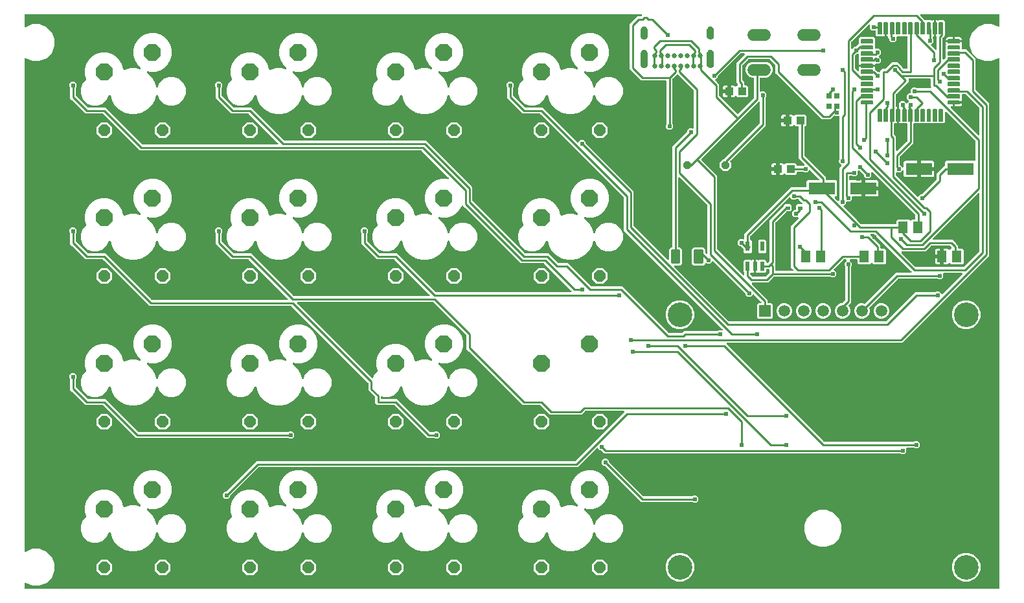
<source format=gbr>
G04 EAGLE Gerber RS-274X export*
G75*
%MOMM*%
%FSLAX34Y34*%
%LPD*%
%INTop Copper*%
%IPPOS*%
%AMOC8*
5,1,8,0,0,1.08239X$1,22.5*%
G01*
%ADD10R,1.100000X1.000000*%
%ADD11R,3.500000X1.600000*%
%ADD12R,1.500000X1.500000*%
%ADD13C,1.500000*%
%ADD14C,3.216000*%
%ADD15R,0.550000X1.200000*%
%ADD16R,1.300000X1.500000*%
%ADD17C,0.300000*%
%ADD18C,1.524000*%
%ADD19C,0.137500*%
%ADD20R,0.700000X0.750000*%
%ADD21P,2.435377X8X22.500000*%
%ADD22P,1.623585X8X22.500000*%
%ADD23C,0.654000*%
%ADD24C,0.900000*%
%ADD25C,0.040000*%
%ADD26P,1.055330X8X22.500000*%
%ADD27C,0.254000*%
%ADD28C,0.604000*%

G36*
X1194988Y-66024D02*
X1194988Y-66024D01*
X1195107Y-66017D01*
X1195145Y-66004D01*
X1195186Y-65999D01*
X1195296Y-65956D01*
X1195409Y-65919D01*
X1195444Y-65897D01*
X1195481Y-65882D01*
X1195577Y-65813D01*
X1195678Y-65749D01*
X1195706Y-65719D01*
X1195739Y-65696D01*
X1195815Y-65604D01*
X1195896Y-65517D01*
X1195916Y-65482D01*
X1195941Y-65451D01*
X1195992Y-65343D01*
X1196050Y-65239D01*
X1196060Y-65199D01*
X1196077Y-65163D01*
X1196099Y-65046D01*
X1196129Y-64931D01*
X1196133Y-64871D01*
X1196137Y-64851D01*
X1196135Y-64830D01*
X1196139Y-64770D01*
X1196139Y625879D01*
X1196133Y625928D01*
X1196135Y625977D01*
X1196113Y626085D01*
X1196099Y626194D01*
X1196081Y626240D01*
X1196071Y626289D01*
X1196023Y626388D01*
X1195982Y626490D01*
X1195953Y626530D01*
X1195931Y626575D01*
X1195860Y626658D01*
X1195796Y626747D01*
X1195757Y626779D01*
X1195725Y626817D01*
X1195635Y626880D01*
X1195551Y626950D01*
X1195506Y626971D01*
X1195465Y627000D01*
X1195362Y627039D01*
X1195263Y627085D01*
X1195214Y627095D01*
X1195168Y627112D01*
X1195058Y627125D01*
X1194951Y627145D01*
X1194901Y627142D01*
X1194852Y627148D01*
X1194743Y627132D01*
X1194633Y627125D01*
X1194586Y627110D01*
X1194537Y627103D01*
X1194384Y627051D01*
X1185906Y623539D01*
X1176294Y623539D01*
X1167414Y627217D01*
X1160617Y634014D01*
X1156939Y642894D01*
X1156939Y652506D01*
X1160617Y661386D01*
X1167414Y668183D01*
X1176294Y671861D01*
X1185906Y671861D01*
X1194384Y668349D01*
X1194432Y668336D01*
X1194477Y668315D01*
X1194585Y668294D01*
X1194691Y668265D01*
X1194741Y668264D01*
X1194790Y668255D01*
X1194899Y668262D01*
X1195009Y668260D01*
X1195057Y668271D01*
X1195107Y668275D01*
X1195211Y668308D01*
X1195318Y668334D01*
X1195362Y668357D01*
X1195409Y668373D01*
X1195502Y668431D01*
X1195599Y668483D01*
X1195636Y668516D01*
X1195678Y668543D01*
X1195753Y668623D01*
X1195835Y668697D01*
X1195862Y668738D01*
X1195896Y668774D01*
X1195949Y668871D01*
X1196009Y668962D01*
X1196026Y669009D01*
X1196050Y669053D01*
X1196077Y669159D01*
X1196113Y669263D01*
X1196117Y669313D01*
X1196129Y669361D01*
X1196139Y669521D01*
X1196139Y683770D01*
X1196124Y683888D01*
X1196117Y684007D01*
X1196104Y684045D01*
X1196099Y684086D01*
X1196056Y684196D01*
X1196019Y684309D01*
X1195997Y684344D01*
X1195982Y684381D01*
X1195913Y684477D01*
X1195849Y684578D01*
X1195819Y684606D01*
X1195796Y684639D01*
X1195704Y684715D01*
X1195617Y684796D01*
X1195582Y684816D01*
X1195551Y684841D01*
X1195443Y684892D01*
X1195339Y684950D01*
X1195299Y684960D01*
X1195263Y684977D01*
X1195146Y684999D01*
X1195031Y685029D01*
X1194971Y685033D01*
X1194951Y685037D01*
X1194930Y685035D01*
X1194870Y685039D01*
X1093794Y685039D01*
X1093657Y685022D01*
X1093518Y685009D01*
X1093499Y685002D01*
X1093479Y684999D01*
X1093350Y684948D01*
X1093219Y684901D01*
X1093202Y684890D01*
X1093183Y684882D01*
X1093071Y684801D01*
X1092955Y684723D01*
X1092942Y684707D01*
X1092926Y684696D01*
X1092837Y684588D01*
X1092745Y684484D01*
X1092736Y684466D01*
X1092723Y684451D01*
X1092664Y684325D01*
X1092600Y684201D01*
X1092596Y684181D01*
X1092587Y684163D01*
X1092561Y684027D01*
X1092531Y683891D01*
X1092531Y683870D01*
X1092527Y683851D01*
X1092536Y683712D01*
X1092540Y683573D01*
X1092546Y683553D01*
X1092547Y683533D01*
X1092590Y683401D01*
X1092629Y683267D01*
X1092639Y683250D01*
X1092645Y683231D01*
X1092720Y683113D01*
X1092790Y682993D01*
X1092809Y682972D01*
X1092815Y682962D01*
X1092830Y682948D01*
X1092897Y682873D01*
X1098457Y677312D01*
X1098535Y677252D01*
X1098607Y677184D01*
X1098660Y677155D01*
X1098708Y677118D01*
X1098799Y677078D01*
X1098832Y677060D01*
X1098854Y677043D01*
X1098963Y676996D01*
X1099069Y676941D01*
X1099109Y676933D01*
X1099146Y676917D01*
X1099263Y676898D01*
X1099380Y676872D01*
X1099420Y676873D01*
X1099460Y676867D01*
X1099579Y676878D01*
X1099698Y676882D01*
X1099736Y676893D01*
X1099776Y676897D01*
X1099889Y676937D01*
X1099902Y676941D01*
X1106919Y676941D01*
X1106989Y676876D01*
X1107037Y676851D01*
X1107079Y676817D01*
X1107176Y676775D01*
X1107269Y676725D01*
X1107322Y676713D01*
X1107371Y676691D01*
X1107475Y676675D01*
X1107578Y676649D01*
X1107632Y676650D01*
X1107685Y676641D01*
X1107790Y676651D01*
X1107896Y676652D01*
X1107980Y676669D01*
X1108002Y676671D01*
X1108016Y676676D01*
X1108054Y676684D01*
X1109013Y676941D01*
X1110126Y676941D01*
X1110126Y666505D01*
X1110135Y666435D01*
X1110132Y666395D01*
X1110128Y666375D01*
X1110130Y666355D01*
X1110126Y666295D01*
X1110126Y655859D01*
X1109980Y655859D01*
X1109862Y655844D01*
X1109743Y655837D01*
X1109705Y655824D01*
X1109664Y655819D01*
X1109554Y655776D01*
X1109441Y655739D01*
X1109406Y655717D01*
X1109369Y655702D01*
X1109273Y655633D01*
X1109172Y655569D01*
X1109144Y655539D01*
X1109111Y655516D01*
X1109035Y655424D01*
X1108954Y655337D01*
X1108934Y655302D01*
X1108909Y655271D01*
X1108858Y655163D01*
X1108800Y655059D01*
X1108790Y655019D01*
X1108773Y654983D01*
X1108751Y654866D01*
X1108721Y654751D01*
X1108717Y654691D01*
X1108713Y654671D01*
X1108715Y654650D01*
X1108711Y654590D01*
X1108711Y653382D01*
X1108723Y653284D01*
X1108726Y653185D01*
X1108743Y653127D01*
X1108751Y653067D01*
X1108787Y652975D01*
X1108815Y652880D01*
X1108845Y652827D01*
X1108868Y652771D01*
X1108926Y652691D01*
X1108976Y652606D01*
X1109042Y652530D01*
X1109054Y652514D01*
X1109064Y652506D01*
X1109082Y652485D01*
X1109445Y652122D01*
X1109445Y648358D01*
X1106626Y645538D01*
X1106553Y645444D01*
X1106474Y645355D01*
X1106456Y645319D01*
X1106431Y645287D01*
X1106383Y645178D01*
X1106329Y645072D01*
X1106320Y645033D01*
X1106304Y644995D01*
X1106286Y644878D01*
X1106260Y644762D01*
X1106261Y644721D01*
X1106255Y644681D01*
X1106266Y644563D01*
X1106269Y644444D01*
X1106281Y644405D01*
X1106284Y644365D01*
X1106325Y644252D01*
X1106358Y644138D01*
X1106378Y644103D01*
X1106392Y644065D01*
X1106459Y643967D01*
X1106519Y643864D01*
X1106559Y643819D01*
X1106571Y643802D01*
X1106586Y643789D01*
X1106626Y643743D01*
X1111187Y639182D01*
X1111622Y638747D01*
X1111708Y638680D01*
X1111753Y638638D01*
X1111776Y638625D01*
X1111839Y638573D01*
X1111858Y638564D01*
X1111874Y638552D01*
X1112001Y638496D01*
X1112127Y638437D01*
X1112147Y638433D01*
X1112166Y638425D01*
X1112303Y638404D01*
X1112440Y638377D01*
X1112460Y638379D01*
X1112480Y638376D01*
X1112619Y638389D01*
X1112757Y638397D01*
X1112776Y638403D01*
X1112796Y638405D01*
X1112928Y638453D01*
X1113059Y638495D01*
X1113076Y638506D01*
X1113096Y638513D01*
X1113211Y638591D01*
X1113328Y638665D01*
X1113342Y638680D01*
X1113359Y638691D01*
X1113451Y638796D01*
X1113546Y638897D01*
X1113556Y638915D01*
X1113569Y638930D01*
X1113633Y639054D01*
X1113700Y639176D01*
X1113705Y639195D01*
X1113714Y639213D01*
X1113727Y639271D01*
X1113727Y639274D01*
X1113744Y639349D01*
X1113779Y639483D01*
X1113781Y639511D01*
X1113784Y639523D01*
X1113783Y639544D01*
X1113785Y639573D01*
X1113787Y639583D01*
X1113786Y639594D01*
X1113789Y639644D01*
X1113789Y654590D01*
X1113774Y654708D01*
X1113767Y654827D01*
X1113754Y654865D01*
X1113749Y654906D01*
X1113706Y655016D01*
X1113669Y655129D01*
X1113647Y655164D01*
X1113632Y655201D01*
X1113563Y655297D01*
X1113499Y655398D01*
X1113469Y655426D01*
X1113446Y655459D01*
X1113354Y655535D01*
X1113267Y655616D01*
X1113232Y655636D01*
X1113201Y655661D01*
X1113093Y655712D01*
X1112989Y655770D01*
X1112949Y655780D01*
X1112913Y655797D01*
X1112874Y655804D01*
X1112874Y666295D01*
X1112865Y666365D01*
X1112868Y666405D01*
X1112872Y666425D01*
X1112870Y666445D01*
X1112874Y666505D01*
X1112874Y676941D01*
X1113987Y676941D01*
X1114946Y676684D01*
X1115051Y676670D01*
X1115154Y676646D01*
X1115208Y676648D01*
X1115261Y676641D01*
X1115366Y676653D01*
X1115472Y676656D01*
X1115523Y676671D01*
X1115577Y676677D01*
X1115676Y676715D01*
X1115777Y676744D01*
X1115824Y676772D01*
X1115874Y676791D01*
X1115960Y676852D01*
X1116051Y676906D01*
X1116091Y676941D01*
X1122900Y676941D01*
X1124791Y675050D01*
X1124791Y657750D01*
X1124322Y657282D01*
X1124262Y657204D01*
X1124194Y657132D01*
X1124165Y657079D01*
X1124128Y657031D01*
X1124088Y656940D01*
X1124040Y656853D01*
X1124025Y656795D01*
X1124001Y656739D01*
X1123986Y656641D01*
X1123961Y656545D01*
X1123955Y656445D01*
X1123951Y656425D01*
X1123953Y656413D01*
X1123951Y656385D01*
X1123951Y656282D01*
X1121782Y654113D01*
X1121722Y654035D01*
X1121654Y653963D01*
X1121625Y653910D01*
X1121588Y653862D01*
X1121548Y653771D01*
X1121500Y653684D01*
X1121485Y653626D01*
X1121461Y653570D01*
X1121446Y653472D01*
X1121421Y653376D01*
X1121415Y653276D01*
X1121411Y653256D01*
X1121413Y653244D01*
X1121411Y653216D01*
X1121411Y626944D01*
X1121428Y626807D01*
X1121429Y626792D01*
X1121433Y626734D01*
X1121436Y626726D01*
X1121441Y626668D01*
X1121448Y626649D01*
X1121451Y626629D01*
X1121502Y626500D01*
X1121549Y626369D01*
X1121560Y626352D01*
X1121568Y626333D01*
X1121649Y626220D01*
X1121727Y626105D01*
X1121743Y626092D01*
X1121754Y626076D01*
X1121862Y625987D01*
X1121966Y625895D01*
X1121984Y625886D01*
X1121999Y625873D01*
X1122125Y625814D01*
X1122249Y625750D01*
X1122269Y625746D01*
X1122287Y625737D01*
X1122424Y625711D01*
X1122559Y625681D01*
X1122580Y625681D01*
X1122599Y625677D01*
X1122738Y625686D01*
X1122877Y625690D01*
X1122897Y625696D01*
X1122917Y625697D01*
X1123049Y625740D01*
X1123183Y625779D01*
X1123200Y625789D01*
X1123219Y625795D01*
X1123337Y625870D01*
X1123457Y625940D01*
X1123478Y625959D01*
X1123488Y625965D01*
X1123502Y625980D01*
X1123577Y626047D01*
X1125388Y627857D01*
X1125448Y627935D01*
X1125516Y628007D01*
X1125545Y628060D01*
X1125582Y628108D01*
X1125622Y628199D01*
X1125670Y628286D01*
X1125685Y628344D01*
X1125709Y628400D01*
X1125724Y628498D01*
X1125749Y628594D01*
X1125755Y628694D01*
X1125759Y628714D01*
X1125757Y628726D01*
X1125759Y628754D01*
X1125759Y629173D01*
X1125767Y629208D01*
X1125783Y629245D01*
X1125802Y629363D01*
X1125828Y629479D01*
X1125827Y629520D01*
X1125833Y629559D01*
X1125822Y629678D01*
X1125818Y629797D01*
X1125807Y629836D01*
X1125803Y629876D01*
X1125763Y629988D01*
X1125759Y630002D01*
X1125759Y637173D01*
X1125767Y637208D01*
X1125783Y637245D01*
X1125802Y637363D01*
X1125828Y637479D01*
X1125827Y637520D01*
X1125833Y637559D01*
X1125822Y637678D01*
X1125818Y637797D01*
X1125807Y637836D01*
X1125803Y637876D01*
X1125763Y637988D01*
X1125759Y638002D01*
X1125759Y645019D01*
X1125824Y645089D01*
X1125849Y645137D01*
X1125883Y645179D01*
X1125925Y645276D01*
X1125975Y645369D01*
X1125987Y645422D01*
X1126009Y645471D01*
X1126025Y645575D01*
X1126051Y645678D01*
X1126050Y645732D01*
X1126059Y645785D01*
X1126049Y645890D01*
X1126048Y645996D01*
X1126031Y646080D01*
X1126029Y646102D01*
X1126024Y646116D01*
X1126016Y646154D01*
X1125759Y647113D01*
X1125759Y648226D01*
X1136195Y648226D01*
X1136265Y648235D01*
X1136305Y648232D01*
X1136325Y648228D01*
X1136345Y648230D01*
X1136405Y648226D01*
X1146841Y648226D01*
X1146841Y647113D01*
X1146584Y646154D01*
X1146570Y646049D01*
X1146546Y645946D01*
X1146548Y645892D01*
X1146541Y645839D01*
X1146553Y645734D01*
X1146556Y645628D01*
X1146571Y645577D01*
X1146577Y645523D01*
X1146615Y645424D01*
X1146644Y645323D01*
X1146672Y645276D01*
X1146691Y645226D01*
X1146752Y645140D01*
X1146806Y645049D01*
X1146841Y645009D01*
X1146841Y640080D01*
X1146856Y639962D01*
X1146863Y639843D01*
X1146876Y639805D01*
X1146881Y639764D01*
X1146924Y639654D01*
X1146961Y639541D01*
X1146983Y639506D01*
X1146998Y639469D01*
X1147067Y639373D01*
X1147131Y639272D01*
X1147161Y639244D01*
X1147184Y639211D01*
X1147276Y639135D01*
X1147363Y639054D01*
X1147398Y639034D01*
X1147429Y639009D01*
X1147537Y638958D01*
X1147641Y638900D01*
X1147681Y638890D01*
X1147717Y638873D01*
X1147834Y638851D01*
X1147949Y638821D01*
X1148009Y638817D01*
X1148029Y638813D01*
X1148050Y638815D01*
X1148110Y638811D01*
X1152198Y638811D01*
X1164591Y626418D01*
X1164591Y586304D01*
X1164603Y586206D01*
X1164606Y586107D01*
X1164623Y586049D01*
X1164631Y585989D01*
X1164667Y585897D01*
X1164695Y585801D01*
X1164725Y585749D01*
X1164748Y585693D01*
X1164806Y585613D01*
X1164856Y585528D01*
X1164922Y585452D01*
X1164934Y585436D01*
X1164944Y585428D01*
X1164962Y585407D01*
X1182371Y567998D01*
X1182371Y369262D01*
X1068378Y255269D01*
X840304Y255269D01*
X840166Y255252D01*
X840028Y255239D01*
X840009Y255232D01*
X839989Y255229D01*
X839859Y255178D01*
X839728Y255131D01*
X839712Y255120D01*
X839693Y255112D01*
X839581Y255031D01*
X839465Y254953D01*
X839452Y254937D01*
X839436Y254926D01*
X839347Y254819D01*
X839255Y254714D01*
X839246Y254696D01*
X839233Y254681D01*
X839174Y254555D01*
X839110Y254431D01*
X839106Y254411D01*
X839097Y254393D01*
X839071Y254257D01*
X839041Y254121D01*
X839041Y254100D01*
X839037Y254081D01*
X839046Y253942D01*
X839050Y253803D01*
X839056Y253783D01*
X839057Y253763D01*
X839100Y253631D01*
X839139Y253497D01*
X839149Y253480D01*
X839155Y253461D01*
X839230Y253343D01*
X839300Y253223D01*
X839319Y253202D01*
X839325Y253192D01*
X839340Y253178D01*
X839407Y253102D01*
X839843Y252667D01*
X966407Y126102D01*
X966485Y126042D01*
X966557Y125974D01*
X966610Y125945D01*
X966658Y125908D01*
X966749Y125868D01*
X966836Y125820D01*
X966894Y125805D01*
X966950Y125781D01*
X967048Y125766D01*
X967144Y125741D01*
X967244Y125735D01*
X967264Y125731D01*
X967276Y125733D01*
X967304Y125731D01*
X1083978Y125731D01*
X1084076Y125743D01*
X1084175Y125746D01*
X1084233Y125763D01*
X1084293Y125771D01*
X1084385Y125807D01*
X1084480Y125835D01*
X1084533Y125865D01*
X1084589Y125888D01*
X1084669Y125946D01*
X1084754Y125996D01*
X1084830Y126062D01*
X1084846Y126074D01*
X1084854Y126084D01*
X1084875Y126102D01*
X1085238Y126465D01*
X1089002Y126465D01*
X1091665Y123802D01*
X1091665Y120038D01*
X1089002Y117375D01*
X1085238Y117375D01*
X1084875Y117738D01*
X1084797Y117798D01*
X1084725Y117866D01*
X1084672Y117895D01*
X1084624Y117932D01*
X1084533Y117972D01*
X1084446Y118020D01*
X1084388Y118035D01*
X1084332Y118059D01*
X1084234Y118074D01*
X1084138Y118099D01*
X1084038Y118105D01*
X1084018Y118109D01*
X1084006Y118107D01*
X1083978Y118109D01*
X1075022Y118109D01*
X1074885Y118092D01*
X1074746Y118079D01*
X1074727Y118072D01*
X1074707Y118069D01*
X1074578Y118018D01*
X1074446Y117971D01*
X1074430Y117960D01*
X1074411Y117952D01*
X1074298Y117871D01*
X1074183Y117793D01*
X1074170Y117777D01*
X1074154Y117766D01*
X1074064Y117658D01*
X1073973Y117554D01*
X1073964Y117536D01*
X1073951Y117521D01*
X1073892Y117395D01*
X1073828Y117271D01*
X1073824Y117251D01*
X1073815Y117233D01*
X1073789Y117097D01*
X1073759Y116961D01*
X1073759Y116940D01*
X1073755Y116921D01*
X1073764Y116782D01*
X1073768Y116643D01*
X1073774Y116623D01*
X1073775Y116603D01*
X1073818Y116471D01*
X1073857Y116337D01*
X1073867Y116320D01*
X1073873Y116301D01*
X1073885Y116282D01*
X1073885Y112418D01*
X1071222Y109755D01*
X1067458Y109755D01*
X1067095Y110118D01*
X1067017Y110178D01*
X1066945Y110246D01*
X1066892Y110275D01*
X1066844Y110312D01*
X1066753Y110352D01*
X1066666Y110400D01*
X1066608Y110415D01*
X1066552Y110439D01*
X1066454Y110454D01*
X1066358Y110479D01*
X1066258Y110485D01*
X1066238Y110489D01*
X1066226Y110487D01*
X1066198Y110489D01*
X679142Y110489D01*
X675167Y114464D01*
X675089Y114524D01*
X675017Y114592D01*
X674964Y114621D01*
X674916Y114658D01*
X674825Y114698D01*
X674738Y114746D01*
X674680Y114761D01*
X674624Y114785D01*
X674526Y114800D01*
X674430Y114825D01*
X674330Y114831D01*
X674310Y114835D01*
X674298Y114833D01*
X674270Y114835D01*
X673758Y114835D01*
X670938Y117654D01*
X670851Y117722D01*
X670812Y117759D01*
X670803Y117764D01*
X670755Y117806D01*
X670719Y117824D01*
X670687Y117849D01*
X670578Y117897D01*
X670472Y117951D01*
X670433Y117960D01*
X670395Y117976D01*
X670278Y117994D01*
X670162Y118020D01*
X670121Y118019D01*
X670081Y118025D01*
X669963Y118014D01*
X669844Y118011D01*
X669805Y117999D01*
X669765Y117996D01*
X669652Y117955D01*
X669538Y117922D01*
X669503Y117902D01*
X669465Y117888D01*
X669367Y117821D01*
X669264Y117761D01*
X669219Y117721D01*
X669202Y117709D01*
X669189Y117694D01*
X669143Y117654D01*
X646802Y95313D01*
X644198Y92709D01*
X228164Y92709D01*
X228066Y92697D01*
X227967Y92694D01*
X227909Y92677D01*
X227849Y92669D01*
X227757Y92633D01*
X227661Y92605D01*
X227609Y92575D01*
X227553Y92552D01*
X227473Y92494D01*
X227388Y92444D01*
X227312Y92378D01*
X227296Y92366D01*
X227288Y92356D01*
X227267Y92338D01*
X190336Y55407D01*
X190276Y55329D01*
X190208Y55257D01*
X190179Y55204D01*
X190142Y55156D01*
X190102Y55065D01*
X190054Y54978D01*
X190039Y54920D01*
X190015Y54864D01*
X190000Y54766D01*
X189975Y54670D01*
X189969Y54570D01*
X189965Y54550D01*
X189967Y54538D01*
X189965Y54510D01*
X189965Y53998D01*
X187302Y51335D01*
X183538Y51335D01*
X180875Y53998D01*
X180875Y57762D01*
X183538Y60425D01*
X184050Y60425D01*
X184148Y60437D01*
X184247Y60440D01*
X184305Y60457D01*
X184365Y60465D01*
X184457Y60501D01*
X184553Y60529D01*
X184605Y60559D01*
X184661Y60582D01*
X184741Y60640D01*
X184826Y60690D01*
X184902Y60756D01*
X184918Y60768D01*
X184926Y60778D01*
X184947Y60796D01*
X224482Y100331D01*
X640516Y100331D01*
X640614Y100343D01*
X640713Y100346D01*
X640771Y100363D01*
X640831Y100371D01*
X640923Y100407D01*
X641019Y100435D01*
X641071Y100465D01*
X641127Y100488D01*
X641207Y100546D01*
X641292Y100596D01*
X641368Y100662D01*
X641384Y100674D01*
X641392Y100684D01*
X641413Y100702D01*
X704913Y164203D01*
X704999Y164312D01*
X705087Y164419D01*
X705096Y164438D01*
X705108Y164454D01*
X705164Y164582D01*
X705223Y164707D01*
X705227Y164727D01*
X705235Y164746D01*
X705257Y164884D01*
X705283Y165020D01*
X705281Y165040D01*
X705284Y165060D01*
X705271Y165199D01*
X705263Y165337D01*
X705257Y165356D01*
X705255Y165376D01*
X705207Y165508D01*
X705165Y165639D01*
X705154Y165657D01*
X705147Y165676D01*
X705069Y165791D01*
X704995Y165908D01*
X704980Y165922D01*
X704968Y165939D01*
X704864Y166031D01*
X704763Y166126D01*
X704745Y166136D01*
X704730Y166149D01*
X704606Y166212D01*
X704484Y166280D01*
X704465Y166285D01*
X704447Y166294D01*
X704311Y166324D01*
X704177Y166359D01*
X704148Y166361D01*
X704137Y166364D01*
X704116Y166363D01*
X704016Y166369D01*
X654884Y166369D01*
X654786Y166357D01*
X654687Y166354D01*
X654629Y166337D01*
X654569Y166329D01*
X654477Y166293D01*
X654381Y166265D01*
X654329Y166235D01*
X654273Y166212D01*
X654193Y166154D01*
X654108Y166104D01*
X654032Y166038D01*
X654016Y166026D01*
X654008Y166016D01*
X653987Y165998D01*
X649278Y161289D01*
X608022Y161289D01*
X595693Y173618D01*
X595615Y173678D01*
X595543Y173746D01*
X595490Y173775D01*
X595442Y173812D01*
X595351Y173852D01*
X595264Y173900D01*
X595206Y173915D01*
X595150Y173939D01*
X595052Y173954D01*
X594957Y173979D01*
X594856Y173985D01*
X594836Y173989D01*
X594824Y173987D01*
X594796Y173989D01*
X572462Y173989D01*
X501713Y244738D01*
X499109Y247342D01*
X499109Y264596D01*
X499097Y264694D01*
X499094Y264793D01*
X499077Y264851D01*
X499069Y264911D01*
X499033Y265003D01*
X499005Y265099D01*
X498975Y265151D01*
X498952Y265207D01*
X498894Y265287D01*
X498844Y265372D01*
X498778Y265448D01*
X498766Y265464D01*
X498756Y265472D01*
X498738Y265493D01*
X455993Y308238D01*
X455915Y308298D01*
X455843Y308366D01*
X455790Y308395D01*
X455742Y308432D01*
X455651Y308472D01*
X455564Y308520D01*
X455506Y308535D01*
X455450Y308559D01*
X455352Y308574D01*
X455256Y308599D01*
X455156Y308605D01*
X455136Y308609D01*
X455124Y308607D01*
X455096Y308609D01*
X278964Y308609D01*
X278827Y308592D01*
X278688Y308579D01*
X278669Y308572D01*
X278649Y308569D01*
X278520Y308518D01*
X278389Y308471D01*
X278372Y308460D01*
X278353Y308452D01*
X278241Y308371D01*
X278125Y308293D01*
X278112Y308277D01*
X278096Y308266D01*
X278007Y308158D01*
X277915Y308054D01*
X277906Y308036D01*
X277893Y308021D01*
X277834Y307895D01*
X277770Y307771D01*
X277766Y307751D01*
X277757Y307733D01*
X277731Y307597D01*
X277701Y307461D01*
X277701Y307440D01*
X277697Y307421D01*
X277706Y307282D01*
X277710Y307143D01*
X277716Y307123D01*
X277717Y307103D01*
X277760Y306971D01*
X277799Y306837D01*
X277809Y306820D01*
X277815Y306801D01*
X277890Y306683D01*
X277960Y306563D01*
X277979Y306542D01*
X277985Y306532D01*
X278000Y306518D01*
X278067Y306443D01*
X375011Y209498D01*
X375050Y209468D01*
X375084Y209431D01*
X375175Y209371D01*
X375262Y209303D01*
X375308Y209283D01*
X375349Y209256D01*
X375453Y209221D01*
X375554Y209177D01*
X375603Y209169D01*
X375650Y209153D01*
X375760Y209144D01*
X375868Y209127D01*
X375918Y209132D01*
X375967Y209128D01*
X376075Y209147D01*
X376185Y209157D01*
X376232Y209174D01*
X376281Y209182D01*
X376381Y209227D01*
X376484Y209264D01*
X376525Y209292D01*
X376571Y209313D01*
X376656Y209381D01*
X376747Y209443D01*
X376780Y209480D01*
X376819Y209511D01*
X376885Y209599D01*
X376958Y209681D01*
X376980Y209726D01*
X377010Y209765D01*
X377081Y209910D01*
X378680Y213770D01*
X382614Y217704D01*
X382679Y217788D01*
X382751Y217866D01*
X382776Y217913D01*
X382809Y217956D01*
X382851Y218053D01*
X382901Y218146D01*
X382914Y218198D01*
X382935Y218248D01*
X382952Y218352D01*
X382977Y218455D01*
X382977Y218508D01*
X382985Y218562D01*
X382975Y218667D01*
X382974Y218773D01*
X382958Y218856D01*
X382955Y218878D01*
X382950Y218893D01*
X382943Y218930D01*
X381239Y225288D01*
X381239Y231912D01*
X382954Y238312D01*
X386266Y244049D01*
X390951Y248734D01*
X396688Y252046D01*
X403088Y253761D01*
X409712Y253761D01*
X416112Y252046D01*
X421849Y248734D01*
X426534Y244049D01*
X429846Y238312D01*
X431487Y232189D01*
X431532Y232078D01*
X431570Y231966D01*
X431592Y231932D01*
X431607Y231894D01*
X431678Y231798D01*
X431743Y231699D01*
X431772Y231671D01*
X431796Y231639D01*
X431889Y231564D01*
X431977Y231483D01*
X432012Y231464D01*
X432044Y231439D01*
X432152Y231389D01*
X432257Y231333D01*
X432296Y231323D01*
X432333Y231306D01*
X432450Y231285D01*
X432565Y231256D01*
X432606Y231257D01*
X432646Y231250D01*
X432764Y231258D01*
X432883Y231259D01*
X432942Y231271D01*
X432963Y231273D01*
X432982Y231279D01*
X433041Y231291D01*
X440537Y233300D01*
X448463Y233300D01*
X452841Y232126D01*
X452985Y232107D01*
X453130Y232084D01*
X453143Y232085D01*
X453156Y232083D01*
X453301Y232100D01*
X453446Y232114D01*
X453459Y232118D01*
X453472Y232120D01*
X453608Y232172D01*
X453746Y232221D01*
X453757Y232229D01*
X453769Y232234D01*
X453888Y232318D01*
X454009Y232400D01*
X454018Y232410D01*
X454029Y232418D01*
X454123Y232529D01*
X454219Y232638D01*
X454225Y232650D01*
X454234Y232661D01*
X454298Y232792D01*
X454364Y232922D01*
X454367Y232935D01*
X454373Y232947D01*
X454402Y233090D01*
X454433Y233232D01*
X454433Y233245D01*
X454436Y233259D01*
X454428Y233404D01*
X454424Y233550D01*
X454420Y233563D01*
X454419Y233576D01*
X454376Y233715D01*
X454335Y233855D01*
X454329Y233867D01*
X454324Y233880D01*
X454247Y234004D01*
X454174Y234129D01*
X454162Y234143D01*
X454157Y234150D01*
X454145Y234162D01*
X454067Y234250D01*
X449766Y238551D01*
X446454Y244288D01*
X444739Y250688D01*
X444739Y257312D01*
X446454Y263712D01*
X449766Y269449D01*
X454451Y274134D01*
X460188Y277446D01*
X466588Y279161D01*
X473212Y279161D01*
X479612Y277446D01*
X485349Y274134D01*
X490034Y269449D01*
X493346Y263712D01*
X495061Y257312D01*
X495061Y250688D01*
X493346Y244288D01*
X490034Y238551D01*
X485349Y233866D01*
X479612Y230554D01*
X473212Y228839D01*
X466588Y228839D01*
X464115Y229502D01*
X463971Y229521D01*
X463827Y229544D01*
X463814Y229543D01*
X463800Y229545D01*
X463656Y229528D01*
X463510Y229515D01*
X463498Y229510D01*
X463484Y229508D01*
X463348Y229456D01*
X463211Y229407D01*
X463200Y229399D01*
X463187Y229395D01*
X463068Y229310D01*
X462948Y229228D01*
X462939Y229218D01*
X462928Y229210D01*
X462834Y229099D01*
X462737Y228990D01*
X462731Y228978D01*
X462723Y228968D01*
X462659Y228836D01*
X462593Y228707D01*
X462590Y228694D01*
X462584Y228681D01*
X462555Y228538D01*
X462523Y228396D01*
X462524Y228383D01*
X462521Y228370D01*
X462528Y228224D01*
X462533Y228079D01*
X462537Y228065D01*
X462537Y228052D01*
X462581Y227913D01*
X462621Y227773D01*
X462628Y227761D01*
X462632Y227748D01*
X462709Y227624D01*
X462783Y227499D01*
X462795Y227485D01*
X462799Y227478D01*
X462812Y227466D01*
X462889Y227378D01*
X468586Y221682D01*
X472548Y214818D01*
X474160Y208805D01*
X474183Y208747D01*
X474198Y208685D01*
X474243Y208600D01*
X474280Y208510D01*
X474317Y208460D01*
X474347Y208404D01*
X474412Y208333D01*
X474469Y208255D01*
X474518Y208215D01*
X474561Y208169D01*
X474642Y208116D01*
X474716Y208055D01*
X474774Y208029D01*
X474827Y207994D01*
X474918Y207963D01*
X475006Y207922D01*
X475068Y207911D01*
X475127Y207891D01*
X475224Y207883D01*
X475319Y207866D01*
X475381Y207871D01*
X475444Y207866D01*
X475540Y207882D01*
X475636Y207889D01*
X475696Y207909D01*
X475758Y207920D01*
X475846Y207960D01*
X475937Y207990D01*
X475990Y208025D01*
X476048Y208051D01*
X476123Y208111D01*
X476204Y208163D01*
X476247Y208210D01*
X476296Y208249D01*
X476354Y208326D01*
X476420Y208397D01*
X476449Y208453D01*
X476487Y208503D01*
X476558Y208648D01*
X478680Y213770D01*
X483930Y219020D01*
X490788Y221861D01*
X498212Y221861D01*
X505070Y219020D01*
X510320Y213770D01*
X513161Y206912D01*
X513161Y199488D01*
X510320Y192630D01*
X505070Y187380D01*
X498212Y184539D01*
X490788Y184539D01*
X483930Y187380D01*
X478680Y192630D01*
X476558Y197752D01*
X476527Y197807D01*
X476504Y197866D01*
X476449Y197945D01*
X476401Y198029D01*
X476357Y198074D01*
X476320Y198125D01*
X476247Y198187D01*
X476179Y198257D01*
X476126Y198290D01*
X476078Y198331D01*
X475991Y198373D01*
X475908Y198423D01*
X475848Y198442D01*
X475791Y198469D01*
X475697Y198488D01*
X475604Y198517D01*
X475542Y198520D01*
X475480Y198532D01*
X475383Y198527D01*
X475287Y198532D01*
X475225Y198519D01*
X475162Y198516D01*
X475070Y198487D01*
X474975Y198468D01*
X474919Y198440D01*
X474858Y198421D01*
X474776Y198370D01*
X474690Y198328D01*
X474642Y198287D01*
X474588Y198254D01*
X474521Y198184D01*
X474448Y198122D01*
X474411Y198070D01*
X474368Y198024D01*
X474320Y197941D01*
X474265Y197862D01*
X474242Y197803D01*
X474211Y197748D01*
X474160Y197595D01*
X472548Y191582D01*
X468586Y184718D01*
X462982Y179114D01*
X456118Y175151D01*
X448463Y173100D01*
X440537Y173100D01*
X432882Y175151D01*
X426018Y179114D01*
X420414Y184718D01*
X416452Y191582D01*
X414840Y197595D01*
X414817Y197653D01*
X414802Y197715D01*
X414757Y197800D01*
X414720Y197890D01*
X414683Y197940D01*
X414653Y197996D01*
X414588Y198067D01*
X414531Y198145D01*
X414482Y198185D01*
X414439Y198231D01*
X414358Y198284D01*
X414284Y198345D01*
X414226Y198371D01*
X414173Y198406D01*
X414082Y198437D01*
X413994Y198478D01*
X413932Y198489D01*
X413873Y198509D01*
X413776Y198517D01*
X413681Y198534D01*
X413619Y198529D01*
X413556Y198534D01*
X413460Y198518D01*
X413364Y198511D01*
X413304Y198491D01*
X413242Y198480D01*
X413154Y198440D01*
X413063Y198410D01*
X413010Y198375D01*
X412952Y198349D01*
X412877Y198289D01*
X412796Y198237D01*
X412753Y198190D01*
X412704Y198151D01*
X412646Y198074D01*
X412580Y198003D01*
X412551Y197947D01*
X412513Y197897D01*
X412442Y197752D01*
X410320Y192630D01*
X405070Y187380D01*
X398212Y184539D01*
X390788Y184539D01*
X389106Y185236D01*
X389058Y185249D01*
X389013Y185270D01*
X388905Y185291D01*
X388799Y185320D01*
X388749Y185321D01*
X388700Y185330D01*
X388591Y185323D01*
X388481Y185325D01*
X388433Y185314D01*
X388383Y185310D01*
X388279Y185277D01*
X388172Y185251D01*
X388128Y185228D01*
X388081Y185212D01*
X387988Y185154D01*
X387891Y185102D01*
X387854Y185069D01*
X387812Y185042D01*
X387737Y184962D01*
X387655Y184888D01*
X387628Y184847D01*
X387594Y184811D01*
X387541Y184714D01*
X387481Y184623D01*
X387464Y184576D01*
X387440Y184532D01*
X387413Y184426D01*
X387377Y184322D01*
X387373Y184272D01*
X387361Y184224D01*
X387351Y184064D01*
X387351Y182880D01*
X387366Y182762D01*
X387373Y182643D01*
X387386Y182605D01*
X387391Y182564D01*
X387434Y182454D01*
X387471Y182341D01*
X387493Y182306D01*
X387508Y182269D01*
X387577Y182173D01*
X387641Y182072D01*
X387671Y182044D01*
X387694Y182011D01*
X387786Y181935D01*
X387873Y181854D01*
X387908Y181834D01*
X387939Y181809D01*
X388047Y181758D01*
X388151Y181700D01*
X388191Y181690D01*
X388227Y181673D01*
X388344Y181651D01*
X388459Y181621D01*
X388519Y181617D01*
X388539Y181613D01*
X388560Y181615D01*
X388620Y181611D01*
X407978Y181611D01*
X450787Y138802D01*
X450865Y138742D01*
X450937Y138674D01*
X450990Y138645D01*
X451038Y138608D01*
X451129Y138568D01*
X451216Y138520D01*
X451274Y138505D01*
X451330Y138481D01*
X451428Y138466D01*
X451524Y138441D01*
X451624Y138435D01*
X451644Y138431D01*
X451656Y138433D01*
X451684Y138431D01*
X456598Y138431D01*
X456696Y138443D01*
X456795Y138446D01*
X456853Y138463D01*
X456913Y138471D01*
X457005Y138507D01*
X457100Y138535D01*
X457153Y138565D01*
X457209Y138588D01*
X457289Y138646D01*
X457374Y138696D01*
X457450Y138762D01*
X457466Y138774D01*
X457474Y138784D01*
X457495Y138802D01*
X457858Y139165D01*
X461622Y139165D01*
X464285Y136502D01*
X464285Y132738D01*
X461622Y130075D01*
X457858Y130075D01*
X457495Y130438D01*
X457417Y130498D01*
X457345Y130566D01*
X457292Y130595D01*
X457244Y130632D01*
X457153Y130672D01*
X457066Y130720D01*
X457008Y130735D01*
X456952Y130759D01*
X456854Y130774D01*
X456758Y130799D01*
X456658Y130805D01*
X456638Y130809D01*
X456626Y130807D01*
X456598Y130809D01*
X448002Y130809D01*
X405193Y173618D01*
X405115Y173678D01*
X405043Y173746D01*
X404990Y173775D01*
X404942Y173812D01*
X404851Y173852D01*
X404764Y173900D01*
X404706Y173915D01*
X404650Y173939D01*
X404552Y173954D01*
X404456Y173979D01*
X404356Y173985D01*
X404336Y173989D01*
X404324Y173987D01*
X404296Y173989D01*
X381962Y173989D01*
X379729Y176222D01*
X379729Y183870D01*
X379717Y183969D01*
X379714Y184068D01*
X379697Y184126D01*
X379689Y184186D01*
X379653Y184278D01*
X379625Y184373D01*
X379595Y184425D01*
X379572Y184482D01*
X379514Y184562D01*
X379464Y184647D01*
X379398Y184723D01*
X379386Y184739D01*
X379376Y184747D01*
X379358Y184768D01*
X370759Y193366D01*
X370759Y202446D01*
X370747Y202544D01*
X370744Y202643D01*
X370727Y202701D01*
X370719Y202761D01*
X370683Y202853D01*
X370655Y202949D01*
X370625Y203001D01*
X370602Y203057D01*
X370544Y203137D01*
X370494Y203222D01*
X370428Y203298D01*
X370416Y203314D01*
X370406Y203322D01*
X370388Y203343D01*
X270573Y303158D01*
X270495Y303218D01*
X270423Y303286D01*
X270370Y303315D01*
X270322Y303352D01*
X270231Y303392D01*
X270144Y303440D01*
X270086Y303455D01*
X270030Y303479D01*
X269932Y303494D01*
X269837Y303519D01*
X269736Y303525D01*
X269716Y303529D01*
X269704Y303527D01*
X269676Y303529D01*
X84782Y303529D01*
X24193Y364118D01*
X24115Y364178D01*
X24043Y364246D01*
X23990Y364275D01*
X23942Y364312D01*
X23851Y364352D01*
X23764Y364400D01*
X23706Y364415D01*
X23650Y364439D01*
X23552Y364454D01*
X23456Y364479D01*
X23356Y364485D01*
X23336Y364489D01*
X23324Y364487D01*
X23296Y364489D01*
X962Y364489D01*
X-16447Y381898D01*
X-19051Y384502D01*
X-19051Y398178D01*
X-19063Y398276D01*
X-19066Y398375D01*
X-19083Y398433D01*
X-19091Y398493D01*
X-19127Y398585D01*
X-19155Y398680D01*
X-19185Y398733D01*
X-19208Y398789D01*
X-19266Y398869D01*
X-19316Y398954D01*
X-19382Y399030D01*
X-19394Y399046D01*
X-19404Y399054D01*
X-19422Y399075D01*
X-19785Y399438D01*
X-19785Y403202D01*
X-17122Y405865D01*
X-13358Y405865D01*
X-10695Y403202D01*
X-10695Y399438D01*
X-11058Y399075D01*
X-11118Y398997D01*
X-11186Y398925D01*
X-11215Y398872D01*
X-11252Y398824D01*
X-11292Y398733D01*
X-11340Y398646D01*
X-11355Y398588D01*
X-11379Y398532D01*
X-11394Y398434D01*
X-11419Y398338D01*
X-11425Y398238D01*
X-11429Y398218D01*
X-11427Y398206D01*
X-11429Y398178D01*
X-11429Y388184D01*
X-11417Y388086D01*
X-11414Y387987D01*
X-11397Y387929D01*
X-11389Y387869D01*
X-11353Y387777D01*
X-11325Y387681D01*
X-11295Y387629D01*
X-11272Y387573D01*
X-11214Y387493D01*
X-11164Y387408D01*
X-11098Y387332D01*
X-11086Y387316D01*
X-11076Y387308D01*
X-11058Y387287D01*
X3747Y372482D01*
X3825Y372422D01*
X3897Y372354D01*
X3950Y372325D01*
X3998Y372288D01*
X4089Y372248D01*
X4176Y372200D01*
X4234Y372185D01*
X4290Y372161D01*
X4388Y372146D01*
X4484Y372121D01*
X4584Y372115D01*
X4604Y372111D01*
X4616Y372113D01*
X4644Y372111D01*
X26978Y372111D01*
X87567Y311522D01*
X87645Y311462D01*
X87717Y311394D01*
X87770Y311365D01*
X87818Y311328D01*
X87909Y311288D01*
X87996Y311240D01*
X88054Y311225D01*
X88110Y311201D01*
X88208Y311186D01*
X88304Y311161D01*
X88404Y311155D01*
X88424Y311151D01*
X88436Y311153D01*
X88464Y311151D01*
X264596Y311151D01*
X264733Y311168D01*
X264872Y311181D01*
X264891Y311188D01*
X264911Y311191D01*
X265040Y311242D01*
X265171Y311289D01*
X265188Y311300D01*
X265207Y311308D01*
X265319Y311389D01*
X265435Y311467D01*
X265448Y311483D01*
X265464Y311494D01*
X265553Y311602D01*
X265645Y311706D01*
X265654Y311724D01*
X265667Y311739D01*
X265726Y311865D01*
X265790Y311989D01*
X265794Y312009D01*
X265803Y312027D01*
X265829Y312163D01*
X265859Y312299D01*
X265859Y312320D01*
X265863Y312339D01*
X265854Y312478D01*
X265850Y312617D01*
X265844Y312637D01*
X265843Y312657D01*
X265800Y312789D01*
X265761Y312923D01*
X265751Y312940D01*
X265745Y312959D01*
X265670Y313077D01*
X265600Y313197D01*
X265581Y313218D01*
X265575Y313228D01*
X265560Y313242D01*
X265493Y313317D01*
X214693Y364118D01*
X214615Y364178D01*
X214543Y364246D01*
X214490Y364275D01*
X214442Y364312D01*
X214351Y364352D01*
X214264Y364400D01*
X214206Y364415D01*
X214150Y364439D01*
X214052Y364454D01*
X213956Y364479D01*
X213856Y364485D01*
X213836Y364489D01*
X213824Y364487D01*
X213796Y364489D01*
X191462Y364489D01*
X171449Y384502D01*
X171449Y398178D01*
X171437Y398276D01*
X171434Y398375D01*
X171417Y398433D01*
X171409Y398493D01*
X171373Y398585D01*
X171345Y398680D01*
X171315Y398733D01*
X171292Y398789D01*
X171234Y398869D01*
X171184Y398954D01*
X171118Y399030D01*
X171106Y399046D01*
X171096Y399054D01*
X171078Y399075D01*
X170715Y399438D01*
X170715Y403202D01*
X173378Y405865D01*
X177142Y405865D01*
X179805Y403202D01*
X179805Y399438D01*
X179442Y399075D01*
X179382Y398997D01*
X179314Y398925D01*
X179285Y398872D01*
X179248Y398824D01*
X179208Y398733D01*
X179160Y398646D01*
X179145Y398588D01*
X179121Y398532D01*
X179106Y398434D01*
X179081Y398338D01*
X179075Y398238D01*
X179071Y398218D01*
X179073Y398206D01*
X179071Y398178D01*
X179071Y388184D01*
X179083Y388086D01*
X179086Y387987D01*
X179103Y387929D01*
X179111Y387869D01*
X179147Y387777D01*
X179175Y387681D01*
X179205Y387629D01*
X179228Y387573D01*
X179286Y387493D01*
X179336Y387408D01*
X179402Y387332D01*
X179414Y387316D01*
X179424Y387308D01*
X179442Y387287D01*
X194247Y372482D01*
X194325Y372422D01*
X194397Y372354D01*
X194450Y372325D01*
X194498Y372288D01*
X194589Y372248D01*
X194676Y372200D01*
X194734Y372185D01*
X194790Y372161D01*
X194888Y372146D01*
X194984Y372121D01*
X195084Y372115D01*
X195104Y372111D01*
X195116Y372113D01*
X195144Y372111D01*
X217478Y372111D01*
X272987Y316602D01*
X273065Y316542D01*
X273137Y316474D01*
X273190Y316445D01*
X273238Y316408D01*
X273329Y316368D01*
X273416Y316320D01*
X273474Y316305D01*
X273530Y316281D01*
X273628Y316266D01*
X273724Y316241D01*
X273824Y316235D01*
X273844Y316231D01*
X273856Y316233D01*
X273884Y316231D01*
X450016Y316231D01*
X450153Y316248D01*
X450292Y316261D01*
X450311Y316268D01*
X450331Y316271D01*
X450460Y316322D01*
X450591Y316369D01*
X450608Y316380D01*
X450627Y316388D01*
X450739Y316469D01*
X450855Y316547D01*
X450868Y316563D01*
X450884Y316574D01*
X450973Y316682D01*
X451065Y316786D01*
X451074Y316804D01*
X451087Y316819D01*
X451146Y316945D01*
X451210Y317069D01*
X451214Y317089D01*
X451223Y317107D01*
X451249Y317243D01*
X451279Y317379D01*
X451279Y317400D01*
X451283Y317419D01*
X451274Y317558D01*
X451270Y317697D01*
X451264Y317717D01*
X451263Y317737D01*
X451220Y317869D01*
X451181Y318003D01*
X451171Y318020D01*
X451165Y318039D01*
X451090Y318157D01*
X451020Y318277D01*
X451001Y318298D01*
X450995Y318308D01*
X450980Y318322D01*
X450913Y318397D01*
X405193Y364118D01*
X405115Y364178D01*
X405043Y364246D01*
X404990Y364275D01*
X404942Y364312D01*
X404851Y364352D01*
X404764Y364400D01*
X404706Y364415D01*
X404650Y364439D01*
X404552Y364454D01*
X404456Y364479D01*
X404356Y364485D01*
X404336Y364489D01*
X404324Y364487D01*
X404296Y364489D01*
X381962Y364489D01*
X361949Y384502D01*
X361949Y398178D01*
X361937Y398276D01*
X361934Y398375D01*
X361917Y398433D01*
X361909Y398493D01*
X361873Y398585D01*
X361845Y398681D01*
X361815Y398733D01*
X361792Y398789D01*
X361734Y398869D01*
X361684Y398954D01*
X361618Y399030D01*
X361606Y399046D01*
X361596Y399054D01*
X361577Y399075D01*
X361215Y399438D01*
X361215Y403202D01*
X363878Y405865D01*
X367642Y405865D01*
X370305Y403202D01*
X370305Y399438D01*
X369943Y399075D01*
X369882Y398997D01*
X369814Y398925D01*
X369785Y398872D01*
X369748Y398824D01*
X369708Y398733D01*
X369660Y398646D01*
X369645Y398588D01*
X369621Y398532D01*
X369606Y398434D01*
X369581Y398338D01*
X369575Y398238D01*
X369571Y398218D01*
X369573Y398206D01*
X369571Y398178D01*
X369571Y388184D01*
X369583Y388086D01*
X369586Y387987D01*
X369603Y387929D01*
X369611Y387869D01*
X369647Y387777D01*
X369675Y387681D01*
X369705Y387629D01*
X369728Y387573D01*
X369786Y387493D01*
X369836Y387408D01*
X369902Y387332D01*
X369914Y387316D01*
X369924Y387308D01*
X369942Y387287D01*
X384747Y372482D01*
X384825Y372422D01*
X384897Y372354D01*
X384950Y372325D01*
X384998Y372288D01*
X385089Y372248D01*
X385176Y372200D01*
X385234Y372185D01*
X385290Y372161D01*
X385388Y372146D01*
X385484Y372121D01*
X385584Y372115D01*
X385604Y372111D01*
X385616Y372113D01*
X385644Y372111D01*
X407978Y372111D01*
X458407Y321682D01*
X458485Y321622D01*
X458557Y321554D01*
X458610Y321525D01*
X458658Y321488D01*
X458749Y321448D01*
X458836Y321400D01*
X458894Y321385D01*
X458950Y321361D01*
X459048Y321346D01*
X459144Y321321D01*
X459244Y321315D01*
X459264Y321311D01*
X459276Y321313D01*
X459304Y321311D01*
X635436Y321311D01*
X635573Y321328D01*
X635712Y321341D01*
X635731Y321348D01*
X635751Y321351D01*
X635880Y321402D01*
X636011Y321449D01*
X636028Y321460D01*
X636047Y321468D01*
X636159Y321549D01*
X636275Y321627D01*
X636288Y321643D01*
X636304Y321654D01*
X636393Y321762D01*
X636485Y321866D01*
X636494Y321884D01*
X636507Y321899D01*
X636566Y322025D01*
X636630Y322149D01*
X636634Y322169D01*
X636643Y322187D01*
X636669Y322323D01*
X636699Y322459D01*
X636699Y322480D01*
X636703Y322499D01*
X636694Y322638D01*
X636690Y322777D01*
X636684Y322797D01*
X636683Y322817D01*
X636640Y322949D01*
X636601Y323083D01*
X636591Y323100D01*
X636585Y323119D01*
X636510Y323237D01*
X636440Y323357D01*
X636421Y323378D01*
X636415Y323388D01*
X636400Y323402D01*
X636333Y323477D01*
X600773Y359038D01*
X600695Y359098D01*
X600623Y359166D01*
X600570Y359195D01*
X600522Y359232D01*
X600431Y359272D01*
X600344Y359320D01*
X600286Y359335D01*
X600230Y359359D01*
X600132Y359374D01*
X600036Y359399D01*
X599936Y359405D01*
X599916Y359409D01*
X599904Y359407D01*
X599876Y359409D01*
X569922Y359409D01*
X496633Y432698D01*
X494954Y434377D01*
X494854Y434454D01*
X494759Y434536D01*
X494729Y434551D01*
X494702Y434572D01*
X494587Y434622D01*
X494474Y434678D01*
X494441Y434685D01*
X494411Y434698D01*
X494286Y434718D01*
X494163Y434744D01*
X494130Y434743D01*
X494096Y434748D01*
X493971Y434737D01*
X493846Y434731D01*
X493813Y434722D01*
X493780Y434719D01*
X493661Y434676D01*
X493541Y434640D01*
X493512Y434622D01*
X493481Y434611D01*
X493377Y434540D01*
X493269Y434475D01*
X493245Y434451D01*
X493217Y434432D01*
X493134Y434338D01*
X493046Y434248D01*
X493019Y434208D01*
X493007Y434194D01*
X492997Y434175D01*
X492957Y434114D01*
X490034Y429051D01*
X485349Y424366D01*
X479612Y421054D01*
X473212Y419339D01*
X466588Y419339D01*
X464115Y420002D01*
X463971Y420021D01*
X463827Y420044D01*
X463814Y420043D01*
X463800Y420045D01*
X463656Y420028D01*
X463510Y420015D01*
X463498Y420010D01*
X463484Y420008D01*
X463348Y419956D01*
X463211Y419907D01*
X463200Y419899D01*
X463187Y419895D01*
X463068Y419810D01*
X462948Y419728D01*
X462939Y419718D01*
X462928Y419710D01*
X462834Y419599D01*
X462737Y419490D01*
X462731Y419478D01*
X462723Y419468D01*
X462659Y419336D01*
X462593Y419207D01*
X462590Y419194D01*
X462584Y419181D01*
X462555Y419038D01*
X462523Y418896D01*
X462524Y418883D01*
X462521Y418870D01*
X462528Y418724D01*
X462533Y418579D01*
X462537Y418565D01*
X462537Y418552D01*
X462581Y418413D01*
X462621Y418273D01*
X462628Y418261D01*
X462632Y418248D01*
X462709Y418124D01*
X462783Y417999D01*
X462795Y417985D01*
X462799Y417978D01*
X462812Y417966D01*
X462889Y417878D01*
X468586Y412182D01*
X472548Y405318D01*
X474160Y399305D01*
X474183Y399247D01*
X474198Y399185D01*
X474243Y399100D01*
X474280Y399010D01*
X474317Y398960D01*
X474347Y398904D01*
X474412Y398833D01*
X474469Y398755D01*
X474518Y398715D01*
X474561Y398669D01*
X474642Y398616D01*
X474716Y398555D01*
X474774Y398529D01*
X474827Y398494D01*
X474918Y398463D01*
X475006Y398422D01*
X475068Y398411D01*
X475127Y398391D01*
X475224Y398383D01*
X475319Y398366D01*
X475381Y398371D01*
X475444Y398366D01*
X475540Y398382D01*
X475636Y398389D01*
X475696Y398409D01*
X475758Y398420D01*
X475846Y398460D01*
X475937Y398490D01*
X475990Y398525D01*
X476048Y398551D01*
X476123Y398611D01*
X476204Y398663D01*
X476247Y398710D01*
X476296Y398749D01*
X476354Y398826D01*
X476420Y398897D01*
X476449Y398953D01*
X476487Y399003D01*
X476558Y399148D01*
X478680Y404270D01*
X483930Y409520D01*
X490788Y412361D01*
X498212Y412361D01*
X505070Y409520D01*
X510320Y404270D01*
X513161Y397412D01*
X513161Y389988D01*
X510320Y383130D01*
X505070Y377880D01*
X498212Y375039D01*
X490788Y375039D01*
X483930Y377880D01*
X478680Y383130D01*
X476558Y388252D01*
X476527Y388307D01*
X476504Y388366D01*
X476449Y388445D01*
X476401Y388529D01*
X476357Y388574D01*
X476320Y388625D01*
X476247Y388687D01*
X476179Y388757D01*
X476126Y388790D01*
X476078Y388831D01*
X475991Y388873D01*
X475908Y388923D01*
X475848Y388942D01*
X475791Y388969D01*
X475697Y388988D01*
X475604Y389017D01*
X475542Y389020D01*
X475480Y389032D01*
X475383Y389027D01*
X475287Y389032D01*
X475225Y389019D01*
X475162Y389016D01*
X475070Y388987D01*
X474975Y388968D01*
X474919Y388940D01*
X474858Y388921D01*
X474776Y388870D01*
X474690Y388828D01*
X474642Y388787D01*
X474588Y388754D01*
X474521Y388684D01*
X474448Y388622D01*
X474411Y388570D01*
X474368Y388524D01*
X474320Y388441D01*
X474265Y388362D01*
X474242Y388303D01*
X474211Y388248D01*
X474160Y388095D01*
X472548Y382082D01*
X468586Y375218D01*
X462982Y369614D01*
X456118Y365651D01*
X448463Y363600D01*
X440537Y363600D01*
X432882Y365651D01*
X426018Y369614D01*
X420414Y375218D01*
X416452Y382082D01*
X414840Y388095D01*
X414817Y388153D01*
X414802Y388215D01*
X414757Y388300D01*
X414720Y388390D01*
X414683Y388440D01*
X414653Y388496D01*
X414588Y388567D01*
X414531Y388645D01*
X414482Y388685D01*
X414439Y388731D01*
X414358Y388784D01*
X414284Y388845D01*
X414226Y388871D01*
X414173Y388906D01*
X414082Y388937D01*
X413994Y388978D01*
X413932Y388989D01*
X413873Y389009D01*
X413776Y389017D01*
X413681Y389034D01*
X413619Y389029D01*
X413556Y389034D01*
X413460Y389018D01*
X413364Y389011D01*
X413304Y388991D01*
X413242Y388980D01*
X413154Y388940D01*
X413063Y388910D01*
X413010Y388875D01*
X412952Y388849D01*
X412877Y388789D01*
X412796Y388737D01*
X412753Y388690D01*
X412704Y388651D01*
X412646Y388574D01*
X412580Y388503D01*
X412551Y388447D01*
X412513Y388397D01*
X412442Y388252D01*
X410320Y383130D01*
X405070Y377880D01*
X398212Y375039D01*
X390788Y375039D01*
X383930Y377880D01*
X378680Y383130D01*
X375839Y389988D01*
X375839Y397412D01*
X378680Y404270D01*
X382614Y408204D01*
X382679Y408288D01*
X382751Y408366D01*
X382776Y408413D01*
X382809Y408456D01*
X382851Y408553D01*
X382901Y408646D01*
X382914Y408698D01*
X382935Y408748D01*
X382952Y408852D01*
X382977Y408955D01*
X382977Y409008D01*
X382985Y409062D01*
X382975Y409167D01*
X382974Y409273D01*
X382958Y409356D01*
X382955Y409378D01*
X382950Y409393D01*
X382943Y409430D01*
X381239Y415788D01*
X381239Y422412D01*
X382954Y428812D01*
X386266Y434549D01*
X390951Y439234D01*
X396688Y442546D01*
X403088Y444261D01*
X409712Y444261D01*
X416112Y442546D01*
X421849Y439234D01*
X426534Y434549D01*
X429846Y428812D01*
X431487Y422689D01*
X431532Y422578D01*
X431570Y422466D01*
X431592Y422432D01*
X431607Y422394D01*
X431678Y422298D01*
X431743Y422199D01*
X431772Y422171D01*
X431796Y422139D01*
X431889Y422064D01*
X431977Y421983D01*
X432012Y421964D01*
X432044Y421939D01*
X432152Y421889D01*
X432257Y421833D01*
X432296Y421823D01*
X432333Y421806D01*
X432450Y421785D01*
X432565Y421756D01*
X432606Y421757D01*
X432646Y421750D01*
X432764Y421758D01*
X432883Y421759D01*
X432942Y421771D01*
X432963Y421773D01*
X432982Y421779D01*
X433041Y421791D01*
X440537Y423800D01*
X448463Y423800D01*
X452841Y422626D01*
X452985Y422607D01*
X453130Y422584D01*
X453143Y422585D01*
X453156Y422583D01*
X453301Y422600D01*
X453446Y422614D01*
X453459Y422618D01*
X453472Y422620D01*
X453608Y422672D01*
X453746Y422721D01*
X453757Y422729D01*
X453769Y422734D01*
X453888Y422818D01*
X454009Y422900D01*
X454018Y422910D01*
X454029Y422918D01*
X454123Y423029D01*
X454219Y423138D01*
X454225Y423150D01*
X454234Y423161D01*
X454298Y423292D01*
X454364Y423422D01*
X454367Y423435D01*
X454373Y423447D01*
X454402Y423590D01*
X454433Y423732D01*
X454433Y423745D01*
X454436Y423759D01*
X454428Y423904D01*
X454424Y424050D01*
X454420Y424063D01*
X454419Y424076D01*
X454376Y424215D01*
X454335Y424355D01*
X454329Y424367D01*
X454324Y424380D01*
X454247Y424504D01*
X454174Y424629D01*
X454162Y424643D01*
X454157Y424650D01*
X454145Y424662D01*
X454067Y424750D01*
X449766Y429051D01*
X446454Y434788D01*
X444739Y441188D01*
X444739Y447812D01*
X446454Y454212D01*
X449766Y459949D01*
X454451Y464634D01*
X460188Y467946D01*
X466588Y469661D01*
X473212Y469661D01*
X474426Y469336D01*
X474570Y469316D01*
X474714Y469293D01*
X474727Y469294D01*
X474741Y469292D01*
X474885Y469309D01*
X475031Y469323D01*
X475043Y469327D01*
X475057Y469329D01*
X475192Y469381D01*
X475330Y469430D01*
X475341Y469438D01*
X475354Y469443D01*
X475472Y469527D01*
X475593Y469609D01*
X475602Y469619D01*
X475613Y469627D01*
X475707Y469738D01*
X475803Y469847D01*
X475810Y469859D01*
X475818Y469870D01*
X475882Y470001D01*
X475948Y470131D01*
X475951Y470144D01*
X475957Y470156D01*
X475986Y470299D01*
X476018Y470441D01*
X476017Y470454D01*
X476020Y470468D01*
X476012Y470613D01*
X476008Y470759D01*
X476004Y470772D01*
X476004Y470785D01*
X475960Y470924D01*
X475920Y471064D01*
X475913Y471076D01*
X475909Y471089D01*
X475832Y471213D01*
X475758Y471338D01*
X475746Y471352D01*
X475741Y471359D01*
X475729Y471371D01*
X475652Y471459D01*
X440753Y506358D01*
X440675Y506418D01*
X440603Y506486D01*
X440550Y506515D01*
X440502Y506552D01*
X440411Y506592D01*
X440324Y506640D01*
X440266Y506655D01*
X440210Y506679D01*
X440112Y506694D01*
X440016Y506719D01*
X439916Y506725D01*
X439896Y506729D01*
X439884Y506727D01*
X439856Y506729D01*
X72082Y506729D01*
X24193Y554618D01*
X24115Y554678D01*
X24043Y554746D01*
X23990Y554775D01*
X23942Y554812D01*
X23851Y554852D01*
X23764Y554900D01*
X23706Y554915D01*
X23650Y554939D01*
X23552Y554954D01*
X23456Y554979D01*
X23356Y554985D01*
X23336Y554989D01*
X23324Y554987D01*
X23296Y554989D01*
X962Y554989D01*
X-16447Y572397D01*
X-19051Y575002D01*
X-19051Y588678D01*
X-19063Y588776D01*
X-19066Y588875D01*
X-19083Y588933D01*
X-19091Y588993D01*
X-19127Y589085D01*
X-19155Y589180D01*
X-19185Y589233D01*
X-19208Y589289D01*
X-19266Y589369D01*
X-19316Y589454D01*
X-19382Y589530D01*
X-19394Y589546D01*
X-19404Y589554D01*
X-19422Y589575D01*
X-19785Y589938D01*
X-19785Y593702D01*
X-17122Y596365D01*
X-13358Y596365D01*
X-10695Y593702D01*
X-10695Y589938D01*
X-11058Y589575D01*
X-11118Y589497D01*
X-11186Y589425D01*
X-11215Y589372D01*
X-11252Y589324D01*
X-11292Y589233D01*
X-11340Y589146D01*
X-11355Y589088D01*
X-11379Y589032D01*
X-11394Y588934D01*
X-11419Y588838D01*
X-11425Y588738D01*
X-11429Y588718D01*
X-11427Y588706D01*
X-11429Y588678D01*
X-11429Y578684D01*
X-11417Y578586D01*
X-11414Y578487D01*
X-11397Y578429D01*
X-11389Y578369D01*
X-11353Y578277D01*
X-11325Y578181D01*
X-11295Y578129D01*
X-11272Y578073D01*
X-11214Y577993D01*
X-11164Y577908D01*
X-11098Y577832D01*
X-11086Y577816D01*
X-11076Y577808D01*
X-11058Y577787D01*
X3747Y562982D01*
X3825Y562922D01*
X3897Y562854D01*
X3950Y562825D01*
X3998Y562788D01*
X4089Y562748D01*
X4176Y562700D01*
X4234Y562685D01*
X4290Y562661D01*
X4388Y562646D01*
X4484Y562621D01*
X4584Y562615D01*
X4604Y562611D01*
X4616Y562613D01*
X4644Y562611D01*
X26978Y562611D01*
X74867Y514722D01*
X74945Y514662D01*
X75017Y514594D01*
X75070Y514565D01*
X75118Y514528D01*
X75209Y514488D01*
X75296Y514440D01*
X75354Y514425D01*
X75410Y514401D01*
X75508Y514386D01*
X75604Y514361D01*
X75704Y514355D01*
X75724Y514351D01*
X75736Y514353D01*
X75764Y514351D01*
X251896Y514351D01*
X252033Y514368D01*
X252172Y514381D01*
X252191Y514388D01*
X252211Y514391D01*
X252340Y514442D01*
X252471Y514489D01*
X252488Y514500D01*
X252507Y514508D01*
X252619Y514589D01*
X252735Y514667D01*
X252748Y514683D01*
X252764Y514694D01*
X252853Y514802D01*
X252945Y514906D01*
X252954Y514924D01*
X252967Y514939D01*
X253026Y515065D01*
X253090Y515189D01*
X253094Y515209D01*
X253103Y515227D01*
X253129Y515363D01*
X253159Y515499D01*
X253159Y515520D01*
X253163Y515539D01*
X253154Y515678D01*
X253150Y515817D01*
X253144Y515837D01*
X253143Y515857D01*
X253100Y515989D01*
X253061Y516123D01*
X253051Y516140D01*
X253045Y516159D01*
X252970Y516277D01*
X252900Y516397D01*
X252881Y516418D01*
X252875Y516428D01*
X252860Y516442D01*
X252793Y516517D01*
X214693Y554618D01*
X214615Y554678D01*
X214543Y554746D01*
X214490Y554775D01*
X214442Y554812D01*
X214351Y554852D01*
X214264Y554900D01*
X214206Y554915D01*
X214150Y554939D01*
X214052Y554954D01*
X213956Y554979D01*
X213856Y554985D01*
X213836Y554989D01*
X213824Y554987D01*
X213796Y554989D01*
X191462Y554989D01*
X171449Y575002D01*
X171449Y588678D01*
X171437Y588776D01*
X171434Y588875D01*
X171417Y588933D01*
X171409Y588993D01*
X171373Y589085D01*
X171345Y589180D01*
X171315Y589233D01*
X171292Y589289D01*
X171234Y589369D01*
X171184Y589454D01*
X171118Y589530D01*
X171106Y589546D01*
X171096Y589554D01*
X171078Y589575D01*
X170715Y589938D01*
X170715Y593702D01*
X173378Y596365D01*
X177142Y596365D01*
X179805Y593702D01*
X179805Y589938D01*
X179442Y589575D01*
X179382Y589497D01*
X179314Y589425D01*
X179285Y589372D01*
X179248Y589324D01*
X179208Y589233D01*
X179160Y589146D01*
X179145Y589088D01*
X179121Y589032D01*
X179106Y588934D01*
X179081Y588838D01*
X179075Y588738D01*
X179071Y588718D01*
X179073Y588706D01*
X179071Y588678D01*
X179071Y578684D01*
X179083Y578586D01*
X179086Y578487D01*
X179103Y578429D01*
X179111Y578369D01*
X179147Y578277D01*
X179175Y578181D01*
X179205Y578129D01*
X179228Y578073D01*
X179286Y577993D01*
X179336Y577908D01*
X179402Y577832D01*
X179414Y577816D01*
X179424Y577808D01*
X179442Y577787D01*
X194247Y562982D01*
X194325Y562922D01*
X194397Y562854D01*
X194450Y562825D01*
X194498Y562788D01*
X194589Y562748D01*
X194676Y562700D01*
X194734Y562685D01*
X194790Y562661D01*
X194888Y562646D01*
X194984Y562621D01*
X195084Y562615D01*
X195104Y562611D01*
X195116Y562613D01*
X195144Y562611D01*
X217478Y562611D01*
X260287Y519802D01*
X260365Y519742D01*
X260437Y519674D01*
X260490Y519645D01*
X260538Y519608D01*
X260629Y519568D01*
X260716Y519520D01*
X260774Y519505D01*
X260830Y519481D01*
X260928Y519466D01*
X261024Y519441D01*
X261124Y519435D01*
X261144Y519431D01*
X261156Y519433D01*
X261184Y519431D01*
X446078Y519431D01*
X506731Y458778D01*
X506731Y441524D01*
X506743Y441426D01*
X506746Y441327D01*
X506763Y441269D01*
X506771Y441209D01*
X506807Y441117D01*
X506835Y441021D01*
X506865Y440969D01*
X506888Y440913D01*
X506946Y440833D01*
X506996Y440748D01*
X507062Y440672D01*
X507074Y440656D01*
X507084Y440648D01*
X507102Y440627D01*
X575247Y372482D01*
X575325Y372422D01*
X575397Y372354D01*
X575450Y372325D01*
X575498Y372288D01*
X575589Y372248D01*
X575676Y372200D01*
X575734Y372185D01*
X575790Y372161D01*
X575888Y372146D01*
X575984Y372121D01*
X576084Y372115D01*
X576104Y372111D01*
X576116Y372113D01*
X576144Y372111D01*
X606098Y372111D01*
X618427Y359782D01*
X618505Y359722D01*
X618577Y359654D01*
X618630Y359625D01*
X618678Y359588D01*
X618769Y359548D01*
X618856Y359500D01*
X618914Y359485D01*
X618970Y359461D01*
X619068Y359446D01*
X619164Y359421D01*
X619264Y359415D01*
X619284Y359411D01*
X619296Y359413D01*
X619324Y359411D01*
X631498Y359411D01*
X661607Y329302D01*
X661685Y329242D01*
X661757Y329174D01*
X661810Y329145D01*
X661858Y329108D01*
X661949Y329068D01*
X662036Y329020D01*
X662094Y329005D01*
X662150Y328981D01*
X662248Y328966D01*
X662344Y328941D01*
X662444Y328935D01*
X662464Y328931D01*
X662476Y328933D01*
X662504Y328931D01*
X702618Y328931D01*
X763207Y268342D01*
X763285Y268282D01*
X763357Y268214D01*
X763410Y268185D01*
X763458Y268148D01*
X763549Y268108D01*
X763636Y268060D01*
X763694Y268045D01*
X763750Y268021D01*
X763848Y268006D01*
X763944Y267981D01*
X764044Y267975D01*
X764064Y267971D01*
X764076Y267973D01*
X764104Y267971D01*
X780216Y267971D01*
X780314Y267983D01*
X780413Y267986D01*
X780471Y268003D01*
X780531Y268011D01*
X780623Y268047D01*
X780719Y268075D01*
X780771Y268105D01*
X780827Y268128D01*
X780907Y268186D01*
X780992Y268236D01*
X781068Y268302D01*
X781084Y268314D01*
X781092Y268324D01*
X781113Y268342D01*
X783282Y270511D01*
X827438Y270511D01*
X827536Y270523D01*
X827635Y270526D01*
X827693Y270543D01*
X827753Y270551D01*
X827845Y270587D01*
X827940Y270615D01*
X827993Y270645D01*
X828049Y270668D01*
X828129Y270726D01*
X828214Y270776D01*
X828290Y270842D01*
X828306Y270854D01*
X828314Y270864D01*
X828335Y270882D01*
X828698Y271245D01*
X832822Y271245D01*
X832959Y271262D01*
X833098Y271275D01*
X833117Y271282D01*
X833137Y271285D01*
X833266Y271336D01*
X833397Y271383D01*
X833414Y271394D01*
X833433Y271402D01*
X833545Y271483D01*
X833661Y271561D01*
X833674Y271577D01*
X833690Y271588D01*
X833779Y271696D01*
X833871Y271800D01*
X833880Y271818D01*
X833893Y271833D01*
X833952Y271959D01*
X834016Y272083D01*
X834020Y272103D01*
X834029Y272121D01*
X834055Y272257D01*
X834085Y272393D01*
X834085Y272414D01*
X834089Y272433D01*
X834080Y272572D01*
X834076Y272711D01*
X834070Y272731D01*
X834069Y272751D01*
X834026Y272883D01*
X833987Y273017D01*
X833977Y273034D01*
X833971Y273053D01*
X833896Y273171D01*
X833826Y273291D01*
X833807Y273312D01*
X833801Y273322D01*
X833786Y273336D01*
X833719Y273411D01*
X707453Y399678D01*
X704849Y402282D01*
X704849Y444936D01*
X704837Y445034D01*
X704834Y445133D01*
X704817Y445191D01*
X704809Y445251D01*
X704773Y445343D01*
X704745Y445439D01*
X704715Y445491D01*
X704692Y445547D01*
X704634Y445627D01*
X704584Y445712D01*
X704518Y445788D01*
X704506Y445804D01*
X704496Y445812D01*
X704478Y445833D01*
X595693Y554618D01*
X595615Y554678D01*
X595543Y554746D01*
X595490Y554775D01*
X595442Y554812D01*
X595351Y554852D01*
X595264Y554900D01*
X595206Y554915D01*
X595150Y554939D01*
X595052Y554954D01*
X594956Y554979D01*
X594856Y554985D01*
X594836Y554989D01*
X594824Y554987D01*
X594796Y554989D01*
X572462Y554989D01*
X552449Y575002D01*
X552449Y588678D01*
X552437Y588776D01*
X552434Y588875D01*
X552417Y588933D01*
X552409Y588993D01*
X552373Y589085D01*
X552345Y589180D01*
X552315Y589233D01*
X552292Y589289D01*
X552234Y589369D01*
X552184Y589454D01*
X552118Y589530D01*
X552106Y589546D01*
X552096Y589554D01*
X552078Y589575D01*
X551715Y589938D01*
X551715Y593702D01*
X554378Y596365D01*
X558142Y596365D01*
X560805Y593702D01*
X560805Y589938D01*
X560442Y589575D01*
X560382Y589497D01*
X560314Y589425D01*
X560285Y589372D01*
X560248Y589324D01*
X560208Y589233D01*
X560160Y589146D01*
X560145Y589088D01*
X560121Y589032D01*
X560106Y588934D01*
X560081Y588838D01*
X560075Y588738D01*
X560071Y588718D01*
X560073Y588706D01*
X560071Y588678D01*
X560071Y578684D01*
X560083Y578586D01*
X560086Y578487D01*
X560103Y578429D01*
X560111Y578369D01*
X560147Y578277D01*
X560175Y578181D01*
X560205Y578129D01*
X560228Y578073D01*
X560286Y577993D01*
X560336Y577908D01*
X560402Y577832D01*
X560414Y577816D01*
X560424Y577808D01*
X560442Y577787D01*
X575247Y562982D01*
X575325Y562922D01*
X575397Y562854D01*
X575450Y562825D01*
X575498Y562788D01*
X575589Y562748D01*
X575676Y562700D01*
X575734Y562685D01*
X575790Y562661D01*
X575888Y562646D01*
X575984Y562621D01*
X576084Y562615D01*
X576104Y562611D01*
X576116Y562613D01*
X576144Y562611D01*
X598478Y562611D01*
X601082Y560007D01*
X643743Y517346D01*
X643838Y517273D01*
X643927Y517194D01*
X643963Y517176D01*
X643995Y517151D01*
X644104Y517103D01*
X644210Y517049D01*
X644249Y517040D01*
X644287Y517024D01*
X644404Y517006D01*
X644520Y516980D01*
X644561Y516981D01*
X644601Y516975D01*
X644719Y516986D01*
X644838Y516989D01*
X644877Y517001D01*
X644917Y517004D01*
X645030Y517045D01*
X645144Y517078D01*
X645178Y517098D01*
X645217Y517112D01*
X645315Y517179D01*
X645418Y517239D01*
X645463Y517279D01*
X645480Y517291D01*
X645493Y517306D01*
X645538Y517346D01*
X648358Y520165D01*
X652122Y520165D01*
X654785Y517502D01*
X654785Y516990D01*
X654797Y516892D01*
X654800Y516793D01*
X654817Y516735D01*
X654825Y516675D01*
X654861Y516583D01*
X654889Y516487D01*
X654919Y516435D01*
X654942Y516379D01*
X655000Y516299D01*
X655050Y516214D01*
X655116Y516138D01*
X655128Y516122D01*
X655138Y516114D01*
X655156Y516093D01*
X717551Y453698D01*
X717551Y408504D01*
X717563Y408406D01*
X717566Y408307D01*
X717583Y408249D01*
X717591Y408189D01*
X717627Y408097D01*
X717655Y408001D01*
X717685Y407949D01*
X717708Y407893D01*
X717766Y407813D01*
X717816Y407728D01*
X717882Y407652D01*
X717894Y407636D01*
X717904Y407628D01*
X717922Y407607D01*
X761643Y363887D01*
X761752Y363801D01*
X761859Y363713D01*
X761878Y363704D01*
X761894Y363692D01*
X762022Y363636D01*
X762147Y363577D01*
X762167Y363573D01*
X762186Y363565D01*
X762324Y363543D01*
X762460Y363517D01*
X762480Y363519D01*
X762500Y363516D01*
X762639Y363529D01*
X762777Y363537D01*
X762796Y363543D01*
X762816Y363545D01*
X762948Y363593D01*
X763079Y363635D01*
X763097Y363646D01*
X763116Y363653D01*
X763231Y363731D01*
X763348Y363805D01*
X763362Y363820D01*
X763379Y363832D01*
X763471Y363936D01*
X763566Y364037D01*
X763576Y364055D01*
X763589Y364070D01*
X763653Y364194D01*
X763720Y364316D01*
X763725Y364335D01*
X763734Y364353D01*
X763764Y364489D01*
X763799Y364623D01*
X763801Y364652D01*
X763804Y364663D01*
X763803Y364684D01*
X763809Y364784D01*
X763809Y377574D01*
X766176Y379941D01*
X767080Y379941D01*
X767198Y379956D01*
X767317Y379963D01*
X767355Y379976D01*
X767396Y379981D01*
X767506Y380024D01*
X767619Y380061D01*
X767654Y380083D01*
X767691Y380098D01*
X767787Y380167D01*
X767888Y380231D01*
X767916Y380261D01*
X767949Y380284D01*
X768025Y380376D01*
X768106Y380463D01*
X768126Y380498D01*
X768151Y380529D01*
X768202Y380637D01*
X768260Y380741D01*
X768270Y380781D01*
X768287Y380817D01*
X768309Y380934D01*
X768339Y381049D01*
X768343Y381109D01*
X768347Y381129D01*
X768345Y381150D01*
X768349Y381210D01*
X768349Y512118D01*
X787564Y531333D01*
X787624Y531411D01*
X787692Y531483D01*
X787721Y531536D01*
X787758Y531584D01*
X787798Y531675D01*
X787846Y531762D01*
X787861Y531820D01*
X787885Y531876D01*
X787900Y531974D01*
X787925Y532070D01*
X787931Y532170D01*
X787935Y532190D01*
X787933Y532202D01*
X787935Y532230D01*
X787935Y532742D01*
X790598Y535405D01*
X794478Y535405D01*
X794502Y535394D01*
X794627Y535335D01*
X794647Y535331D01*
X794666Y535323D01*
X794803Y535302D01*
X794940Y535275D01*
X794960Y535277D01*
X794980Y535274D01*
X795118Y535287D01*
X795257Y535295D01*
X795276Y535301D01*
X795296Y535303D01*
X795428Y535351D01*
X795559Y535393D01*
X795576Y535404D01*
X795596Y535411D01*
X795711Y535489D01*
X795828Y535563D01*
X795842Y535578D01*
X795859Y535589D01*
X795951Y535694D01*
X796046Y535795D01*
X796056Y535813D01*
X796069Y535828D01*
X796132Y535952D01*
X796200Y536074D01*
X796205Y536093D01*
X796214Y536111D01*
X796244Y536247D01*
X796279Y536381D01*
X796281Y536409D01*
X796284Y536421D01*
X796283Y536442D01*
X796289Y536542D01*
X796289Y584636D01*
X796277Y584734D01*
X796274Y584833D01*
X796257Y584891D01*
X796249Y584951D01*
X796213Y585043D01*
X796185Y585139D01*
X796155Y585191D01*
X796132Y585247D01*
X796074Y585327D01*
X796024Y585412D01*
X795958Y585488D01*
X795946Y585504D01*
X795936Y585512D01*
X795918Y585533D01*
X776033Y605417D01*
X775598Y605853D01*
X775503Y605926D01*
X775414Y606005D01*
X775378Y606023D01*
X775346Y606048D01*
X775237Y606095D01*
X775131Y606150D01*
X775091Y606159D01*
X775054Y606175D01*
X774937Y606193D01*
X774821Y606219D01*
X774780Y606218D01*
X774740Y606224D01*
X774622Y606213D01*
X774503Y606210D01*
X774464Y606198D01*
X774424Y606195D01*
X774311Y606154D01*
X774197Y606121D01*
X774163Y606101D01*
X774124Y606087D01*
X774026Y606020D01*
X773923Y605960D01*
X773878Y605920D01*
X773861Y605908D01*
X773848Y605893D01*
X773803Y605853D01*
X768722Y600773D01*
X768662Y600695D01*
X768594Y600623D01*
X768565Y600570D01*
X768528Y600522D01*
X768488Y600431D01*
X768440Y600344D01*
X768425Y600286D01*
X768401Y600230D01*
X768386Y600132D01*
X768361Y600036D01*
X768355Y599936D01*
X768351Y599916D01*
X768353Y599904D01*
X768351Y599876D01*
X768351Y541622D01*
X768363Y541524D01*
X768366Y541425D01*
X768383Y541367D01*
X768391Y541307D01*
X768427Y541215D01*
X768455Y541120D01*
X768485Y541067D01*
X768508Y541011D01*
X768566Y540931D01*
X768616Y540846D01*
X768682Y540770D01*
X768694Y540754D01*
X768704Y540746D01*
X768722Y540725D01*
X769085Y540362D01*
X769085Y536598D01*
X766422Y533935D01*
X762658Y533935D01*
X759995Y536598D01*
X759995Y540362D01*
X760358Y540725D01*
X760418Y540803D01*
X760486Y540875D01*
X760515Y540928D01*
X760552Y540976D01*
X760592Y541067D01*
X760640Y541154D01*
X760655Y541212D01*
X760679Y541268D01*
X760694Y541366D01*
X760719Y541462D01*
X760725Y541562D01*
X760729Y541582D01*
X760727Y541594D01*
X760729Y541622D01*
X760729Y596900D01*
X760714Y597018D01*
X760707Y597137D01*
X760694Y597175D01*
X760689Y597216D01*
X760646Y597326D01*
X760609Y597439D01*
X760587Y597474D01*
X760572Y597511D01*
X760503Y597607D01*
X760439Y597708D01*
X760409Y597736D01*
X760386Y597769D01*
X760294Y597845D01*
X760207Y597926D01*
X760172Y597946D01*
X760141Y597971D01*
X760033Y598022D01*
X759929Y598080D01*
X759889Y598090D01*
X759853Y598107D01*
X759736Y598129D01*
X759621Y598159D01*
X759561Y598163D01*
X759541Y598167D01*
X759520Y598165D01*
X759460Y598169D01*
X727402Y598169D01*
X712469Y613102D01*
X712469Y672138D01*
X715073Y674742D01*
X719718Y679387D01*
X722322Y681991D01*
X726876Y681991D01*
X726974Y682003D01*
X727073Y682006D01*
X727131Y682023D01*
X727191Y682031D01*
X727283Y682067D01*
X727378Y682095D01*
X727431Y682125D01*
X727487Y682148D01*
X727567Y682206D01*
X727652Y682256D01*
X727728Y682322D01*
X727744Y682334D01*
X727752Y682344D01*
X727773Y682362D01*
X728283Y682872D01*
X728369Y682982D01*
X728457Y683089D01*
X728466Y683108D01*
X728478Y683124D01*
X728534Y683252D01*
X728593Y683377D01*
X728597Y683397D01*
X728605Y683416D01*
X728627Y683554D01*
X728653Y683690D01*
X728651Y683710D01*
X728654Y683730D01*
X728641Y683869D01*
X728633Y684007D01*
X728627Y684026D01*
X728625Y684046D01*
X728578Y684177D01*
X728535Y684309D01*
X728524Y684327D01*
X728517Y684346D01*
X728439Y684460D01*
X728365Y684578D01*
X728350Y684592D01*
X728338Y684609D01*
X728234Y684701D01*
X728133Y684796D01*
X728115Y684806D01*
X728100Y684819D01*
X727976Y684882D01*
X727854Y684950D01*
X727835Y684955D01*
X727817Y684964D01*
X727681Y684994D01*
X727547Y685029D01*
X727519Y685031D01*
X727507Y685034D01*
X727486Y685033D01*
X727386Y685039D01*
X-77470Y685039D01*
X-77588Y685024D01*
X-77707Y685017D01*
X-77745Y685004D01*
X-77786Y684999D01*
X-77896Y684956D01*
X-78009Y684919D01*
X-78044Y684897D01*
X-78081Y684882D01*
X-78177Y684813D01*
X-78278Y684749D01*
X-78306Y684719D01*
X-78339Y684696D01*
X-78415Y684604D01*
X-78496Y684517D01*
X-78516Y684482D01*
X-78541Y684451D01*
X-78592Y684343D01*
X-78650Y684239D01*
X-78660Y684199D01*
X-78677Y684163D01*
X-78699Y684046D01*
X-78729Y683931D01*
X-78733Y683871D01*
X-78737Y683851D01*
X-78735Y683830D01*
X-78739Y683770D01*
X-78739Y669439D01*
X-78733Y669389D01*
X-78735Y669340D01*
X-78713Y669232D01*
X-78699Y669123D01*
X-78681Y669077D01*
X-78671Y669028D01*
X-78623Y668929D01*
X-78582Y668827D01*
X-78553Y668787D01*
X-78531Y668743D01*
X-78460Y668659D01*
X-78396Y668570D01*
X-78357Y668538D01*
X-78325Y668501D01*
X-78235Y668437D01*
X-78151Y668367D01*
X-78106Y668346D01*
X-78065Y668317D01*
X-77962Y668278D01*
X-77863Y668232D01*
X-77814Y668222D01*
X-77768Y668205D01*
X-77658Y668193D01*
X-77551Y668172D01*
X-77501Y668175D01*
X-77452Y668170D01*
X-77343Y668185D01*
X-77233Y668192D01*
X-77186Y668207D01*
X-77137Y668214D01*
X-76984Y668266D01*
X-68306Y671861D01*
X-58694Y671861D01*
X-49814Y668183D01*
X-43017Y661386D01*
X-39339Y652506D01*
X-39339Y642894D01*
X-43017Y634014D01*
X-49814Y627217D01*
X-58694Y623539D01*
X-68306Y623539D01*
X-76984Y627134D01*
X-77032Y627147D01*
X-77077Y627168D01*
X-77185Y627189D01*
X-77291Y627218D01*
X-77341Y627219D01*
X-77390Y627228D01*
X-77499Y627221D01*
X-77609Y627223D01*
X-77657Y627211D01*
X-77707Y627208D01*
X-77811Y627175D01*
X-77918Y627149D01*
X-77962Y627126D01*
X-78009Y627110D01*
X-78102Y627052D01*
X-78199Y627000D01*
X-78236Y626967D01*
X-78278Y626940D01*
X-78353Y626860D01*
X-78435Y626786D01*
X-78462Y626745D01*
X-78496Y626708D01*
X-78549Y626612D01*
X-78609Y626520D01*
X-78626Y626473D01*
X-78650Y626430D01*
X-78677Y626324D01*
X-78713Y626220D01*
X-78717Y626170D01*
X-78729Y626122D01*
X-78739Y625961D01*
X-78739Y-16361D01*
X-78733Y-16411D01*
X-78735Y-16460D01*
X-78713Y-16568D01*
X-78699Y-16677D01*
X-78681Y-16723D01*
X-78671Y-16772D01*
X-78623Y-16871D01*
X-78582Y-16973D01*
X-78553Y-17013D01*
X-78531Y-17057D01*
X-78460Y-17141D01*
X-78396Y-17230D01*
X-78357Y-17262D01*
X-78325Y-17299D01*
X-78235Y-17363D01*
X-78151Y-17433D01*
X-78106Y-17454D01*
X-78065Y-17483D01*
X-77962Y-17522D01*
X-77863Y-17568D01*
X-77814Y-17578D01*
X-77768Y-17595D01*
X-77658Y-17607D01*
X-77551Y-17628D01*
X-77501Y-17625D01*
X-77452Y-17630D01*
X-77343Y-17615D01*
X-77233Y-17608D01*
X-77186Y-17593D01*
X-77137Y-17586D01*
X-76984Y-17534D01*
X-68306Y-13939D01*
X-58694Y-13939D01*
X-49814Y-17617D01*
X-43017Y-24414D01*
X-39339Y-33294D01*
X-39339Y-42906D01*
X-43017Y-51786D01*
X-49814Y-58583D01*
X-58694Y-62261D01*
X-68306Y-62261D01*
X-76984Y-58666D01*
X-77032Y-58653D01*
X-77077Y-58632D01*
X-77185Y-58611D01*
X-77291Y-58582D01*
X-77341Y-58581D01*
X-77390Y-58572D01*
X-77499Y-58579D01*
X-77609Y-58577D01*
X-77657Y-58589D01*
X-77707Y-58592D01*
X-77811Y-58625D01*
X-77918Y-58651D01*
X-77962Y-58674D01*
X-78009Y-58690D01*
X-78102Y-58748D01*
X-78199Y-58800D01*
X-78236Y-58833D01*
X-78278Y-58860D01*
X-78353Y-58940D01*
X-78435Y-59014D01*
X-78462Y-59055D01*
X-78496Y-59092D01*
X-78549Y-59188D01*
X-78609Y-59280D01*
X-78626Y-59327D01*
X-78650Y-59370D01*
X-78677Y-59476D01*
X-78713Y-59580D01*
X-78717Y-59630D01*
X-78729Y-59678D01*
X-78739Y-59839D01*
X-78739Y-64770D01*
X-78724Y-64888D01*
X-78717Y-65007D01*
X-78704Y-65045D01*
X-78699Y-65086D01*
X-78656Y-65196D01*
X-78619Y-65309D01*
X-78597Y-65344D01*
X-78582Y-65381D01*
X-78513Y-65477D01*
X-78449Y-65578D01*
X-78419Y-65606D01*
X-78396Y-65639D01*
X-78304Y-65715D01*
X-78217Y-65796D01*
X-78182Y-65816D01*
X-78151Y-65841D01*
X-78043Y-65892D01*
X-77939Y-65950D01*
X-77899Y-65960D01*
X-77863Y-65977D01*
X-77746Y-65999D01*
X-77631Y-66029D01*
X-77571Y-66033D01*
X-77551Y-66037D01*
X-77530Y-66035D01*
X-77470Y-66039D01*
X1194870Y-66039D01*
X1194988Y-66024D01*
G37*
G36*
X889534Y341643D02*
X889534Y341643D01*
X889633Y341646D01*
X889691Y341663D01*
X889751Y341671D01*
X889843Y341707D01*
X889939Y341735D01*
X889991Y341765D01*
X890047Y341788D01*
X890127Y341846D01*
X890212Y341896D01*
X890288Y341962D01*
X890304Y341974D01*
X890312Y341984D01*
X890333Y342002D01*
X894978Y346647D01*
X895038Y346725D01*
X895106Y346797D01*
X895135Y346850D01*
X895172Y346898D01*
X895212Y346989D01*
X895260Y347076D01*
X895275Y347134D01*
X895299Y347190D01*
X895314Y347288D01*
X895339Y347383D01*
X895345Y347484D01*
X895349Y347504D01*
X895347Y347516D01*
X895349Y347544D01*
X895349Y350520D01*
X895334Y350638D01*
X895327Y350757D01*
X895314Y350795D01*
X895309Y350836D01*
X895266Y350946D01*
X895229Y351059D01*
X895207Y351094D01*
X895192Y351131D01*
X895123Y351227D01*
X895059Y351328D01*
X895029Y351356D01*
X895006Y351389D01*
X894914Y351465D01*
X894827Y351546D01*
X894792Y351566D01*
X894761Y351591D01*
X894653Y351642D01*
X894549Y351700D01*
X894509Y351710D01*
X894473Y351727D01*
X894356Y351749D01*
X894241Y351779D01*
X894181Y351783D01*
X894161Y351787D01*
X894140Y351785D01*
X894080Y351789D01*
X892360Y351789D01*
X892242Y351774D01*
X892123Y351767D01*
X892085Y351754D01*
X892044Y351749D01*
X891934Y351706D01*
X891821Y351669D01*
X891786Y351647D01*
X891749Y351632D01*
X891653Y351563D01*
X891552Y351499D01*
X891524Y351469D01*
X891491Y351446D01*
X891415Y351354D01*
X891334Y351267D01*
X891314Y351232D01*
X891289Y351201D01*
X891238Y351093D01*
X891180Y350989D01*
X891170Y350949D01*
X891153Y350913D01*
X891131Y350796D01*
X891101Y350681D01*
X891097Y350621D01*
X891093Y350601D01*
X891095Y350580D01*
X891091Y350520D01*
X891091Y348247D01*
X889602Y346758D01*
X881998Y346758D01*
X881857Y346899D01*
X881768Y346968D01*
X881684Y347043D01*
X881643Y347065D01*
X881605Y347094D01*
X881502Y347139D01*
X881403Y347191D01*
X881357Y347202D01*
X881313Y347221D01*
X881202Y347238D01*
X881093Y347264D01*
X881046Y347263D01*
X880999Y347270D01*
X880887Y347260D01*
X880775Y347258D01*
X880730Y347245D01*
X880683Y347241D01*
X880577Y347203D01*
X880469Y347173D01*
X880404Y347140D01*
X880383Y347133D01*
X880368Y347123D01*
X880324Y347101D01*
X880031Y346931D01*
X879384Y346758D01*
X877674Y346758D01*
X877674Y355194D01*
X877665Y355264D01*
X877668Y355304D01*
X877672Y355324D01*
X877670Y355344D01*
X877674Y355404D01*
X877674Y363840D01*
X879384Y363840D01*
X880031Y363667D01*
X880324Y363497D01*
X880428Y363453D01*
X880528Y363402D01*
X880574Y363392D01*
X880618Y363374D01*
X880729Y363357D01*
X880838Y363333D01*
X880885Y363334D01*
X880932Y363327D01*
X881044Y363339D01*
X881156Y363342D01*
X881202Y363355D01*
X881248Y363360D01*
X881354Y363400D01*
X881462Y363431D01*
X881502Y363455D01*
X881547Y363471D01*
X881639Y363535D01*
X881736Y363592D01*
X881790Y363640D01*
X881808Y363652D01*
X881820Y363666D01*
X881857Y363699D01*
X881998Y363840D01*
X889602Y363840D01*
X891091Y362351D01*
X891091Y361064D01*
X891108Y360927D01*
X891121Y360788D01*
X891128Y360769D01*
X891131Y360749D01*
X891182Y360620D01*
X891229Y360489D01*
X891240Y360472D01*
X891248Y360453D01*
X891329Y360340D01*
X891407Y360225D01*
X891423Y360212D01*
X891434Y360196D01*
X891542Y360107D01*
X891646Y360015D01*
X891664Y360006D01*
X891679Y359993D01*
X891805Y359934D01*
X891929Y359870D01*
X891949Y359866D01*
X891967Y359857D01*
X892104Y359831D01*
X892239Y359801D01*
X892260Y359801D01*
X892279Y359797D01*
X892418Y359806D01*
X892557Y359810D01*
X892577Y359816D01*
X892597Y359817D01*
X892729Y359860D01*
X892863Y359899D01*
X892880Y359909D01*
X892899Y359915D01*
X893017Y359990D01*
X893137Y360060D01*
X893158Y360079D01*
X893168Y360085D01*
X893182Y360100D01*
X893257Y360167D01*
X894978Y361887D01*
X895038Y361965D01*
X895106Y362037D01*
X895135Y362090D01*
X895172Y362138D01*
X895212Y362229D01*
X895260Y362316D01*
X895275Y362374D01*
X895299Y362430D01*
X895314Y362528D01*
X895339Y362624D01*
X895345Y362724D01*
X895349Y362744D01*
X895347Y362756D01*
X895349Y362784D01*
X895349Y415598D01*
X913538Y433787D01*
X913598Y433865D01*
X913666Y433937D01*
X913695Y433990D01*
X913732Y434038D01*
X913772Y434129D01*
X913820Y434216D01*
X913835Y434274D01*
X913859Y434330D01*
X913874Y434428D01*
X913899Y434524D01*
X913905Y434624D01*
X913909Y434644D01*
X913907Y434656D01*
X913909Y434684D01*
X913909Y434735D01*
X915515Y436341D01*
X922685Y436341D01*
X924291Y434735D01*
X924291Y428865D01*
X922685Y427259D01*
X918314Y427259D01*
X918216Y427247D01*
X918117Y427244D01*
X918059Y427227D01*
X917999Y427219D01*
X917907Y427183D01*
X917811Y427155D01*
X917759Y427125D01*
X917703Y427102D01*
X917623Y427044D01*
X917538Y426994D01*
X917462Y426928D01*
X917446Y426916D01*
X917438Y426906D01*
X917417Y426888D01*
X903342Y412813D01*
X903282Y412735D01*
X903214Y412663D01*
X903185Y412610D01*
X903148Y412562D01*
X903108Y412471D01*
X903060Y412384D01*
X903045Y412326D01*
X903021Y412270D01*
X903006Y412172D01*
X902981Y412076D01*
X902975Y411976D01*
X902971Y411956D01*
X902973Y411944D01*
X902971Y411916D01*
X902971Y359102D01*
X902907Y359037D01*
X902834Y358943D01*
X902755Y358854D01*
X902737Y358818D01*
X902712Y358786D01*
X902664Y358677D01*
X902610Y358571D01*
X902601Y358531D01*
X902585Y358494D01*
X902567Y358377D01*
X902541Y358261D01*
X902542Y358220D01*
X902536Y358180D01*
X902547Y358061D01*
X902550Y357943D01*
X902562Y357904D01*
X902565Y357864D01*
X902606Y357751D01*
X902639Y357637D01*
X902659Y357602D01*
X902673Y357564D01*
X902740Y357466D01*
X902800Y357363D01*
X902840Y357318D01*
X902852Y357301D01*
X902867Y357288D01*
X902907Y357242D01*
X902971Y357178D01*
X902971Y350520D01*
X902986Y350402D01*
X902993Y350283D01*
X903006Y350245D01*
X903011Y350204D01*
X903054Y350094D01*
X903091Y349981D01*
X903113Y349946D01*
X903128Y349909D01*
X903197Y349813D01*
X903261Y349712D01*
X903291Y349684D01*
X903314Y349651D01*
X903406Y349575D01*
X903493Y349494D01*
X903528Y349474D01*
X903559Y349449D01*
X903667Y349398D01*
X903771Y349340D01*
X903811Y349330D01*
X903847Y349313D01*
X903964Y349291D01*
X904079Y349261D01*
X904139Y349257D01*
X904159Y349253D01*
X904180Y349255D01*
X904240Y349251D01*
X924996Y349251D01*
X925020Y349254D01*
X925045Y349252D01*
X925158Y349270D01*
X925272Y349281D01*
X925291Y349288D01*
X925311Y349291D01*
X925334Y349300D01*
X925359Y349304D01*
X925464Y349350D01*
X925571Y349389D01*
X925588Y349400D01*
X925607Y349408D01*
X925627Y349422D01*
X925650Y349432D01*
X925740Y349504D01*
X925835Y349567D01*
X925848Y349582D01*
X925864Y349594D01*
X925880Y349614D01*
X925900Y349629D01*
X925970Y349721D01*
X926045Y349806D01*
X926054Y349824D01*
X926067Y349839D01*
X926078Y349862D01*
X926093Y349881D01*
X926138Y349988D01*
X926190Y350089D01*
X926194Y350109D01*
X926203Y350127D01*
X926207Y350151D01*
X926217Y350174D01*
X926234Y350289D01*
X926259Y350399D01*
X926259Y350419D01*
X926263Y350439D01*
X926261Y350464D01*
X926265Y350489D01*
X926253Y350604D01*
X926250Y350717D01*
X926244Y350736D01*
X926243Y350757D01*
X926235Y350780D01*
X926233Y350805D01*
X926193Y350913D01*
X926161Y351023D01*
X926151Y351040D01*
X926145Y351059D01*
X926132Y351080D01*
X926123Y351104D01*
X926058Y351198D01*
X926000Y351297D01*
X925981Y351318D01*
X925975Y351328D01*
X925960Y351342D01*
X925955Y351348D01*
X925943Y351365D01*
X925928Y351378D01*
X925893Y351418D01*
X923289Y354022D01*
X923289Y407978D01*
X932779Y417469D01*
X932865Y417578D01*
X932953Y417685D01*
X932962Y417704D01*
X932974Y417720D01*
X933030Y417848D01*
X933089Y417973D01*
X933093Y417993D01*
X933101Y418012D01*
X933123Y418150D01*
X933149Y418286D01*
X933147Y418306D01*
X933150Y418326D01*
X933137Y418465D01*
X933129Y418603D01*
X933123Y418622D01*
X933121Y418642D01*
X933073Y418774D01*
X933031Y418905D01*
X933020Y418923D01*
X933013Y418942D01*
X932935Y419057D01*
X932861Y419174D01*
X932846Y419188D01*
X932834Y419205D01*
X932730Y419297D01*
X932629Y419392D01*
X932611Y419402D01*
X932596Y419415D01*
X932472Y419479D01*
X932350Y419546D01*
X932331Y419551D01*
X932313Y419560D01*
X932177Y419590D01*
X932043Y419625D01*
X932014Y419627D01*
X932003Y419630D01*
X931982Y419629D01*
X931882Y419635D01*
X927758Y419635D01*
X925095Y422298D01*
X925095Y426062D01*
X927758Y428725D01*
X928270Y428725D01*
X928368Y428737D01*
X928467Y428740D01*
X928525Y428757D01*
X928585Y428765D01*
X928677Y428801D01*
X928773Y428829D01*
X928825Y428859D01*
X928881Y428882D01*
X928961Y428940D01*
X929047Y428990D01*
X929122Y429056D01*
X929138Y429068D01*
X929146Y429078D01*
X929167Y429097D01*
X929538Y429467D01*
X929598Y429545D01*
X929666Y429617D01*
X929695Y429670D01*
X929732Y429718D01*
X929772Y429809D01*
X929820Y429896D01*
X929835Y429954D01*
X929859Y430010D01*
X929874Y430108D01*
X929899Y430204D01*
X929905Y430304D01*
X929909Y430324D01*
X929907Y430336D01*
X929909Y430364D01*
X929909Y434735D01*
X931515Y436341D01*
X936966Y436341D01*
X937103Y436358D01*
X937242Y436371D01*
X937261Y436378D01*
X937281Y436381D01*
X937410Y436432D01*
X937541Y436479D01*
X937558Y436490D01*
X937577Y436498D01*
X937690Y436579D01*
X937805Y436657D01*
X937818Y436673D01*
X937834Y436684D01*
X937923Y436792D01*
X938015Y436896D01*
X938024Y436914D01*
X938037Y436929D01*
X938096Y437055D01*
X938160Y437179D01*
X938164Y437199D01*
X938173Y437217D01*
X938199Y437353D01*
X938229Y437489D01*
X938229Y437510D01*
X938233Y437529D01*
X938224Y437668D01*
X938220Y437807D01*
X938214Y437827D01*
X938213Y437847D01*
X938170Y437979D01*
X938131Y438113D01*
X938121Y438130D01*
X938115Y438149D01*
X938040Y438267D01*
X937970Y438387D01*
X937951Y438408D01*
X937945Y438418D01*
X937930Y438432D01*
X937863Y438507D01*
X933513Y442858D01*
X933435Y442918D01*
X933363Y442986D01*
X933310Y443015D01*
X933262Y443052D01*
X933171Y443092D01*
X933084Y443140D01*
X933026Y443155D01*
X932970Y443179D01*
X932872Y443194D01*
X932776Y443219D01*
X932676Y443225D01*
X932656Y443229D01*
X932644Y443227D01*
X932616Y443229D01*
X930242Y443229D01*
X930144Y443217D01*
X930045Y443214D01*
X929987Y443197D01*
X929927Y443189D01*
X929835Y443153D01*
X929740Y443125D01*
X929687Y443095D01*
X929631Y443072D01*
X929551Y443014D01*
X929466Y442964D01*
X929390Y442898D01*
X929374Y442886D01*
X929366Y442876D01*
X929345Y442858D01*
X928982Y442495D01*
X925218Y442495D01*
X922398Y445314D01*
X922304Y445387D01*
X922215Y445466D01*
X922179Y445484D01*
X922147Y445509D01*
X922038Y445557D01*
X921932Y445611D01*
X921893Y445620D01*
X921855Y445636D01*
X921738Y445654D01*
X921622Y445680D01*
X921581Y445679D01*
X921541Y445685D01*
X921423Y445674D01*
X921304Y445671D01*
X921265Y445659D01*
X921225Y445656D01*
X921112Y445615D01*
X920998Y445582D01*
X920963Y445562D01*
X920925Y445548D01*
X920827Y445481D01*
X920724Y445421D01*
X920679Y445381D01*
X920662Y445369D01*
X920649Y445354D01*
X920603Y445314D01*
X870322Y395033D01*
X870262Y394955D01*
X870194Y394883D01*
X870165Y394830D01*
X870128Y394782D01*
X870088Y394691D01*
X870040Y394604D01*
X870025Y394546D01*
X870001Y394490D01*
X869986Y394392D01*
X869961Y394296D01*
X869955Y394196D01*
X869951Y394176D01*
X869953Y394164D01*
X869951Y394136D01*
X869951Y391019D01*
X869963Y390921D01*
X869966Y390822D01*
X869983Y390764D01*
X869991Y390704D01*
X870027Y390612D01*
X870055Y390516D01*
X870085Y390464D01*
X870108Y390408D01*
X870166Y390328D01*
X870216Y390243D01*
X870282Y390167D01*
X870294Y390151D01*
X870304Y390143D01*
X870322Y390122D01*
X872091Y388353D01*
X872091Y383504D01*
X872103Y383406D01*
X872106Y383307D01*
X872123Y383249D01*
X872131Y383189D01*
X872167Y383097D01*
X872195Y383001D01*
X872225Y382949D01*
X872248Y382893D01*
X872306Y382813D01*
X872356Y382728D01*
X872422Y382652D01*
X872434Y382636D01*
X872444Y382628D01*
X872462Y382607D01*
X872500Y382569D01*
X872511Y382485D01*
X872530Y382334D01*
X872530Y382332D01*
X872531Y382330D01*
X872591Y382177D01*
X872646Y382038D01*
X872647Y382036D01*
X872648Y382035D01*
X872650Y382032D01*
X872693Y381963D01*
X872507Y380797D01*
X872506Y380776D01*
X872501Y380757D01*
X872491Y380596D01*
X872491Y379408D01*
X872442Y379345D01*
X872345Y379221D01*
X872345Y379219D01*
X872343Y379218D01*
X872280Y379071D01*
X872218Y378929D01*
X872218Y378927D01*
X872217Y378926D01*
X872217Y378923D01*
X872183Y378772D01*
X872119Y378373D01*
X872114Y378360D01*
X872113Y378334D01*
X872110Y378320D01*
X872110Y378312D01*
X872101Y378277D01*
X872091Y378117D01*
X872091Y374249D01*
X870602Y372760D01*
X862998Y372760D01*
X861509Y374249D01*
X861509Y377176D01*
X861497Y377274D01*
X861494Y377373D01*
X861477Y377431D01*
X861469Y377491D01*
X861433Y377583D01*
X861405Y377679D01*
X861375Y377731D01*
X861352Y377787D01*
X861294Y377867D01*
X861244Y377952D01*
X861178Y378028D01*
X861166Y378044D01*
X861156Y378052D01*
X861138Y378073D01*
X858047Y381164D01*
X857969Y381224D01*
X857897Y381292D01*
X857844Y381321D01*
X857796Y381358D01*
X857705Y381398D01*
X857618Y381446D01*
X857560Y381461D01*
X857504Y381485D01*
X857406Y381500D01*
X857310Y381525D01*
X857210Y381531D01*
X857190Y381535D01*
X857178Y381533D01*
X857150Y381535D01*
X856638Y381535D01*
X853975Y384198D01*
X853975Y387962D01*
X856638Y390625D01*
X860518Y390625D01*
X860542Y390614D01*
X860667Y390555D01*
X860687Y390551D01*
X860706Y390543D01*
X860843Y390522D01*
X860980Y390495D01*
X861000Y390497D01*
X861020Y390494D01*
X861158Y390507D01*
X861297Y390515D01*
X861316Y390521D01*
X861336Y390523D01*
X861468Y390571D01*
X861599Y390613D01*
X861616Y390624D01*
X861636Y390631D01*
X861751Y390709D01*
X861868Y390783D01*
X861882Y390798D01*
X861899Y390809D01*
X861991Y390914D01*
X862086Y391015D01*
X862096Y391033D01*
X862109Y391048D01*
X862172Y391172D01*
X862240Y391294D01*
X862245Y391313D01*
X862254Y391331D01*
X862284Y391467D01*
X862319Y391601D01*
X862321Y391629D01*
X862324Y391641D01*
X862323Y391662D01*
X862329Y391762D01*
X862329Y397818D01*
X922982Y458471D01*
X942290Y458471D01*
X942408Y458486D01*
X942527Y458493D01*
X942565Y458506D01*
X942606Y458511D01*
X942716Y458554D01*
X942829Y458591D01*
X942864Y458613D01*
X942901Y458628D01*
X942997Y458697D01*
X943098Y458761D01*
X943126Y458791D01*
X943159Y458814D01*
X943235Y458906D01*
X943316Y458993D01*
X943336Y459028D01*
X943361Y459059D01*
X943412Y459167D01*
X943470Y459271D01*
X943480Y459311D01*
X943497Y459347D01*
X943519Y459464D01*
X943549Y459579D01*
X943553Y459639D01*
X943557Y459659D01*
X943555Y459680D01*
X943559Y459740D01*
X943559Y466252D01*
X945048Y467741D01*
X958906Y467741D01*
X959043Y467758D01*
X959182Y467771D01*
X959201Y467778D01*
X959221Y467781D01*
X959350Y467832D01*
X959481Y467879D01*
X959498Y467890D01*
X959517Y467898D01*
X959629Y467979D01*
X959745Y468057D01*
X959758Y468073D01*
X959774Y468084D01*
X959863Y468192D01*
X959955Y468296D01*
X959964Y468314D01*
X959977Y468329D01*
X960036Y468455D01*
X960100Y468579D01*
X960104Y468599D01*
X960113Y468617D01*
X960139Y468753D01*
X960169Y468889D01*
X960169Y468910D01*
X960173Y468929D01*
X960164Y469068D01*
X960160Y469207D01*
X960154Y469227D01*
X960153Y469247D01*
X960110Y469379D01*
X960071Y469513D01*
X960061Y469530D01*
X960055Y469549D01*
X959980Y469667D01*
X959910Y469787D01*
X959891Y469808D01*
X959885Y469818D01*
X959870Y469832D01*
X959803Y469907D01*
X948837Y480874D01*
X948742Y480947D01*
X948653Y481026D01*
X948617Y481044D01*
X948585Y481069D01*
X948476Y481117D01*
X948370Y481171D01*
X948331Y481180D01*
X948293Y481196D01*
X948176Y481214D01*
X948060Y481240D01*
X948019Y481239D01*
X947979Y481245D01*
X947861Y481234D01*
X947742Y481231D01*
X947703Y481219D01*
X947663Y481216D01*
X947550Y481175D01*
X947436Y481142D01*
X947402Y481122D01*
X947363Y481108D01*
X947265Y481041D01*
X947162Y480981D01*
X947117Y480941D01*
X947100Y480929D01*
X947087Y480914D01*
X947042Y480874D01*
X944222Y478055D01*
X940458Y478055D01*
X940095Y478418D01*
X940017Y478478D01*
X939945Y478546D01*
X939892Y478575D01*
X939844Y478612D01*
X939753Y478652D01*
X939666Y478700D01*
X939608Y478715D01*
X939552Y478739D01*
X939454Y478754D01*
X939358Y478779D01*
X939258Y478785D01*
X939238Y478789D01*
X939226Y478787D01*
X939198Y478789D01*
X932210Y478789D01*
X932092Y478774D01*
X931973Y478767D01*
X931935Y478754D01*
X931894Y478749D01*
X931784Y478706D01*
X931671Y478669D01*
X931636Y478647D01*
X931599Y478632D01*
X931503Y478563D01*
X931402Y478499D01*
X931374Y478469D01*
X931341Y478446D01*
X931265Y478354D01*
X931184Y478267D01*
X931164Y478232D01*
X931139Y478201D01*
X931088Y478093D01*
X931030Y477989D01*
X931020Y477949D01*
X931003Y477913D01*
X930981Y477796D01*
X930951Y477681D01*
X930947Y477621D01*
X930943Y477601D01*
X930945Y477580D01*
X930941Y477520D01*
X930941Y476548D01*
X929452Y475059D01*
X916348Y475059D01*
X915297Y476109D01*
X915203Y476182D01*
X915114Y476261D01*
X915078Y476280D01*
X915046Y476304D01*
X914937Y476352D01*
X914831Y476406D01*
X914792Y476415D01*
X914754Y476431D01*
X914637Y476449D01*
X914521Y476475D01*
X914480Y476474D01*
X914440Y476481D01*
X914322Y476469D01*
X914203Y476466D01*
X914164Y476454D01*
X914124Y476451D01*
X914012Y476410D01*
X913897Y476377D01*
X913862Y476357D01*
X913824Y476343D01*
X913726Y476276D01*
X913623Y476216D01*
X913578Y476176D01*
X913561Y476165D01*
X913548Y476149D01*
X913502Y476109D01*
X912960Y475567D01*
X912381Y475232D01*
X911734Y475059D01*
X908399Y475059D01*
X908399Y481370D01*
X908384Y481488D01*
X908377Y481607D01*
X908364Y481645D01*
X908359Y481685D01*
X908316Y481796D01*
X908279Y481909D01*
X908257Y481943D01*
X908242Y481981D01*
X908173Y482077D01*
X908109Y482178D01*
X908079Y482206D01*
X908056Y482238D01*
X907964Y482314D01*
X907877Y482396D01*
X907842Y482415D01*
X907811Y482441D01*
X907703Y482492D01*
X907599Y482549D01*
X907559Y482559D01*
X907523Y482577D01*
X907416Y482597D01*
X907446Y482601D01*
X907556Y482645D01*
X907669Y482681D01*
X907704Y482703D01*
X907741Y482718D01*
X907837Y482788D01*
X907938Y482851D01*
X907966Y482881D01*
X907999Y482905D01*
X908075Y482996D01*
X908156Y483083D01*
X908176Y483118D01*
X908201Y483150D01*
X908252Y483257D01*
X908310Y483362D01*
X908320Y483401D01*
X908337Y483437D01*
X908359Y483554D01*
X908389Y483670D01*
X908393Y483730D01*
X908397Y483750D01*
X908395Y483770D01*
X908399Y483830D01*
X908399Y490141D01*
X911734Y490141D01*
X912381Y489968D01*
X912960Y489633D01*
X913502Y489091D01*
X913597Y489018D01*
X913686Y488939D01*
X913722Y488920D01*
X913754Y488896D01*
X913863Y488848D01*
X913969Y488794D01*
X914008Y488785D01*
X914046Y488769D01*
X914164Y488751D01*
X914279Y488725D01*
X914320Y488726D01*
X914360Y488719D01*
X914478Y488731D01*
X914597Y488734D01*
X914636Y488746D01*
X914676Y488749D01*
X914788Y488790D01*
X914903Y488823D01*
X914938Y488843D01*
X914976Y488857D01*
X915074Y488924D01*
X915177Y488984D01*
X915222Y489024D01*
X915239Y489035D01*
X915252Y489051D01*
X915297Y489091D01*
X916348Y490141D01*
X929452Y490141D01*
X930941Y488652D01*
X930941Y487680D01*
X930956Y487562D01*
X930963Y487443D01*
X930976Y487405D01*
X930981Y487364D01*
X931024Y487254D01*
X931061Y487141D01*
X931083Y487106D01*
X931098Y487069D01*
X931167Y486973D01*
X931231Y486872D01*
X931261Y486844D01*
X931284Y486811D01*
X931376Y486735D01*
X931463Y486654D01*
X931498Y486634D01*
X931529Y486609D01*
X931637Y486558D01*
X931741Y486500D01*
X931781Y486490D01*
X931817Y486473D01*
X931934Y486451D01*
X932049Y486421D01*
X932109Y486417D01*
X932129Y486413D01*
X932150Y486415D01*
X932210Y486411D01*
X939198Y486411D01*
X939296Y486423D01*
X939395Y486426D01*
X939453Y486443D01*
X939513Y486451D01*
X939605Y486487D01*
X939700Y486515D01*
X939753Y486545D01*
X939809Y486568D01*
X939889Y486626D01*
X939974Y486676D01*
X940050Y486742D01*
X940066Y486754D01*
X940074Y486764D01*
X940095Y486782D01*
X940614Y487301D01*
X940687Y487396D01*
X940766Y487485D01*
X940784Y487521D01*
X940809Y487553D01*
X940857Y487662D01*
X940911Y487768D01*
X940920Y487807D01*
X940936Y487845D01*
X940954Y487962D01*
X940980Y488078D01*
X940979Y488119D01*
X940985Y488159D01*
X940974Y488277D01*
X940971Y488396D01*
X940959Y488435D01*
X940956Y488475D01*
X940915Y488587D01*
X940882Y488702D01*
X940862Y488737D01*
X940848Y488775D01*
X940781Y488873D01*
X940721Y488976D01*
X940681Y489021D01*
X940669Y489038D01*
X940654Y489051D01*
X940614Y489097D01*
X933449Y496262D01*
X933449Y537290D01*
X933434Y537408D01*
X933427Y537527D01*
X933414Y537565D01*
X933409Y537606D01*
X933366Y537716D01*
X933329Y537829D01*
X933307Y537864D01*
X933292Y537901D01*
X933223Y537997D01*
X933159Y538098D01*
X933129Y538126D01*
X933106Y538159D01*
X933014Y538235D01*
X932927Y538316D01*
X932892Y538336D01*
X932861Y538361D01*
X932753Y538412D01*
X932649Y538470D01*
X932609Y538480D01*
X932573Y538497D01*
X932456Y538519D01*
X932341Y538549D01*
X932281Y538553D01*
X932261Y538557D01*
X932240Y538555D01*
X932180Y538559D01*
X929048Y538559D01*
X927997Y539609D01*
X927903Y539682D01*
X927814Y539761D01*
X927778Y539780D01*
X927746Y539804D01*
X927637Y539852D01*
X927531Y539906D01*
X927492Y539915D01*
X927454Y539931D01*
X927337Y539949D01*
X927221Y539975D01*
X927180Y539974D01*
X927140Y539981D01*
X927022Y539969D01*
X926903Y539966D01*
X926864Y539954D01*
X926824Y539951D01*
X926712Y539910D01*
X926597Y539877D01*
X926562Y539857D01*
X926524Y539843D01*
X926426Y539776D01*
X926323Y539716D01*
X926278Y539676D01*
X926261Y539665D01*
X926248Y539649D01*
X926202Y539609D01*
X925660Y539067D01*
X925081Y538732D01*
X924434Y538559D01*
X921099Y538559D01*
X921099Y544870D01*
X921084Y544988D01*
X921077Y545107D01*
X921064Y545145D01*
X921059Y545185D01*
X921016Y545296D01*
X920979Y545409D01*
X920957Y545443D01*
X920942Y545481D01*
X920873Y545577D01*
X920809Y545678D01*
X920779Y545706D01*
X920756Y545738D01*
X920664Y545814D01*
X920577Y545896D01*
X920542Y545915D01*
X920511Y545941D01*
X920403Y545992D01*
X920299Y546049D01*
X920259Y546059D01*
X920223Y546077D01*
X920116Y546097D01*
X920146Y546101D01*
X920256Y546145D01*
X920369Y546181D01*
X920404Y546203D01*
X920441Y546218D01*
X920537Y546288D01*
X920638Y546351D01*
X920666Y546381D01*
X920699Y546405D01*
X920775Y546496D01*
X920856Y546583D01*
X920876Y546618D01*
X920901Y546650D01*
X920952Y546757D01*
X921010Y546862D01*
X921020Y546901D01*
X921037Y546937D01*
X921059Y547054D01*
X921089Y547170D01*
X921093Y547230D01*
X921097Y547250D01*
X921095Y547270D01*
X921099Y547330D01*
X921099Y553641D01*
X924434Y553641D01*
X925081Y553468D01*
X925660Y553133D01*
X926202Y552591D01*
X926297Y552518D01*
X926386Y552439D01*
X926422Y552420D01*
X926454Y552396D01*
X926563Y552348D01*
X926669Y552294D01*
X926708Y552285D01*
X926746Y552269D01*
X926864Y552251D01*
X926979Y552225D01*
X927020Y552226D01*
X927060Y552219D01*
X927178Y552231D01*
X927297Y552234D01*
X927336Y552246D01*
X927376Y552249D01*
X927488Y552290D01*
X927603Y552323D01*
X927638Y552343D01*
X927676Y552357D01*
X927774Y552424D01*
X927877Y552484D01*
X927922Y552524D01*
X927939Y552535D01*
X927952Y552551D01*
X927997Y552591D01*
X929048Y553641D01*
X942152Y553641D01*
X943641Y552152D01*
X943641Y540048D01*
X942132Y538539D01*
X942103Y538537D01*
X942065Y538524D01*
X942024Y538519D01*
X941914Y538476D01*
X941801Y538439D01*
X941766Y538417D01*
X941729Y538402D01*
X941633Y538333D01*
X941532Y538269D01*
X941504Y538239D01*
X941471Y538216D01*
X941395Y538124D01*
X941314Y538037D01*
X941294Y538002D01*
X941269Y537971D01*
X941218Y537863D01*
X941160Y537759D01*
X941150Y537719D01*
X941133Y537683D01*
X941111Y537566D01*
X941081Y537451D01*
X941077Y537391D01*
X941073Y537371D01*
X941075Y537350D01*
X941071Y537290D01*
X941071Y499944D01*
X941083Y499846D01*
X941086Y499747D01*
X941103Y499689D01*
X941111Y499629D01*
X941147Y499537D01*
X941175Y499441D01*
X941205Y499389D01*
X941228Y499333D01*
X941286Y499253D01*
X941336Y499168D01*
X941402Y499092D01*
X941414Y499076D01*
X941424Y499068D01*
X941442Y499047D01*
X969011Y471478D01*
X969011Y469010D01*
X969026Y468892D01*
X969033Y468773D01*
X969046Y468735D01*
X969051Y468694D01*
X969094Y468584D01*
X969131Y468471D01*
X969153Y468436D01*
X969168Y468399D01*
X969237Y468303D01*
X969301Y468202D01*
X969331Y468174D01*
X969354Y468141D01*
X969446Y468065D01*
X969533Y467984D01*
X969568Y467964D01*
X969599Y467939D01*
X969707Y467888D01*
X969811Y467830D01*
X969851Y467820D01*
X969887Y467803D01*
X970004Y467781D01*
X970119Y467751D01*
X970179Y467747D01*
X970199Y467743D01*
X970220Y467745D01*
X970280Y467741D01*
X982152Y467741D01*
X983641Y466252D01*
X983641Y448148D01*
X982152Y446659D01*
X981654Y446659D01*
X981517Y446642D01*
X981378Y446629D01*
X981359Y446622D01*
X981339Y446619D01*
X981210Y446568D01*
X981079Y446521D01*
X981062Y446510D01*
X981043Y446502D01*
X980931Y446421D01*
X980815Y446343D01*
X980802Y446327D01*
X980786Y446316D01*
X980697Y446208D01*
X980605Y446104D01*
X980596Y446086D01*
X980583Y446071D01*
X980524Y445945D01*
X980460Y445821D01*
X980456Y445801D01*
X980447Y445783D01*
X980421Y445647D01*
X980391Y445511D01*
X980391Y445490D01*
X980387Y445471D01*
X980396Y445332D01*
X980400Y445193D01*
X980406Y445173D01*
X980407Y445153D01*
X980450Y445021D01*
X980489Y444887D01*
X980499Y444870D01*
X980505Y444851D01*
X980580Y444733D01*
X980650Y444613D01*
X980669Y444592D01*
X980675Y444582D01*
X980690Y444568D01*
X980757Y444493D01*
X984103Y441146D01*
X984198Y441072D01*
X984287Y440994D01*
X984323Y440976D01*
X984355Y440951D01*
X984464Y440903D01*
X984570Y440849D01*
X984610Y440840D01*
X984647Y440824D01*
X984764Y440806D01*
X984880Y440780D01*
X984921Y440781D01*
X984961Y440775D01*
X985080Y440786D01*
X985198Y440789D01*
X985237Y440801D01*
X985277Y440804D01*
X985390Y440845D01*
X985504Y440878D01*
X985539Y440898D01*
X985577Y440912D01*
X985675Y440979D01*
X985778Y441039D01*
X985823Y441079D01*
X985840Y441091D01*
X985853Y441106D01*
X985899Y441146D01*
X986418Y441665D01*
X986478Y441743D01*
X986546Y441815D01*
X986575Y441868D01*
X986612Y441916D01*
X986652Y442007D01*
X986700Y442094D01*
X986715Y442152D01*
X986739Y442208D01*
X986754Y442306D01*
X986779Y442402D01*
X986785Y442502D01*
X986789Y442522D01*
X986787Y442534D01*
X986789Y442562D01*
X986789Y484178D01*
X988874Y486263D01*
X988947Y486358D01*
X989026Y486447D01*
X989044Y486483D01*
X989069Y486515D01*
X989117Y486624D01*
X989171Y486730D01*
X989180Y486769D01*
X989196Y486807D01*
X989214Y486924D01*
X989240Y487040D01*
X989239Y487081D01*
X989245Y487121D01*
X989234Y487239D01*
X989231Y487358D01*
X989219Y487397D01*
X989216Y487437D01*
X989175Y487550D01*
X989142Y487664D01*
X989122Y487698D01*
X989108Y487737D01*
X989041Y487835D01*
X988981Y487938D01*
X988941Y487983D01*
X988929Y488000D01*
X988914Y488013D01*
X988874Y488058D01*
X986055Y490878D01*
X986055Y494642D01*
X986418Y495005D01*
X986478Y495083D01*
X986546Y495155D01*
X986575Y495208D01*
X986612Y495256D01*
X986652Y495347D01*
X986700Y495434D01*
X986715Y495492D01*
X986739Y495548D01*
X986754Y495646D01*
X986779Y495742D01*
X986785Y495842D01*
X986789Y495862D01*
X986787Y495874D01*
X986789Y495902D01*
X986789Y550578D01*
X986772Y550715D01*
X986759Y550854D01*
X986752Y550873D01*
X986749Y550893D01*
X986698Y551022D01*
X986651Y551154D01*
X986640Y551170D01*
X986632Y551189D01*
X986551Y551302D01*
X986473Y551417D01*
X986457Y551430D01*
X986446Y551446D01*
X986338Y551536D01*
X986234Y551627D01*
X986216Y551636D01*
X986201Y551649D01*
X986075Y551708D01*
X985951Y551772D01*
X985931Y551776D01*
X985913Y551785D01*
X985777Y551811D01*
X985641Y551841D01*
X985620Y551841D01*
X985601Y551845D01*
X985462Y551836D01*
X985323Y551832D01*
X985303Y551826D01*
X985283Y551825D01*
X985151Y551782D01*
X985017Y551743D01*
X985000Y551733D01*
X984981Y551727D01*
X984962Y551715D01*
X981098Y551715D01*
X980819Y551994D01*
X980724Y552067D01*
X980635Y552146D01*
X980599Y552164D01*
X980567Y552189D01*
X980458Y552237D01*
X980352Y552291D01*
X980313Y552300D01*
X980275Y552316D01*
X980158Y552334D01*
X980042Y552360D01*
X980001Y552359D01*
X979961Y552365D01*
X979843Y552354D01*
X979724Y552351D01*
X979685Y552339D01*
X979645Y552336D01*
X979533Y552295D01*
X979418Y552262D01*
X979383Y552242D01*
X979345Y552228D01*
X979247Y552161D01*
X979144Y552101D01*
X979099Y552061D01*
X979082Y552049D01*
X979069Y552034D01*
X979023Y551994D01*
X977002Y549973D01*
X974398Y547369D01*
X963622Y547369D01*
X902969Y608022D01*
X902969Y617656D01*
X902957Y617754D01*
X902954Y617853D01*
X902937Y617911D01*
X902929Y617971D01*
X902893Y618063D01*
X902865Y618159D01*
X902835Y618211D01*
X902812Y618267D01*
X902754Y618347D01*
X902704Y618432D01*
X902638Y618508D01*
X902626Y618524D01*
X902616Y618532D01*
X902598Y618553D01*
X895413Y625738D01*
X895335Y625798D01*
X895263Y625866D01*
X895210Y625895D01*
X895162Y625932D01*
X895071Y625972D01*
X894984Y626020D01*
X894926Y626035D01*
X894870Y626059D01*
X894772Y626074D01*
X894676Y626099D01*
X894576Y626105D01*
X894556Y626109D01*
X894544Y626107D01*
X894516Y626109D01*
X868244Y626109D01*
X868146Y626097D01*
X868047Y626094D01*
X867989Y626077D01*
X867929Y626069D01*
X867837Y626033D01*
X867741Y626005D01*
X867689Y625975D01*
X867633Y625952D01*
X867553Y625894D01*
X867468Y625844D01*
X867392Y625778D01*
X867376Y625766D01*
X867368Y625756D01*
X867347Y625738D01*
X860162Y618553D01*
X860102Y618475D01*
X860034Y618403D01*
X860005Y618350D01*
X859968Y618302D01*
X859928Y618211D01*
X859880Y618124D01*
X859865Y618066D01*
X859841Y618010D01*
X859826Y617912D01*
X859801Y617816D01*
X859795Y617716D01*
X859791Y617696D01*
X859793Y617684D01*
X859791Y617656D01*
X859791Y599004D01*
X859803Y598906D01*
X859806Y598807D01*
X859823Y598749D01*
X859831Y598689D01*
X859867Y598597D01*
X859895Y598501D01*
X859925Y598449D01*
X859948Y598393D01*
X860006Y598313D01*
X860056Y598228D01*
X860122Y598152D01*
X860134Y598136D01*
X860144Y598128D01*
X860162Y598107D01*
X862331Y595938D01*
X862331Y593010D01*
X862346Y592892D01*
X862353Y592773D01*
X862366Y592735D01*
X862371Y592694D01*
X862414Y592584D01*
X862451Y592471D01*
X862473Y592436D01*
X862488Y592399D01*
X862558Y592302D01*
X862621Y592202D01*
X862651Y592174D01*
X862674Y592141D01*
X862766Y592065D01*
X862853Y591984D01*
X862888Y591964D01*
X862919Y591939D01*
X863027Y591888D01*
X863131Y591830D01*
X863171Y591820D01*
X863207Y591803D01*
X863324Y591781D01*
X863439Y591751D01*
X863499Y591747D01*
X863519Y591743D01*
X863540Y591745D01*
X863600Y591741D01*
X865952Y591741D01*
X867441Y590252D01*
X867441Y578148D01*
X865952Y576659D01*
X852848Y576659D01*
X851797Y577709D01*
X851703Y577782D01*
X851614Y577861D01*
X851578Y577880D01*
X851546Y577904D01*
X851437Y577952D01*
X851331Y578006D01*
X851292Y578015D01*
X851254Y578031D01*
X851137Y578049D01*
X851021Y578075D01*
X850980Y578074D01*
X850940Y578081D01*
X850822Y578069D01*
X850703Y578066D01*
X850664Y578054D01*
X850624Y578051D01*
X850512Y578010D01*
X850397Y577977D01*
X850362Y577957D01*
X850324Y577943D01*
X850226Y577876D01*
X850123Y577816D01*
X850078Y577776D01*
X850061Y577765D01*
X850048Y577749D01*
X850002Y577709D01*
X849460Y577167D01*
X848881Y576832D01*
X848234Y576659D01*
X844899Y576659D01*
X844899Y582970D01*
X844884Y583088D01*
X844877Y583207D01*
X844864Y583245D01*
X844859Y583285D01*
X844816Y583396D01*
X844779Y583509D01*
X844757Y583543D01*
X844742Y583581D01*
X844673Y583677D01*
X844609Y583778D01*
X844579Y583806D01*
X844556Y583838D01*
X844464Y583914D01*
X844377Y583996D01*
X844342Y584015D01*
X844311Y584041D01*
X844203Y584092D01*
X844099Y584149D01*
X844059Y584159D01*
X844023Y584177D01*
X843916Y584197D01*
X843946Y584201D01*
X844056Y584245D01*
X844169Y584281D01*
X844204Y584303D01*
X844241Y584318D01*
X844337Y584388D01*
X844438Y584451D01*
X844466Y584481D01*
X844499Y584505D01*
X844575Y584596D01*
X844656Y584683D01*
X844676Y584718D01*
X844701Y584750D01*
X844752Y584857D01*
X844810Y584962D01*
X844820Y585001D01*
X844837Y585037D01*
X844859Y585154D01*
X844889Y585270D01*
X844893Y585330D01*
X844897Y585350D01*
X844895Y585370D01*
X844899Y585430D01*
X844899Y591741D01*
X848234Y591741D01*
X848881Y591568D01*
X849460Y591233D01*
X850002Y590691D01*
X850097Y590618D01*
X850186Y590539D01*
X850222Y590520D01*
X850254Y590496D01*
X850363Y590448D01*
X850469Y590394D01*
X850508Y590385D01*
X850546Y590369D01*
X850664Y590351D01*
X850779Y590325D01*
X850820Y590326D01*
X850860Y590319D01*
X850978Y590331D01*
X851097Y590334D01*
X851136Y590346D01*
X851176Y590349D01*
X851288Y590390D01*
X851403Y590423D01*
X851438Y590443D01*
X851476Y590457D01*
X851574Y590524D01*
X851677Y590584D01*
X851722Y590624D01*
X851739Y590635D01*
X851752Y590651D01*
X851797Y590691D01*
X852869Y591762D01*
X852962Y591771D01*
X852981Y591778D01*
X853001Y591781D01*
X853130Y591832D01*
X853261Y591879D01*
X853278Y591890D01*
X853297Y591898D01*
X853410Y591979D01*
X853525Y592057D01*
X853538Y592073D01*
X853554Y592084D01*
X853643Y592192D01*
X853735Y592296D01*
X853744Y592314D01*
X853757Y592329D01*
X853816Y592455D01*
X853880Y592579D01*
X853884Y592599D01*
X853893Y592617D01*
X853919Y592754D01*
X853949Y592889D01*
X853949Y592910D01*
X853953Y592929D01*
X853944Y593068D01*
X853940Y593207D01*
X853934Y593227D01*
X853933Y593247D01*
X853890Y593379D01*
X853851Y593513D01*
X853841Y593530D01*
X853835Y593549D01*
X853760Y593667D01*
X853690Y593787D01*
X853671Y593808D01*
X853665Y593818D01*
X853650Y593832D01*
X853583Y593907D01*
X852169Y595322D01*
X852169Y621338D01*
X854773Y623942D01*
X862393Y631563D01*
X862479Y631672D01*
X862567Y631779D01*
X862576Y631798D01*
X862588Y631814D01*
X862644Y631942D01*
X862703Y632067D01*
X862707Y632087D01*
X862715Y632106D01*
X862737Y632244D01*
X862763Y632380D01*
X862761Y632400D01*
X862764Y632420D01*
X862751Y632559D01*
X862743Y632697D01*
X862737Y632716D01*
X862735Y632736D01*
X862687Y632868D01*
X862645Y632999D01*
X862634Y633017D01*
X862627Y633036D01*
X862549Y633151D01*
X862475Y633268D01*
X862460Y633282D01*
X862448Y633299D01*
X862344Y633391D01*
X862243Y633486D01*
X862225Y633496D01*
X862210Y633509D01*
X862086Y633573D01*
X861964Y633640D01*
X861945Y633645D01*
X861927Y633654D01*
X861791Y633684D01*
X861657Y633719D01*
X861628Y633721D01*
X861617Y633724D01*
X861596Y633723D01*
X861496Y633729D01*
X858084Y633729D01*
X857986Y633717D01*
X857887Y633714D01*
X857829Y633697D01*
X857769Y633689D01*
X857677Y633653D01*
X857581Y633625D01*
X857529Y633595D01*
X857473Y633572D01*
X857393Y633514D01*
X857308Y633464D01*
X857232Y633398D01*
X857216Y633386D01*
X857208Y633376D01*
X857187Y633358D01*
X827876Y604047D01*
X827816Y603969D01*
X827748Y603897D01*
X827719Y603844D01*
X827682Y603796D01*
X827642Y603705D01*
X827594Y603618D01*
X827579Y603560D01*
X827555Y603504D01*
X827540Y603406D01*
X827515Y603310D01*
X827509Y603210D01*
X827505Y603190D01*
X827507Y603178D01*
X827505Y603150D01*
X827505Y602638D01*
X824686Y599818D01*
X824613Y599724D01*
X824534Y599635D01*
X824516Y599599D01*
X824491Y599567D01*
X824443Y599458D01*
X824389Y599352D01*
X824380Y599313D01*
X824364Y599275D01*
X824346Y599158D01*
X824320Y599042D01*
X824321Y599001D01*
X824315Y598961D01*
X824326Y598843D01*
X824329Y598724D01*
X824341Y598685D01*
X824344Y598645D01*
X824385Y598533D01*
X824418Y598418D01*
X824438Y598383D01*
X824452Y598345D01*
X824519Y598247D01*
X824579Y598144D01*
X824619Y598099D01*
X824631Y598082D01*
X824646Y598069D01*
X824686Y598023D01*
X826707Y596002D01*
X829311Y593398D01*
X829311Y578684D01*
X829323Y578586D01*
X829326Y578487D01*
X829343Y578429D01*
X829351Y578369D01*
X829387Y578277D01*
X829415Y578181D01*
X829445Y578129D01*
X829468Y578073D01*
X829526Y577993D01*
X829576Y577908D01*
X829642Y577832D01*
X829654Y577816D01*
X829664Y577808D01*
X829682Y577787D01*
X852543Y554927D01*
X852637Y554854D01*
X852726Y554775D01*
X852762Y554757D01*
X852794Y554732D01*
X852903Y554684D01*
X853009Y554630D01*
X853048Y554621D01*
X853086Y554605D01*
X853203Y554587D01*
X853319Y554561D01*
X853360Y554562D01*
X853400Y554556D01*
X853518Y554567D01*
X853637Y554570D01*
X853676Y554582D01*
X853716Y554585D01*
X853829Y554626D01*
X853943Y554659D01*
X853978Y554679D01*
X854016Y554693D01*
X854114Y554760D01*
X854217Y554820D01*
X854262Y554860D01*
X854279Y554872D01*
X854292Y554887D01*
X854338Y554927D01*
X874658Y575247D01*
X874718Y575325D01*
X874786Y575397D01*
X874815Y575450D01*
X874852Y575498D01*
X874892Y575589D01*
X874940Y575676D01*
X874955Y575734D01*
X874979Y575790D01*
X874994Y575888D01*
X875019Y575984D01*
X875025Y576084D01*
X875029Y576104D01*
X875027Y576116D01*
X875029Y576144D01*
X875029Y600964D01*
X875014Y601082D01*
X875007Y601201D01*
X874994Y601239D01*
X874989Y601280D01*
X874946Y601390D01*
X874909Y601503D01*
X874887Y601538D01*
X874872Y601575D01*
X874803Y601671D01*
X874739Y601772D01*
X874709Y601800D01*
X874686Y601833D01*
X874594Y601909D01*
X874507Y601990D01*
X874472Y602010D01*
X874441Y602035D01*
X874333Y602086D01*
X874229Y602144D01*
X874189Y602154D01*
X874153Y602171D01*
X874036Y602193D01*
X873921Y602223D01*
X873861Y602227D01*
X873841Y602231D01*
X873820Y602229D01*
X873760Y602233D01*
X872247Y602233D01*
X868512Y603780D01*
X865654Y606638D01*
X864107Y610373D01*
X864107Y614415D01*
X865654Y618150D01*
X868512Y621008D01*
X872247Y622555D01*
X891529Y622555D01*
X895264Y621008D01*
X898122Y618150D01*
X899669Y614415D01*
X899669Y610373D01*
X898122Y606638D01*
X895264Y603780D01*
X891529Y602233D01*
X883920Y602233D01*
X883802Y602218D01*
X883683Y602211D01*
X883645Y602198D01*
X883604Y602193D01*
X883494Y602150D01*
X883381Y602113D01*
X883346Y602091D01*
X883309Y602076D01*
X883213Y602007D01*
X883112Y601943D01*
X883084Y601913D01*
X883051Y601890D01*
X882975Y601798D01*
X882894Y601711D01*
X882874Y601676D01*
X882849Y601645D01*
X882798Y601537D01*
X882740Y601433D01*
X882730Y601393D01*
X882713Y601357D01*
X882691Y601240D01*
X882661Y601125D01*
X882657Y601065D01*
X882653Y601045D01*
X882655Y601024D01*
X882651Y600964D01*
X882651Y584802D01*
X882668Y584665D01*
X882681Y584526D01*
X882688Y584507D01*
X882691Y584487D01*
X882742Y584358D01*
X882789Y584226D01*
X882800Y584210D01*
X882808Y584191D01*
X882889Y584078D01*
X882967Y583963D01*
X882983Y583950D01*
X882994Y583934D01*
X883102Y583844D01*
X883206Y583753D01*
X883224Y583744D01*
X883239Y583731D01*
X883365Y583672D01*
X883489Y583608D01*
X883509Y583604D01*
X883527Y583595D01*
X883663Y583569D01*
X883799Y583539D01*
X883820Y583539D01*
X883839Y583535D01*
X883978Y583544D01*
X884117Y583548D01*
X884137Y583554D01*
X884157Y583555D01*
X884289Y583598D01*
X884423Y583637D01*
X884440Y583647D01*
X884459Y583653D01*
X884478Y583665D01*
X888342Y583665D01*
X891005Y581002D01*
X891005Y577238D01*
X890643Y576875D01*
X890582Y576797D01*
X890514Y576725D01*
X890485Y576672D01*
X890448Y576624D01*
X890408Y576533D01*
X890360Y576446D01*
X890345Y576388D01*
X890321Y576332D01*
X890306Y576234D01*
X890281Y576138D01*
X890275Y576038D01*
X890271Y576018D01*
X890273Y576006D01*
X890271Y575978D01*
X890271Y539442D01*
X844242Y493413D01*
X844169Y493318D01*
X844090Y493229D01*
X844072Y493193D01*
X844047Y493161D01*
X843999Y493052D01*
X843945Y492946D01*
X843937Y492907D01*
X843920Y492869D01*
X843902Y492752D01*
X843876Y492636D01*
X843877Y492595D01*
X843871Y492555D01*
X843882Y492437D01*
X843885Y492318D01*
X843897Y492279D01*
X843900Y492239D01*
X843941Y492127D01*
X843974Y492012D01*
X843994Y491978D01*
X844008Y491939D01*
X844075Y491841D01*
X844135Y491738D01*
X844175Y491693D01*
X844187Y491676D01*
X844202Y491663D01*
X844242Y491618D01*
X845108Y490752D01*
X845108Y484608D01*
X840764Y480264D01*
X834620Y480264D01*
X830276Y484608D01*
X830276Y490752D01*
X834620Y495096D01*
X834621Y495096D01*
X834719Y495108D01*
X834818Y495111D01*
X834876Y495128D01*
X834936Y495136D01*
X835028Y495172D01*
X835124Y495200D01*
X835176Y495230D01*
X835232Y495253D01*
X835312Y495311D01*
X835397Y495361D01*
X835473Y495427D01*
X835489Y495439D01*
X835497Y495449D01*
X835518Y495467D01*
X882278Y542227D01*
X882338Y542305D01*
X882406Y542377D01*
X882435Y542430D01*
X882472Y542478D01*
X882512Y542569D01*
X882560Y542656D01*
X882575Y542714D01*
X882599Y542770D01*
X882614Y542868D01*
X882639Y542964D01*
X882645Y543064D01*
X882649Y543084D01*
X882647Y543096D01*
X882649Y543124D01*
X882649Y569396D01*
X882632Y569534D01*
X882619Y569672D01*
X882612Y569691D01*
X882609Y569711D01*
X882558Y569841D01*
X882511Y569972D01*
X882500Y569988D01*
X882492Y570007D01*
X882411Y570119D01*
X882333Y570235D01*
X882317Y570248D01*
X882306Y570264D01*
X882199Y570353D01*
X882094Y570445D01*
X882076Y570454D01*
X882061Y570467D01*
X881935Y570526D01*
X881811Y570590D01*
X881791Y570594D01*
X881773Y570603D01*
X881637Y570629D01*
X881501Y570659D01*
X881480Y570659D01*
X881461Y570663D01*
X881322Y570654D01*
X881183Y570650D01*
X881163Y570644D01*
X881143Y570643D01*
X881011Y570600D01*
X880877Y570561D01*
X880860Y570551D01*
X880841Y570545D01*
X880723Y570470D01*
X880603Y570400D01*
X880582Y570381D01*
X880572Y570375D01*
X880558Y570360D01*
X880482Y570293D01*
X880047Y569857D01*
X857622Y547433D01*
X854647Y544458D01*
X806387Y496198D01*
X806314Y496103D01*
X806235Y496014D01*
X806217Y495978D01*
X806192Y495946D01*
X806144Y495837D01*
X806090Y495731D01*
X806081Y495692D01*
X806065Y495654D01*
X806047Y495537D01*
X806021Y495421D01*
X806022Y495380D01*
X806016Y495340D01*
X806027Y495222D01*
X806030Y495103D01*
X806042Y495064D01*
X806045Y495024D01*
X806086Y494911D01*
X806119Y494797D01*
X806139Y494763D01*
X806153Y494724D01*
X806220Y494626D01*
X806280Y494523D01*
X806320Y494478D01*
X806332Y494461D01*
X806347Y494448D01*
X806387Y494403D01*
X826771Y474018D01*
X826771Y378024D01*
X826783Y377926D01*
X826786Y377827D01*
X826803Y377769D01*
X826811Y377709D01*
X826847Y377617D01*
X826875Y377521D01*
X826905Y377469D01*
X826928Y377413D01*
X826986Y377333D01*
X827036Y377248D01*
X827102Y377172D01*
X827114Y377156D01*
X827124Y377148D01*
X827142Y377127D01*
X860163Y344107D01*
X860272Y344021D01*
X860379Y343933D01*
X860398Y343924D01*
X860414Y343912D01*
X860542Y343856D01*
X860667Y343797D01*
X860687Y343793D01*
X860706Y343785D01*
X860844Y343763D01*
X860980Y343737D01*
X861000Y343739D01*
X861020Y343736D01*
X861159Y343749D01*
X861297Y343757D01*
X861316Y343763D01*
X861336Y343765D01*
X861468Y343813D01*
X861599Y343855D01*
X861617Y343866D01*
X861636Y343873D01*
X861751Y343951D01*
X861868Y344025D01*
X861882Y344040D01*
X861899Y344052D01*
X861991Y344156D01*
X862086Y344257D01*
X862096Y344275D01*
X862109Y344290D01*
X862173Y344414D01*
X862240Y344536D01*
X862245Y344555D01*
X862254Y344573D01*
X862284Y344709D01*
X862319Y344843D01*
X862321Y344872D01*
X862324Y344883D01*
X862323Y344904D01*
X862329Y345004D01*
X862329Y346901D01*
X862317Y346999D01*
X862314Y347098D01*
X862297Y347156D01*
X862289Y347216D01*
X862253Y347308D01*
X862225Y347404D01*
X862195Y347456D01*
X862172Y347512D01*
X862114Y347592D01*
X862064Y347677D01*
X861998Y347753D01*
X861986Y347769D01*
X861976Y347777D01*
X861958Y347798D01*
X861509Y348247D01*
X861509Y362351D01*
X862998Y363840D01*
X870602Y363840D01*
X870743Y363699D01*
X870832Y363630D01*
X870916Y363555D01*
X870957Y363533D01*
X870995Y363504D01*
X871098Y363459D01*
X871197Y363407D01*
X871243Y363396D01*
X871287Y363377D01*
X871398Y363360D01*
X871507Y363334D01*
X871554Y363335D01*
X871601Y363328D01*
X871713Y363338D01*
X871825Y363340D01*
X871870Y363353D01*
X871917Y363357D01*
X872023Y363395D01*
X872131Y363425D01*
X872196Y363458D01*
X872217Y363465D01*
X872232Y363475D01*
X872276Y363497D01*
X872569Y363667D01*
X873216Y363840D01*
X874926Y363840D01*
X874926Y355404D01*
X874935Y355334D01*
X874932Y355294D01*
X874928Y355274D01*
X874930Y355254D01*
X874926Y355194D01*
X874926Y346758D01*
X873216Y346758D01*
X872569Y346931D01*
X872276Y347101D01*
X872172Y347145D01*
X872072Y347196D01*
X872026Y347206D01*
X871982Y347224D01*
X871871Y347241D01*
X871762Y347265D01*
X871715Y347264D01*
X871668Y347271D01*
X871556Y347259D01*
X871444Y347256D01*
X871398Y347243D01*
X871352Y347238D01*
X871246Y347199D01*
X871138Y347167D01*
X871098Y347143D01*
X871053Y347127D01*
X870961Y347063D01*
X870864Y347006D01*
X870810Y346958D01*
X870792Y346946D01*
X870780Y346932D01*
X870743Y346899D01*
X870322Y346478D01*
X870262Y346400D01*
X870194Y346328D01*
X870165Y346275D01*
X870128Y346227D01*
X870088Y346136D01*
X870040Y346049D01*
X870025Y345991D01*
X870001Y345935D01*
X869986Y345837D01*
X869961Y345742D01*
X869955Y345641D01*
X869951Y345621D01*
X869953Y345609D01*
X869951Y345581D01*
X869951Y345004D01*
X869963Y344906D01*
X869966Y344807D01*
X869983Y344749D01*
X869991Y344689D01*
X870027Y344597D01*
X870055Y344501D01*
X870085Y344449D01*
X870108Y344393D01*
X870166Y344313D01*
X870216Y344228D01*
X870282Y344152D01*
X870294Y344136D01*
X870304Y344128D01*
X870322Y344107D01*
X872427Y342002D01*
X872505Y341942D01*
X872577Y341874D01*
X872630Y341845D01*
X872678Y341808D01*
X872769Y341768D01*
X872856Y341720D01*
X872914Y341705D01*
X872970Y341681D01*
X873068Y341666D01*
X873164Y341641D01*
X873264Y341635D01*
X873284Y341631D01*
X873296Y341633D01*
X873324Y341631D01*
X889436Y341631D01*
X889534Y341643D01*
G37*
G36*
X1047014Y283223D02*
X1047014Y283223D01*
X1047113Y283226D01*
X1047171Y283243D01*
X1047231Y283251D01*
X1047323Y283287D01*
X1047419Y283315D01*
X1047471Y283345D01*
X1047527Y283368D01*
X1047607Y283426D01*
X1047692Y283476D01*
X1047768Y283542D01*
X1047784Y283554D01*
X1047792Y283564D01*
X1047813Y283582D01*
X1085542Y321311D01*
X1111918Y321311D01*
X1112016Y321323D01*
X1112115Y321326D01*
X1112173Y321343D01*
X1112233Y321351D01*
X1112325Y321387D01*
X1112420Y321415D01*
X1112473Y321445D01*
X1112529Y321468D01*
X1112609Y321526D01*
X1112694Y321576D01*
X1112770Y321642D01*
X1112786Y321654D01*
X1112794Y321664D01*
X1112815Y321682D01*
X1113178Y322045D01*
X1116942Y322045D01*
X1119762Y319226D01*
X1119856Y319153D01*
X1119945Y319074D01*
X1119981Y319056D01*
X1120013Y319031D01*
X1120122Y318983D01*
X1120228Y318929D01*
X1120267Y318920D01*
X1120305Y318904D01*
X1120422Y318886D01*
X1120538Y318860D01*
X1120579Y318861D01*
X1120619Y318855D01*
X1120737Y318866D01*
X1120856Y318869D01*
X1120895Y318881D01*
X1120935Y318884D01*
X1121048Y318925D01*
X1121162Y318958D01*
X1121197Y318978D01*
X1121235Y318992D01*
X1121333Y319059D01*
X1121436Y319119D01*
X1121481Y319159D01*
X1121498Y319171D01*
X1121511Y319186D01*
X1121557Y319226D01*
X1146873Y344543D01*
X1146959Y344652D01*
X1147047Y344759D01*
X1147056Y344778D01*
X1147068Y344794D01*
X1147124Y344922D01*
X1147183Y345047D01*
X1147187Y345067D01*
X1147195Y345086D01*
X1147217Y345224D01*
X1147243Y345360D01*
X1147241Y345380D01*
X1147244Y345400D01*
X1147231Y345539D01*
X1147223Y345677D01*
X1147217Y345696D01*
X1147215Y345716D01*
X1147167Y345848D01*
X1147125Y345979D01*
X1147114Y345997D01*
X1147107Y346016D01*
X1147029Y346131D01*
X1146955Y346248D01*
X1146940Y346262D01*
X1146928Y346279D01*
X1146824Y346371D01*
X1146723Y346466D01*
X1146705Y346476D01*
X1146690Y346489D01*
X1146566Y346552D01*
X1146444Y346620D01*
X1146425Y346625D01*
X1146407Y346634D01*
X1146271Y346664D01*
X1146137Y346699D01*
X1146108Y346701D01*
X1146097Y346704D01*
X1146076Y346703D01*
X1145976Y346709D01*
X1123282Y346709D01*
X1123145Y346692D01*
X1123006Y346679D01*
X1122987Y346672D01*
X1122967Y346669D01*
X1122838Y346618D01*
X1122706Y346571D01*
X1122690Y346560D01*
X1122671Y346552D01*
X1122558Y346471D01*
X1122443Y346393D01*
X1122430Y346377D01*
X1122414Y346366D01*
X1122324Y346258D01*
X1122233Y346154D01*
X1122224Y346136D01*
X1122211Y346121D01*
X1122152Y345995D01*
X1122088Y345871D01*
X1122084Y345851D01*
X1122075Y345833D01*
X1122049Y345697D01*
X1122019Y345561D01*
X1122019Y345540D01*
X1122015Y345521D01*
X1122024Y345382D01*
X1122028Y345243D01*
X1122034Y345223D01*
X1122035Y345203D01*
X1122078Y345071D01*
X1122117Y344937D01*
X1122127Y344920D01*
X1122133Y344901D01*
X1122145Y344882D01*
X1122145Y341018D01*
X1119482Y338355D01*
X1115718Y338355D01*
X1115355Y338718D01*
X1115277Y338778D01*
X1115205Y338846D01*
X1115152Y338875D01*
X1115104Y338912D01*
X1115013Y338952D01*
X1114926Y339000D01*
X1114868Y339015D01*
X1114812Y339039D01*
X1114714Y339054D01*
X1114618Y339079D01*
X1114518Y339085D01*
X1114498Y339089D01*
X1114486Y339087D01*
X1114458Y339089D01*
X1063824Y339089D01*
X1063726Y339077D01*
X1063627Y339074D01*
X1063569Y339057D01*
X1063509Y339049D01*
X1063417Y339013D01*
X1063321Y338985D01*
X1063269Y338955D01*
X1063213Y338932D01*
X1063133Y338874D01*
X1063048Y338824D01*
X1062972Y338758D01*
X1062956Y338746D01*
X1062948Y338736D01*
X1062927Y338718D01*
X1025810Y301601D01*
X1025792Y301578D01*
X1025770Y301559D01*
X1025695Y301452D01*
X1025615Y301350D01*
X1025604Y301323D01*
X1025587Y301299D01*
X1025541Y301177D01*
X1025489Y301058D01*
X1025484Y301029D01*
X1025474Y301001D01*
X1025460Y300872D01*
X1025439Y300744D01*
X1025442Y300714D01*
X1025439Y300685D01*
X1025457Y300557D01*
X1025469Y300427D01*
X1025479Y300399D01*
X1025483Y300370D01*
X1025535Y300218D01*
X1026041Y298997D01*
X1026041Y295003D01*
X1024512Y291312D01*
X1021688Y288488D01*
X1017997Y286959D01*
X1014003Y286959D01*
X1010312Y288488D01*
X1007488Y291312D01*
X1005959Y295003D01*
X1005959Y298997D01*
X1007488Y302688D01*
X1010312Y305512D01*
X1014003Y307041D01*
X1017997Y307041D01*
X1018963Y306641D01*
X1018992Y306633D01*
X1019018Y306619D01*
X1019145Y306591D01*
X1019270Y306557D01*
X1019300Y306556D01*
X1019328Y306550D01*
X1019458Y306554D01*
X1019588Y306552D01*
X1019617Y306558D01*
X1019646Y306559D01*
X1019771Y306595D01*
X1019897Y306626D01*
X1019923Y306640D01*
X1019952Y306648D01*
X1020064Y306714D01*
X1020178Y306774D01*
X1020200Y306794D01*
X1020226Y306809D01*
X1020347Y306916D01*
X1060142Y346711D01*
X1079936Y346711D01*
X1080073Y346728D01*
X1080212Y346741D01*
X1080231Y346748D01*
X1080251Y346751D01*
X1080380Y346802D01*
X1080511Y346849D01*
X1080528Y346860D01*
X1080547Y346868D01*
X1080659Y346949D01*
X1080775Y347027D01*
X1080788Y347043D01*
X1080804Y347054D01*
X1080893Y347162D01*
X1080985Y347266D01*
X1080994Y347284D01*
X1081007Y347299D01*
X1081066Y347425D01*
X1081130Y347549D01*
X1081134Y347569D01*
X1081143Y347587D01*
X1081169Y347723D01*
X1081199Y347859D01*
X1081199Y347880D01*
X1081203Y347899D01*
X1081194Y348038D01*
X1081190Y348177D01*
X1081184Y348197D01*
X1081183Y348217D01*
X1081140Y348349D01*
X1081101Y348483D01*
X1081091Y348500D01*
X1081085Y348519D01*
X1081010Y348637D01*
X1080940Y348757D01*
X1080921Y348778D01*
X1080915Y348788D01*
X1080900Y348802D01*
X1080833Y348877D01*
X1032573Y397138D01*
X1032495Y397198D01*
X1032423Y397266D01*
X1032370Y397295D01*
X1032322Y397332D01*
X1032231Y397372D01*
X1032144Y397420D01*
X1032086Y397435D01*
X1032030Y397459D01*
X1031932Y397474D01*
X1031836Y397499D01*
X1031736Y397505D01*
X1031716Y397509D01*
X1031704Y397507D01*
X1031676Y397509D01*
X1028264Y397509D01*
X1028126Y397492D01*
X1027988Y397479D01*
X1027969Y397472D01*
X1027949Y397469D01*
X1027819Y397418D01*
X1027688Y397371D01*
X1027672Y397360D01*
X1027653Y397352D01*
X1027541Y397271D01*
X1027425Y397193D01*
X1027412Y397177D01*
X1027396Y397166D01*
X1027307Y397059D01*
X1027215Y396954D01*
X1027206Y396936D01*
X1027193Y396921D01*
X1027134Y396795D01*
X1027070Y396671D01*
X1027066Y396651D01*
X1027057Y396633D01*
X1027031Y396497D01*
X1027001Y396361D01*
X1027001Y396340D01*
X1026997Y396321D01*
X1027006Y396182D01*
X1027010Y396043D01*
X1027016Y396023D01*
X1027017Y396003D01*
X1027060Y395871D01*
X1027099Y395737D01*
X1027109Y395720D01*
X1027115Y395701D01*
X1027190Y395583D01*
X1027260Y395463D01*
X1027279Y395442D01*
X1027285Y395432D01*
X1027300Y395418D01*
X1027367Y395342D01*
X1027803Y394907D01*
X1040131Y382578D01*
X1040131Y379610D01*
X1040146Y379492D01*
X1040153Y379373D01*
X1040166Y379335D01*
X1040171Y379294D01*
X1040214Y379184D01*
X1040251Y379071D01*
X1040273Y379036D01*
X1040288Y378999D01*
X1040358Y378902D01*
X1040421Y378802D01*
X1040451Y378774D01*
X1040474Y378741D01*
X1040566Y378665D01*
X1040653Y378584D01*
X1040688Y378564D01*
X1040719Y378539D01*
X1040827Y378488D01*
X1040931Y378430D01*
X1040971Y378420D01*
X1041007Y378403D01*
X1041124Y378381D01*
X1041239Y378351D01*
X1041299Y378347D01*
X1041319Y378343D01*
X1041340Y378345D01*
X1041400Y378341D01*
X1045752Y378341D01*
X1047241Y376852D01*
X1047241Y359748D01*
X1045752Y358259D01*
X1030648Y358259D01*
X1029597Y359309D01*
X1029503Y359382D01*
X1029414Y359461D01*
X1029378Y359479D01*
X1029346Y359504D01*
X1029237Y359552D01*
X1029131Y359606D01*
X1029092Y359615D01*
X1029054Y359631D01*
X1028937Y359649D01*
X1028821Y359675D01*
X1028780Y359674D01*
X1028740Y359680D01*
X1028622Y359669D01*
X1028503Y359666D01*
X1028464Y359654D01*
X1028424Y359651D01*
X1028312Y359610D01*
X1028197Y359577D01*
X1028162Y359557D01*
X1028124Y359543D01*
X1028026Y359476D01*
X1027923Y359416D01*
X1027878Y359376D01*
X1027861Y359364D01*
X1027848Y359349D01*
X1027802Y359309D01*
X1026752Y358259D01*
X1011648Y358259D01*
X1010159Y359748D01*
X1010159Y363220D01*
X1010144Y363338D01*
X1010137Y363457D01*
X1010124Y363495D01*
X1010119Y363536D01*
X1010076Y363646D01*
X1010039Y363759D01*
X1010017Y363794D01*
X1010002Y363831D01*
X1009933Y363927D01*
X1009869Y364028D01*
X1009839Y364056D01*
X1009816Y364089D01*
X1009724Y364165D01*
X1009637Y364246D01*
X1009602Y364266D01*
X1009571Y364291D01*
X1009463Y364342D01*
X1009359Y364400D01*
X1009319Y364410D01*
X1009283Y364427D01*
X1009166Y364449D01*
X1009051Y364479D01*
X1008991Y364483D01*
X1008971Y364487D01*
X1008950Y364485D01*
X1008890Y364489D01*
X1001362Y364489D01*
X1001225Y364472D01*
X1001086Y364459D01*
X1001067Y364452D01*
X1001047Y364449D01*
X1000918Y364398D01*
X1000787Y364351D01*
X1000770Y364340D01*
X1000751Y364332D01*
X1000638Y364251D01*
X1000523Y364173D01*
X1000510Y364157D01*
X1000494Y364146D01*
X1000405Y364038D01*
X1000313Y363934D01*
X1000304Y363916D01*
X1000291Y363901D01*
X1000231Y363775D01*
X1000168Y363651D01*
X1000164Y363631D01*
X1000155Y363613D01*
X1000129Y363477D01*
X1000099Y363341D01*
X1000099Y363320D01*
X1000095Y363301D01*
X1000104Y363162D01*
X1000108Y363023D01*
X1000114Y363003D01*
X1000115Y362983D01*
X1000158Y362851D01*
X1000197Y362717D01*
X1000207Y362700D01*
X1000213Y362681D01*
X1000288Y362563D01*
X1000358Y362443D01*
X1000377Y362422D01*
X1000383Y362412D01*
X1000398Y362398D01*
X1000465Y362323D01*
X1002765Y360022D01*
X1002765Y356258D01*
X1002402Y355895D01*
X1002342Y355817D01*
X1002274Y355745D01*
X1002245Y355692D01*
X1002208Y355644D01*
X1002168Y355553D01*
X1002120Y355466D01*
X1002105Y355408D01*
X1002081Y355352D01*
X1002066Y355254D01*
X1002041Y355158D01*
X1002035Y355058D01*
X1002031Y355038D01*
X1002033Y355026D01*
X1002031Y354998D01*
X1002031Y308302D01*
X998662Y304933D01*
X998589Y304839D01*
X998510Y304749D01*
X998492Y304713D01*
X998467Y304681D01*
X998420Y304572D01*
X998366Y304466D01*
X998357Y304427D01*
X998341Y304390D01*
X998322Y304272D01*
X998296Y304156D01*
X998297Y304116D01*
X998291Y304076D01*
X998302Y303957D01*
X998306Y303838D01*
X998317Y303799D01*
X998321Y303759D01*
X998361Y303647D01*
X998394Y303533D01*
X998415Y303498D01*
X998428Y303460D01*
X998495Y303361D01*
X998556Y303259D01*
X998595Y303213D01*
X998607Y303197D01*
X998622Y303183D01*
X998662Y303138D01*
X999112Y302688D01*
X1000641Y298997D01*
X1000641Y295003D01*
X999112Y291312D01*
X996288Y288488D01*
X992597Y286959D01*
X988603Y286959D01*
X984912Y288488D01*
X982088Y291312D01*
X980559Y295003D01*
X980559Y298997D01*
X982088Y302688D01*
X984912Y305512D01*
X988603Y307041D01*
X989466Y307041D01*
X989564Y307053D01*
X989663Y307056D01*
X989721Y307073D01*
X989781Y307081D01*
X989873Y307117D01*
X989969Y307145D01*
X990021Y307175D01*
X990077Y307198D01*
X990157Y307256D01*
X990242Y307306D01*
X990318Y307372D01*
X990334Y307384D01*
X990342Y307394D01*
X990363Y307412D01*
X994038Y311087D01*
X994098Y311165D01*
X994166Y311237D01*
X994195Y311290D01*
X994232Y311338D01*
X994272Y311429D01*
X994320Y311516D01*
X994335Y311574D01*
X994359Y311630D01*
X994374Y311728D01*
X994399Y311824D01*
X994405Y311924D01*
X994409Y311944D01*
X994407Y311956D01*
X994409Y311984D01*
X994409Y354998D01*
X994397Y355096D01*
X994394Y355195D01*
X994377Y355253D01*
X994369Y355313D01*
X994333Y355405D01*
X994305Y355500D01*
X994275Y355553D01*
X994252Y355609D01*
X994194Y355689D01*
X994144Y355774D01*
X994078Y355850D01*
X994066Y355866D01*
X994056Y355874D01*
X994038Y355895D01*
X993675Y356258D01*
X993675Y360022D01*
X995975Y362323D01*
X996061Y362432D01*
X996149Y362539D01*
X996158Y362558D01*
X996170Y362574D01*
X996226Y362702D01*
X996285Y362827D01*
X996289Y362847D01*
X996297Y362866D01*
X996319Y363004D01*
X996345Y363140D01*
X996343Y363160D01*
X996346Y363180D01*
X996333Y363319D01*
X996325Y363457D01*
X996319Y363476D01*
X996317Y363496D01*
X996269Y363628D01*
X996227Y363759D01*
X996216Y363777D01*
X996209Y363796D01*
X996131Y363911D01*
X996057Y364028D01*
X996042Y364042D01*
X996030Y364059D01*
X995926Y364151D01*
X995825Y364246D01*
X995807Y364256D01*
X995792Y364269D01*
X995668Y364333D01*
X995546Y364400D01*
X995527Y364405D01*
X995509Y364414D01*
X995373Y364444D01*
X995239Y364479D01*
X995210Y364481D01*
X995198Y364484D01*
X995178Y364483D01*
X995078Y364489D01*
X992704Y364489D01*
X992606Y364477D01*
X992507Y364474D01*
X992449Y364457D01*
X992389Y364449D01*
X992297Y364413D01*
X992201Y364385D01*
X992149Y364355D01*
X992093Y364332D01*
X992013Y364274D01*
X991928Y364224D01*
X991852Y364157D01*
X991836Y364146D01*
X991828Y364136D01*
X991807Y364118D01*
X979626Y351937D01*
X979553Y351842D01*
X979474Y351753D01*
X979456Y351717D01*
X979431Y351685D01*
X979383Y351576D01*
X979329Y351470D01*
X979320Y351431D01*
X979304Y351393D01*
X979286Y351276D01*
X979260Y351160D01*
X979261Y351119D01*
X979255Y351079D01*
X979266Y350961D01*
X979269Y350842D01*
X979281Y350803D01*
X979284Y350763D01*
X979325Y350650D01*
X979358Y350536D01*
X979378Y350502D01*
X979392Y350463D01*
X979459Y350365D01*
X979519Y350262D01*
X979559Y350217D01*
X979571Y350200D01*
X979586Y350187D01*
X979626Y350142D01*
X982445Y347322D01*
X982445Y343558D01*
X979782Y340895D01*
X976018Y340895D01*
X975655Y341258D01*
X975577Y341318D01*
X975505Y341386D01*
X975452Y341415D01*
X975404Y341452D01*
X975313Y341492D01*
X975226Y341540D01*
X975168Y341555D01*
X975112Y341579D01*
X975014Y341594D01*
X974918Y341619D01*
X974818Y341625D01*
X974798Y341629D01*
X974786Y341627D01*
X974758Y341629D01*
X901264Y341629D01*
X901166Y341617D01*
X901067Y341614D01*
X901009Y341597D01*
X900949Y341589D01*
X900857Y341553D01*
X900761Y341525D01*
X900709Y341495D01*
X900653Y341472D01*
X900573Y341414D01*
X900488Y341364D01*
X900412Y341298D01*
X900396Y341286D01*
X900388Y341276D01*
X900367Y341258D01*
X893118Y334009D01*
X873324Y334009D01*
X873187Y333992D01*
X873048Y333979D01*
X873029Y333972D01*
X873009Y333969D01*
X872880Y333918D01*
X872749Y333871D01*
X872732Y333860D01*
X872713Y333852D01*
X872601Y333771D01*
X872485Y333693D01*
X872472Y333677D01*
X872456Y333666D01*
X872367Y333558D01*
X872275Y333454D01*
X872266Y333436D01*
X872253Y333421D01*
X872194Y333295D01*
X872130Y333171D01*
X872126Y333151D01*
X872117Y333133D01*
X872091Y332997D01*
X872061Y332861D01*
X872061Y332840D01*
X872057Y332821D01*
X872066Y332682D01*
X872070Y332543D01*
X872076Y332523D01*
X872077Y332503D01*
X872120Y332371D01*
X872159Y332237D01*
X872169Y332220D01*
X872175Y332201D01*
X872250Y332083D01*
X872320Y331963D01*
X872339Y331942D01*
X872345Y331932D01*
X872360Y331918D01*
X872427Y331843D01*
X892811Y311458D01*
X892811Y308310D01*
X892826Y308192D01*
X892833Y308073D01*
X892846Y308035D01*
X892851Y307994D01*
X892894Y307884D01*
X892931Y307771D01*
X892953Y307736D01*
X892968Y307699D01*
X893037Y307603D01*
X893101Y307502D01*
X893131Y307474D01*
X893154Y307441D01*
X893246Y307365D01*
X893333Y307284D01*
X893368Y307264D01*
X893399Y307239D01*
X893507Y307188D01*
X893611Y307130D01*
X893651Y307120D01*
X893687Y307103D01*
X893804Y307081D01*
X893919Y307051D01*
X893979Y307047D01*
X893999Y307043D01*
X894020Y307045D01*
X894080Y307041D01*
X897552Y307041D01*
X899041Y305552D01*
X899041Y288448D01*
X897552Y286959D01*
X880448Y286959D01*
X878959Y288448D01*
X878959Y305552D01*
X880448Y307041D01*
X883386Y307041D01*
X883523Y307058D01*
X883662Y307071D01*
X883681Y307078D01*
X883701Y307081D01*
X883830Y307132D01*
X883961Y307179D01*
X883978Y307190D01*
X883997Y307198D01*
X884109Y307279D01*
X884225Y307357D01*
X884238Y307373D01*
X884254Y307384D01*
X884343Y307492D01*
X884435Y307596D01*
X884444Y307614D01*
X884457Y307629D01*
X884516Y307755D01*
X884580Y307879D01*
X884584Y307899D01*
X884593Y307917D01*
X884619Y308053D01*
X884649Y308189D01*
X884649Y308210D01*
X884653Y308229D01*
X884644Y308368D01*
X884640Y308507D01*
X884634Y308527D01*
X884633Y308547D01*
X884590Y308679D01*
X884551Y308813D01*
X884541Y308830D01*
X884535Y308849D01*
X884460Y308967D01*
X884390Y309087D01*
X884371Y309108D01*
X884365Y309118D01*
X884350Y309132D01*
X884283Y309207D01*
X875177Y318314D01*
X875082Y318387D01*
X874993Y318466D01*
X874957Y318484D01*
X874925Y318509D01*
X874816Y318557D01*
X874710Y318611D01*
X874671Y318620D01*
X874633Y318636D01*
X874516Y318654D01*
X874400Y318680D01*
X874359Y318679D01*
X874319Y318685D01*
X874201Y318674D01*
X874082Y318671D01*
X874043Y318659D01*
X874003Y318656D01*
X873890Y318615D01*
X873776Y318582D01*
X873742Y318562D01*
X873703Y318548D01*
X873605Y318481D01*
X873502Y318421D01*
X873457Y318381D01*
X873440Y318369D01*
X873427Y318354D01*
X873382Y318314D01*
X870562Y315495D01*
X866798Y315495D01*
X864135Y318158D01*
X864135Y318670D01*
X864123Y318768D01*
X864120Y318867D01*
X864103Y318925D01*
X864095Y318985D01*
X864059Y319077D01*
X864031Y319173D01*
X864001Y319225D01*
X863978Y319281D01*
X863920Y319361D01*
X863870Y319446D01*
X863804Y319522D01*
X863792Y319538D01*
X863782Y319546D01*
X863764Y319567D01*
X821837Y361494D01*
X821742Y361567D01*
X821653Y361646D01*
X821617Y361664D01*
X821585Y361689D01*
X821476Y361737D01*
X821370Y361791D01*
X821331Y361800D01*
X821293Y361816D01*
X821176Y361834D01*
X821060Y361860D01*
X821019Y361859D01*
X820979Y361865D01*
X820861Y361854D01*
X820742Y361851D01*
X820703Y361839D01*
X820663Y361836D01*
X820550Y361795D01*
X820436Y361762D01*
X820402Y361742D01*
X820363Y361728D01*
X820265Y361661D01*
X820162Y361601D01*
X820117Y361561D01*
X820100Y361549D01*
X820087Y361534D01*
X820042Y361494D01*
X817222Y358675D01*
X813457Y358675D01*
X812946Y359187D01*
X812852Y359260D01*
X812763Y359338D01*
X812727Y359357D01*
X812695Y359382D01*
X812586Y359429D01*
X812480Y359483D01*
X812440Y359492D01*
X812403Y359508D01*
X812285Y359527D01*
X812169Y359553D01*
X812129Y359551D01*
X812089Y359558D01*
X811970Y359547D01*
X811851Y359543D01*
X811813Y359532D01*
X811772Y359528D01*
X811660Y359488D01*
X811546Y359455D01*
X811511Y359434D01*
X811473Y359420D01*
X811375Y359354D01*
X811272Y359293D01*
X811227Y359253D01*
X811210Y359242D01*
X811196Y359227D01*
X811151Y359187D01*
X808624Y356659D01*
X796276Y356659D01*
X793909Y359026D01*
X793909Y377574D01*
X796276Y379941D01*
X808624Y379941D01*
X810991Y377574D01*
X810991Y373484D01*
X811003Y373386D01*
X811006Y373287D01*
X811023Y373229D01*
X811031Y373169D01*
X811067Y373077D01*
X811095Y372981D01*
X811125Y372929D01*
X811148Y372873D01*
X811206Y372793D01*
X811256Y372707D01*
X811322Y372632D01*
X811334Y372616D01*
X811344Y372608D01*
X811363Y372587D01*
X811903Y372047D01*
X811993Y371977D01*
X812078Y371900D01*
X812100Y371889D01*
X812119Y371873D01*
X812138Y371864D01*
X812154Y371852D01*
X812258Y371807D01*
X812361Y371753D01*
X812385Y371748D01*
X812407Y371737D01*
X812427Y371733D01*
X812446Y371725D01*
X812558Y371708D01*
X812670Y371682D01*
X812695Y371682D01*
X812720Y371677D01*
X812740Y371679D01*
X812760Y371676D01*
X812873Y371686D01*
X812988Y371689D01*
X813012Y371696D01*
X813037Y371697D01*
X813057Y371704D01*
X813076Y371705D01*
X813183Y371744D01*
X813294Y371775D01*
X813316Y371788D01*
X813339Y371795D01*
X813357Y371806D01*
X813376Y371813D01*
X813470Y371877D01*
X813570Y371935D01*
X813587Y371952D01*
X813608Y371965D01*
X813622Y371980D01*
X813639Y371992D01*
X813714Y372077D01*
X813796Y372158D01*
X813809Y372179D01*
X813826Y372197D01*
X813836Y372215D01*
X813849Y372230D01*
X813901Y372331D01*
X813961Y372430D01*
X813968Y372454D01*
X813980Y372476D01*
X813985Y372495D01*
X813994Y372513D01*
X814019Y372625D01*
X814052Y372735D01*
X814053Y372759D01*
X814059Y372783D01*
X814061Y372812D01*
X814063Y372824D01*
X814063Y372844D01*
X814069Y372944D01*
X814069Y434776D01*
X814057Y434874D01*
X814054Y434973D01*
X814037Y435031D01*
X814029Y435091D01*
X813993Y435183D01*
X813965Y435279D01*
X813935Y435331D01*
X813912Y435387D01*
X813854Y435467D01*
X813804Y435552D01*
X813738Y435628D01*
X813726Y435644D01*
X813716Y435652D01*
X813698Y435673D01*
X778137Y471233D01*
X778028Y471319D01*
X777921Y471407D01*
X777902Y471416D01*
X777886Y471428D01*
X777758Y471484D01*
X777633Y471543D01*
X777613Y471547D01*
X777594Y471555D01*
X777456Y471577D01*
X777320Y471603D01*
X777300Y471601D01*
X777280Y471604D01*
X777141Y471591D01*
X777003Y471583D01*
X776984Y471577D01*
X776964Y471575D01*
X776832Y471527D01*
X776701Y471485D01*
X776683Y471474D01*
X776664Y471467D01*
X776549Y471389D01*
X776432Y471315D01*
X776418Y471300D01*
X776401Y471288D01*
X776309Y471184D01*
X776214Y471083D01*
X776204Y471065D01*
X776191Y471050D01*
X776127Y470926D01*
X776060Y470804D01*
X776055Y470785D01*
X776046Y470767D01*
X776016Y470631D01*
X775981Y470497D01*
X775979Y470468D01*
X775976Y470457D01*
X775977Y470436D01*
X775971Y470336D01*
X775971Y381210D01*
X775986Y381092D01*
X775993Y380973D01*
X776006Y380935D01*
X776011Y380894D01*
X776054Y380784D01*
X776091Y380671D01*
X776113Y380636D01*
X776128Y380599D01*
X776197Y380503D01*
X776261Y380402D01*
X776291Y380374D01*
X776314Y380341D01*
X776406Y380265D01*
X776493Y380184D01*
X776528Y380164D01*
X776559Y380139D01*
X776667Y380088D01*
X776771Y380030D01*
X776811Y380020D01*
X776847Y380003D01*
X776964Y379981D01*
X777079Y379951D01*
X777139Y379947D01*
X777159Y379943D01*
X777180Y379945D01*
X777240Y379941D01*
X778524Y379941D01*
X780891Y377574D01*
X780891Y359026D01*
X778524Y356659D01*
X771934Y356659D01*
X771797Y356642D01*
X771658Y356629D01*
X771639Y356622D01*
X771619Y356619D01*
X771490Y356568D01*
X771359Y356521D01*
X771342Y356510D01*
X771323Y356502D01*
X771211Y356421D01*
X771095Y356343D01*
X771082Y356327D01*
X771066Y356316D01*
X770977Y356208D01*
X770885Y356104D01*
X770876Y356086D01*
X770863Y356071D01*
X770804Y355945D01*
X770740Y355821D01*
X770736Y355801D01*
X770727Y355783D01*
X770701Y355647D01*
X770671Y355511D01*
X770671Y355490D01*
X770667Y355471D01*
X770676Y355332D01*
X770680Y355193D01*
X770686Y355173D01*
X770687Y355153D01*
X770730Y355021D01*
X770769Y354887D01*
X770779Y354870D01*
X770785Y354851D01*
X770860Y354733D01*
X770930Y354613D01*
X770949Y354592D01*
X770955Y354582D01*
X770970Y354568D01*
X771037Y354493D01*
X841947Y283582D01*
X842025Y283522D01*
X842097Y283454D01*
X842150Y283425D01*
X842198Y283388D01*
X842289Y283348D01*
X842376Y283300D01*
X842434Y283285D01*
X842490Y283261D01*
X842588Y283246D01*
X842684Y283221D01*
X842784Y283215D01*
X842804Y283211D01*
X842816Y283213D01*
X842844Y283211D01*
X1046916Y283211D01*
X1047014Y283223D01*
G37*
%LPC*%
G36*
X250037Y173100D02*
X250037Y173100D01*
X242382Y175151D01*
X235518Y179114D01*
X229914Y184718D01*
X225952Y191582D01*
X224340Y197595D01*
X224317Y197653D01*
X224302Y197715D01*
X224257Y197800D01*
X224220Y197889D01*
X224183Y197940D01*
X224153Y197996D01*
X224088Y198067D01*
X224031Y198145D01*
X223982Y198185D01*
X223939Y198231D01*
X223858Y198284D01*
X223784Y198345D01*
X223726Y198371D01*
X223673Y198406D01*
X223582Y198437D01*
X223494Y198478D01*
X223432Y198489D01*
X223373Y198509D01*
X223276Y198517D01*
X223181Y198534D01*
X223119Y198529D01*
X223056Y198534D01*
X222960Y198518D01*
X222864Y198511D01*
X222804Y198491D01*
X222742Y198480D01*
X222654Y198440D01*
X222563Y198410D01*
X222510Y198375D01*
X222452Y198349D01*
X222377Y198289D01*
X222296Y198237D01*
X222253Y198190D01*
X222204Y198151D01*
X222146Y198074D01*
X222080Y198003D01*
X222051Y197947D01*
X222013Y197897D01*
X221942Y197752D01*
X219820Y192630D01*
X214570Y187380D01*
X207712Y184539D01*
X200288Y184539D01*
X193430Y187380D01*
X188180Y192630D01*
X185339Y199488D01*
X185339Y206912D01*
X188180Y213770D01*
X192114Y217704D01*
X192179Y217788D01*
X192251Y217866D01*
X192276Y217913D01*
X192309Y217956D01*
X192351Y218053D01*
X192401Y218146D01*
X192414Y218198D01*
X192435Y218248D01*
X192452Y218352D01*
X192477Y218455D01*
X192477Y218508D01*
X192485Y218562D01*
X192475Y218667D01*
X192474Y218773D01*
X192458Y218856D01*
X192455Y218878D01*
X192450Y218893D01*
X192443Y218930D01*
X190739Y225288D01*
X190739Y231912D01*
X192454Y238312D01*
X195766Y244049D01*
X200451Y248734D01*
X206188Y252046D01*
X212588Y253761D01*
X219212Y253761D01*
X225612Y252046D01*
X231349Y248734D01*
X236034Y244049D01*
X239346Y238312D01*
X240987Y232189D01*
X241032Y232078D01*
X241070Y231966D01*
X241092Y231932D01*
X241107Y231894D01*
X241178Y231799D01*
X241243Y231699D01*
X241272Y231671D01*
X241296Y231639D01*
X241389Y231564D01*
X241476Y231483D01*
X241512Y231464D01*
X241544Y231439D01*
X241651Y231389D01*
X241757Y231333D01*
X241796Y231323D01*
X241833Y231306D01*
X241950Y231285D01*
X242065Y231257D01*
X242106Y231257D01*
X242146Y231250D01*
X242264Y231258D01*
X242383Y231259D01*
X242442Y231271D01*
X242463Y231273D01*
X242482Y231279D01*
X242541Y231291D01*
X250037Y233300D01*
X257963Y233300D01*
X262341Y232126D01*
X262485Y232107D01*
X262630Y232084D01*
X262643Y232085D01*
X262656Y232083D01*
X262801Y232100D01*
X262946Y232114D01*
X262959Y232118D01*
X262972Y232120D01*
X263108Y232172D01*
X263246Y232221D01*
X263257Y232229D01*
X263269Y232234D01*
X263388Y232318D01*
X263509Y232400D01*
X263518Y232410D01*
X263529Y232418D01*
X263623Y232529D01*
X263719Y232638D01*
X263725Y232650D01*
X263734Y232661D01*
X263797Y232792D01*
X263864Y232921D01*
X263867Y232935D01*
X263873Y232947D01*
X263901Y233090D01*
X263933Y233232D01*
X263933Y233245D01*
X263936Y233259D01*
X263928Y233404D01*
X263924Y233550D01*
X263920Y233563D01*
X263919Y233576D01*
X263876Y233715D01*
X263835Y233855D01*
X263828Y233867D01*
X263824Y233880D01*
X263748Y234004D01*
X263674Y234129D01*
X263662Y234143D01*
X263657Y234150D01*
X263645Y234162D01*
X263567Y234250D01*
X259266Y238551D01*
X255954Y244288D01*
X254239Y250688D01*
X254239Y257312D01*
X255954Y263712D01*
X259266Y269449D01*
X263951Y274134D01*
X269688Y277446D01*
X276088Y279161D01*
X282712Y279161D01*
X289112Y277446D01*
X294849Y274134D01*
X299534Y269449D01*
X302846Y263712D01*
X304561Y257312D01*
X304561Y250688D01*
X302846Y244288D01*
X299534Y238551D01*
X294849Y233866D01*
X289112Y230554D01*
X282712Y228839D01*
X276088Y228839D01*
X273615Y229502D01*
X273471Y229521D01*
X273327Y229544D01*
X273314Y229543D01*
X273300Y229545D01*
X273156Y229528D01*
X273010Y229515D01*
X272998Y229510D01*
X272984Y229508D01*
X272848Y229456D01*
X272711Y229407D01*
X272700Y229399D01*
X272687Y229394D01*
X272568Y229310D01*
X272448Y229228D01*
X272439Y229218D01*
X272428Y229210D01*
X272334Y229099D01*
X272237Y228990D01*
X272231Y228978D01*
X272223Y228968D01*
X272159Y228836D01*
X272093Y228707D01*
X272090Y228693D01*
X272084Y228681D01*
X272055Y228538D01*
X272023Y228396D01*
X272024Y228383D01*
X272021Y228370D01*
X272028Y228224D01*
X272033Y228078D01*
X272037Y228065D01*
X272037Y228052D01*
X272081Y227913D01*
X272121Y227773D01*
X272128Y227761D01*
X272132Y227748D01*
X272209Y227623D01*
X272283Y227499D01*
X272295Y227485D01*
X272299Y227478D01*
X272312Y227466D01*
X272389Y227378D01*
X278086Y221682D01*
X282048Y214818D01*
X283660Y208805D01*
X283683Y208747D01*
X283698Y208685D01*
X283743Y208600D01*
X283780Y208511D01*
X283817Y208460D01*
X283847Y208404D01*
X283912Y208333D01*
X283969Y208255D01*
X284018Y208215D01*
X284061Y208169D01*
X284142Y208116D01*
X284216Y208055D01*
X284274Y208029D01*
X284327Y207994D01*
X284418Y207963D01*
X284506Y207922D01*
X284568Y207911D01*
X284627Y207891D01*
X284724Y207883D01*
X284819Y207866D01*
X284881Y207871D01*
X284944Y207866D01*
X285040Y207882D01*
X285136Y207889D01*
X285196Y207909D01*
X285258Y207920D01*
X285346Y207960D01*
X285437Y207990D01*
X285490Y208025D01*
X285548Y208051D01*
X285623Y208111D01*
X285704Y208163D01*
X285747Y208210D01*
X285796Y208249D01*
X285854Y208326D01*
X285920Y208397D01*
X285949Y208453D01*
X285987Y208503D01*
X286058Y208648D01*
X288180Y213770D01*
X293430Y219020D01*
X300288Y221861D01*
X307712Y221861D01*
X314570Y219020D01*
X319820Y213770D01*
X322661Y206912D01*
X322661Y199488D01*
X319820Y192630D01*
X314570Y187380D01*
X307712Y184539D01*
X300288Y184539D01*
X293430Y187380D01*
X288180Y192630D01*
X286058Y197752D01*
X286027Y197807D01*
X286004Y197866D01*
X285949Y197945D01*
X285901Y198028D01*
X285857Y198074D01*
X285820Y198125D01*
X285747Y198187D01*
X285679Y198257D01*
X285626Y198290D01*
X285578Y198331D01*
X285491Y198373D01*
X285408Y198423D01*
X285348Y198442D01*
X285291Y198469D01*
X285197Y198488D01*
X285104Y198517D01*
X285042Y198520D01*
X284980Y198532D01*
X284883Y198527D01*
X284787Y198532D01*
X284725Y198519D01*
X284662Y198516D01*
X284570Y198487D01*
X284475Y198468D01*
X284419Y198440D01*
X284358Y198421D01*
X284276Y198370D01*
X284190Y198328D01*
X284142Y198287D01*
X284088Y198254D01*
X284021Y198184D01*
X283948Y198122D01*
X283911Y198070D01*
X283868Y198024D01*
X283820Y197941D01*
X283765Y197862D01*
X283742Y197803D01*
X283711Y197748D01*
X283660Y197595D01*
X282048Y191582D01*
X278086Y184718D01*
X272482Y179114D01*
X265618Y175151D01*
X257963Y173100D01*
X250037Y173100D01*
G37*
%LPD*%
%LPC*%
G36*
X250037Y363600D02*
X250037Y363600D01*
X242382Y365651D01*
X235518Y369614D01*
X229914Y375218D01*
X225952Y382082D01*
X224340Y388095D01*
X224317Y388153D01*
X224302Y388215D01*
X224257Y388300D01*
X224220Y388389D01*
X224183Y388440D01*
X224153Y388496D01*
X224088Y388567D01*
X224031Y388645D01*
X223982Y388685D01*
X223939Y388731D01*
X223858Y388784D01*
X223784Y388845D01*
X223726Y388871D01*
X223673Y388906D01*
X223582Y388937D01*
X223494Y388978D01*
X223432Y388989D01*
X223373Y389009D01*
X223276Y389017D01*
X223181Y389034D01*
X223119Y389029D01*
X223056Y389034D01*
X222960Y389018D01*
X222864Y389011D01*
X222804Y388991D01*
X222742Y388980D01*
X222654Y388940D01*
X222563Y388910D01*
X222510Y388875D01*
X222452Y388849D01*
X222377Y388789D01*
X222296Y388737D01*
X222253Y388690D01*
X222204Y388651D01*
X222146Y388574D01*
X222080Y388503D01*
X222051Y388447D01*
X222013Y388397D01*
X221942Y388252D01*
X219820Y383130D01*
X214570Y377880D01*
X207712Y375039D01*
X200288Y375039D01*
X193430Y377880D01*
X188180Y383130D01*
X185339Y389988D01*
X185339Y397412D01*
X188180Y404270D01*
X192114Y408204D01*
X192179Y408288D01*
X192251Y408366D01*
X192276Y408413D01*
X192309Y408456D01*
X192351Y408553D01*
X192401Y408646D01*
X192414Y408698D01*
X192435Y408748D01*
X192452Y408852D01*
X192477Y408955D01*
X192477Y409008D01*
X192485Y409062D01*
X192475Y409167D01*
X192474Y409273D01*
X192458Y409356D01*
X192455Y409378D01*
X192450Y409393D01*
X192443Y409430D01*
X190739Y415788D01*
X190739Y422412D01*
X192454Y428812D01*
X195766Y434549D01*
X200451Y439234D01*
X206188Y442546D01*
X212588Y444261D01*
X219212Y444261D01*
X225612Y442546D01*
X231349Y439234D01*
X236034Y434549D01*
X239346Y428812D01*
X240987Y422689D01*
X241032Y422578D01*
X241070Y422466D01*
X241092Y422432D01*
X241107Y422394D01*
X241178Y422299D01*
X241243Y422199D01*
X241272Y422171D01*
X241296Y422139D01*
X241389Y422064D01*
X241476Y421983D01*
X241512Y421964D01*
X241544Y421939D01*
X241651Y421889D01*
X241757Y421833D01*
X241796Y421823D01*
X241833Y421806D01*
X241950Y421785D01*
X242065Y421757D01*
X242106Y421757D01*
X242146Y421750D01*
X242264Y421758D01*
X242383Y421759D01*
X242442Y421771D01*
X242463Y421773D01*
X242482Y421779D01*
X242541Y421791D01*
X250037Y423800D01*
X257963Y423800D01*
X262341Y422626D01*
X262485Y422607D01*
X262630Y422584D01*
X262643Y422585D01*
X262656Y422583D01*
X262801Y422600D01*
X262946Y422614D01*
X262959Y422618D01*
X262972Y422620D01*
X263108Y422672D01*
X263246Y422721D01*
X263257Y422729D01*
X263269Y422734D01*
X263388Y422818D01*
X263509Y422900D01*
X263518Y422910D01*
X263529Y422918D01*
X263623Y423029D01*
X263719Y423138D01*
X263725Y423150D01*
X263734Y423161D01*
X263797Y423292D01*
X263864Y423421D01*
X263867Y423435D01*
X263873Y423447D01*
X263901Y423590D01*
X263933Y423732D01*
X263933Y423745D01*
X263936Y423759D01*
X263928Y423904D01*
X263924Y424050D01*
X263920Y424063D01*
X263919Y424076D01*
X263876Y424215D01*
X263835Y424355D01*
X263828Y424367D01*
X263824Y424380D01*
X263748Y424504D01*
X263674Y424629D01*
X263662Y424643D01*
X263657Y424650D01*
X263645Y424662D01*
X263567Y424750D01*
X259266Y429051D01*
X255954Y434788D01*
X254239Y441188D01*
X254239Y447812D01*
X255954Y454212D01*
X259266Y459949D01*
X263951Y464634D01*
X269688Y467946D01*
X276088Y469661D01*
X282712Y469661D01*
X289112Y467946D01*
X294849Y464634D01*
X299534Y459949D01*
X302846Y454212D01*
X304561Y447812D01*
X304561Y441188D01*
X302846Y434788D01*
X299534Y429051D01*
X294849Y424366D01*
X289112Y421054D01*
X282712Y419339D01*
X276088Y419339D01*
X273615Y420002D01*
X273471Y420021D01*
X273327Y420044D01*
X273314Y420043D01*
X273300Y420045D01*
X273156Y420028D01*
X273010Y420015D01*
X272998Y420010D01*
X272984Y420008D01*
X272848Y419956D01*
X272711Y419907D01*
X272700Y419899D01*
X272687Y419895D01*
X272569Y419811D01*
X272448Y419728D01*
X272439Y419718D01*
X272428Y419710D01*
X272334Y419599D01*
X272237Y419490D01*
X272231Y419478D01*
X272223Y419468D01*
X272159Y419336D01*
X272093Y419207D01*
X272090Y419194D01*
X272084Y419181D01*
X272055Y419038D01*
X272023Y418896D01*
X272024Y418883D01*
X272021Y418870D01*
X272028Y418724D01*
X272033Y418579D01*
X272037Y418565D01*
X272037Y418552D01*
X272081Y418413D01*
X272121Y418273D01*
X272128Y418261D01*
X272132Y418248D01*
X272209Y418124D01*
X272283Y417999D01*
X272295Y417985D01*
X272299Y417978D01*
X272312Y417966D01*
X272389Y417878D01*
X278086Y412182D01*
X282048Y405318D01*
X283660Y399305D01*
X283683Y399247D01*
X283698Y399185D01*
X283743Y399100D01*
X283780Y399011D01*
X283817Y398960D01*
X283847Y398904D01*
X283912Y398833D01*
X283969Y398755D01*
X284018Y398715D01*
X284061Y398669D01*
X284142Y398616D01*
X284216Y398555D01*
X284274Y398529D01*
X284327Y398494D01*
X284418Y398463D01*
X284506Y398422D01*
X284568Y398411D01*
X284627Y398391D01*
X284724Y398383D01*
X284819Y398366D01*
X284881Y398371D01*
X284944Y398366D01*
X285040Y398382D01*
X285136Y398389D01*
X285196Y398409D01*
X285258Y398420D01*
X285346Y398460D01*
X285437Y398490D01*
X285490Y398525D01*
X285548Y398551D01*
X285623Y398611D01*
X285704Y398663D01*
X285747Y398710D01*
X285796Y398749D01*
X285854Y398826D01*
X285920Y398897D01*
X285949Y398953D01*
X285987Y399003D01*
X286058Y399148D01*
X288180Y404270D01*
X293430Y409520D01*
X300288Y412361D01*
X307712Y412361D01*
X314570Y409520D01*
X319820Y404270D01*
X322661Y397412D01*
X322661Y389988D01*
X319820Y383130D01*
X314570Y377880D01*
X307712Y375039D01*
X300288Y375039D01*
X293430Y377880D01*
X288180Y383130D01*
X286058Y388252D01*
X286027Y388307D01*
X286004Y388366D01*
X285949Y388445D01*
X285901Y388528D01*
X285857Y388574D01*
X285820Y388625D01*
X285747Y388687D01*
X285679Y388757D01*
X285626Y388790D01*
X285578Y388831D01*
X285491Y388873D01*
X285408Y388923D01*
X285348Y388942D01*
X285291Y388969D01*
X285197Y388988D01*
X285104Y389017D01*
X285042Y389020D01*
X284980Y389032D01*
X284883Y389027D01*
X284787Y389032D01*
X284725Y389019D01*
X284662Y389016D01*
X284570Y388987D01*
X284475Y388968D01*
X284419Y388940D01*
X284358Y388921D01*
X284276Y388870D01*
X284190Y388828D01*
X284142Y388787D01*
X284088Y388754D01*
X284021Y388684D01*
X283948Y388622D01*
X283911Y388570D01*
X283868Y388524D01*
X283820Y388441D01*
X283765Y388362D01*
X283742Y388303D01*
X283711Y388248D01*
X283660Y388095D01*
X282048Y382082D01*
X278086Y375218D01*
X272482Y369614D01*
X265618Y365651D01*
X257963Y363600D01*
X250037Y363600D01*
G37*
%LPD*%
%LPC*%
G36*
X440537Y554100D02*
X440537Y554100D01*
X432882Y556151D01*
X426018Y560114D01*
X420414Y565718D01*
X416452Y572582D01*
X414840Y578595D01*
X414817Y578653D01*
X414802Y578715D01*
X414757Y578800D01*
X414720Y578889D01*
X414683Y578940D01*
X414653Y578996D01*
X414588Y579067D01*
X414531Y579145D01*
X414482Y579185D01*
X414439Y579231D01*
X414358Y579284D01*
X414284Y579345D01*
X414226Y579371D01*
X414173Y579406D01*
X414082Y579437D01*
X413994Y579478D01*
X413932Y579489D01*
X413873Y579509D01*
X413776Y579517D01*
X413681Y579534D01*
X413619Y579529D01*
X413556Y579534D01*
X413460Y579518D01*
X413364Y579511D01*
X413304Y579491D01*
X413242Y579480D01*
X413154Y579440D01*
X413063Y579410D01*
X413010Y579375D01*
X412952Y579349D01*
X412877Y579289D01*
X412796Y579237D01*
X412753Y579190D01*
X412704Y579151D01*
X412646Y579074D01*
X412580Y579003D01*
X412551Y578947D01*
X412513Y578897D01*
X412442Y578752D01*
X410320Y573630D01*
X405070Y568380D01*
X398212Y565539D01*
X390788Y565539D01*
X383930Y568380D01*
X378680Y573630D01*
X375839Y580488D01*
X375839Y587912D01*
X378680Y594770D01*
X382614Y598704D01*
X382679Y598788D01*
X382751Y598866D01*
X382776Y598913D01*
X382809Y598956D01*
X382851Y599053D01*
X382901Y599146D01*
X382914Y599198D01*
X382935Y599248D01*
X382952Y599352D01*
X382977Y599455D01*
X382977Y599508D01*
X382985Y599562D01*
X382975Y599667D01*
X382974Y599773D01*
X382958Y599856D01*
X382955Y599878D01*
X382950Y599893D01*
X382943Y599930D01*
X381239Y606288D01*
X381239Y612912D01*
X382954Y619312D01*
X386266Y625049D01*
X390951Y629734D01*
X396688Y633046D01*
X403088Y634761D01*
X409712Y634761D01*
X416112Y633046D01*
X421849Y629734D01*
X426534Y625049D01*
X429846Y619312D01*
X431487Y613189D01*
X431532Y613078D01*
X431570Y612966D01*
X431592Y612932D01*
X431607Y612894D01*
X431678Y612799D01*
X431743Y612699D01*
X431772Y612671D01*
X431796Y612639D01*
X431889Y612564D01*
X431976Y612483D01*
X432012Y612464D01*
X432044Y612439D01*
X432151Y612389D01*
X432257Y612333D01*
X432296Y612323D01*
X432333Y612306D01*
X432450Y612285D01*
X432565Y612257D01*
X432606Y612257D01*
X432646Y612250D01*
X432764Y612258D01*
X432883Y612259D01*
X432942Y612271D01*
X432963Y612273D01*
X432982Y612279D01*
X433041Y612291D01*
X440537Y614300D01*
X448463Y614300D01*
X452841Y613126D01*
X452985Y613107D01*
X453130Y613084D01*
X453143Y613085D01*
X453156Y613083D01*
X453301Y613100D01*
X453446Y613114D01*
X453459Y613118D01*
X453472Y613120D01*
X453608Y613172D01*
X453746Y613221D01*
X453757Y613229D01*
X453769Y613234D01*
X453888Y613318D01*
X454009Y613400D01*
X454018Y613410D01*
X454029Y613418D01*
X454123Y613529D01*
X454219Y613638D01*
X454225Y613650D01*
X454234Y613661D01*
X454297Y613792D01*
X454364Y613921D01*
X454367Y613935D01*
X454373Y613947D01*
X454401Y614090D01*
X454433Y614232D01*
X454433Y614245D01*
X454436Y614259D01*
X454428Y614404D01*
X454424Y614550D01*
X454420Y614563D01*
X454419Y614576D01*
X454376Y614715D01*
X454335Y614855D01*
X454328Y614867D01*
X454324Y614880D01*
X454248Y615004D01*
X454174Y615129D01*
X454162Y615143D01*
X454157Y615150D01*
X454145Y615162D01*
X454067Y615250D01*
X449766Y619551D01*
X446454Y625288D01*
X444739Y631688D01*
X444739Y638312D01*
X446454Y644712D01*
X449766Y650449D01*
X454451Y655134D01*
X460188Y658446D01*
X466588Y660161D01*
X473212Y660161D01*
X479612Y658446D01*
X485349Y655134D01*
X490034Y650449D01*
X493346Y644712D01*
X495061Y638312D01*
X495061Y631688D01*
X493346Y625288D01*
X490034Y619551D01*
X485349Y614866D01*
X479612Y611554D01*
X473212Y609839D01*
X466588Y609839D01*
X464115Y610502D01*
X463971Y610521D01*
X463827Y610544D01*
X463814Y610543D01*
X463800Y610545D01*
X463656Y610528D01*
X463510Y610515D01*
X463498Y610510D01*
X463484Y610508D01*
X463348Y610456D01*
X463211Y610407D01*
X463200Y610399D01*
X463187Y610394D01*
X463068Y610310D01*
X462948Y610228D01*
X462939Y610218D01*
X462928Y610210D01*
X462834Y610099D01*
X462737Y609990D01*
X462731Y609978D01*
X462723Y609968D01*
X462659Y609836D01*
X462593Y609707D01*
X462590Y609693D01*
X462584Y609681D01*
X462555Y609538D01*
X462523Y609396D01*
X462524Y609383D01*
X462521Y609370D01*
X462528Y609224D01*
X462533Y609078D01*
X462537Y609065D01*
X462537Y609052D01*
X462581Y608913D01*
X462621Y608773D01*
X462628Y608761D01*
X462632Y608748D01*
X462709Y608623D01*
X462783Y608499D01*
X462795Y608485D01*
X462799Y608478D01*
X462812Y608466D01*
X462889Y608378D01*
X468586Y602682D01*
X472548Y595818D01*
X474160Y589805D01*
X474183Y589747D01*
X474198Y589685D01*
X474226Y589633D01*
X474229Y589624D01*
X474241Y589605D01*
X474243Y589600D01*
X474280Y589511D01*
X474317Y589460D01*
X474347Y589404D01*
X474412Y589333D01*
X474469Y589255D01*
X474518Y589215D01*
X474561Y589169D01*
X474642Y589116D01*
X474716Y589055D01*
X474774Y589029D01*
X474827Y588994D01*
X474918Y588963D01*
X475006Y588922D01*
X475068Y588911D01*
X475127Y588891D01*
X475224Y588883D01*
X475319Y588866D01*
X475381Y588871D01*
X475444Y588866D01*
X475540Y588882D01*
X475636Y588889D01*
X475696Y588909D01*
X475758Y588920D01*
X475846Y588960D01*
X475937Y588990D01*
X475990Y589025D01*
X476048Y589051D01*
X476123Y589111D01*
X476204Y589163D01*
X476247Y589210D01*
X476296Y589249D01*
X476354Y589326D01*
X476420Y589397D01*
X476449Y589453D01*
X476487Y589503D01*
X476558Y589648D01*
X478680Y594770D01*
X483930Y600020D01*
X490788Y602861D01*
X498212Y602861D01*
X505070Y600020D01*
X510320Y594770D01*
X513161Y587912D01*
X513161Y580488D01*
X510320Y573630D01*
X505070Y568380D01*
X498212Y565539D01*
X490788Y565539D01*
X483930Y568380D01*
X478680Y573630D01*
X476558Y578752D01*
X476527Y578807D01*
X476504Y578866D01*
X476449Y578945D01*
X476401Y579028D01*
X476357Y579074D01*
X476320Y579125D01*
X476247Y579187D01*
X476179Y579257D01*
X476126Y579290D01*
X476078Y579331D01*
X475991Y579373D01*
X475908Y579423D01*
X475848Y579442D01*
X475791Y579469D01*
X475697Y579488D01*
X475604Y579517D01*
X475542Y579520D01*
X475480Y579532D01*
X475383Y579527D01*
X475287Y579532D01*
X475225Y579519D01*
X475162Y579516D01*
X475070Y579487D01*
X474975Y579468D01*
X474919Y579440D01*
X474858Y579421D01*
X474776Y579370D01*
X474690Y579328D01*
X474642Y579287D01*
X474588Y579254D01*
X474521Y579184D01*
X474448Y579122D01*
X474411Y579070D01*
X474368Y579024D01*
X474320Y578941D01*
X474265Y578862D01*
X474242Y578803D01*
X474211Y578748D01*
X474160Y578595D01*
X472548Y572582D01*
X468586Y565718D01*
X462982Y560114D01*
X456118Y556151D01*
X448463Y554100D01*
X440537Y554100D01*
G37*
%LPD*%
%LPC*%
G36*
X250037Y554100D02*
X250037Y554100D01*
X242382Y556151D01*
X235518Y560114D01*
X229914Y565718D01*
X225952Y572582D01*
X224340Y578595D01*
X224317Y578653D01*
X224302Y578715D01*
X224257Y578800D01*
X224220Y578889D01*
X224183Y578940D01*
X224153Y578996D01*
X224088Y579067D01*
X224031Y579145D01*
X223982Y579185D01*
X223939Y579231D01*
X223858Y579284D01*
X223784Y579345D01*
X223726Y579371D01*
X223673Y579406D01*
X223582Y579437D01*
X223494Y579478D01*
X223432Y579489D01*
X223373Y579509D01*
X223276Y579517D01*
X223181Y579534D01*
X223119Y579529D01*
X223056Y579534D01*
X222960Y579518D01*
X222864Y579511D01*
X222804Y579491D01*
X222742Y579480D01*
X222654Y579440D01*
X222563Y579410D01*
X222510Y579375D01*
X222452Y579349D01*
X222377Y579289D01*
X222296Y579237D01*
X222253Y579190D01*
X222204Y579151D01*
X222146Y579074D01*
X222080Y579003D01*
X222051Y578947D01*
X222013Y578897D01*
X221942Y578752D01*
X219820Y573630D01*
X214570Y568380D01*
X207712Y565539D01*
X200288Y565539D01*
X193430Y568380D01*
X188180Y573630D01*
X185339Y580488D01*
X185339Y587912D01*
X188180Y594770D01*
X192114Y598704D01*
X192179Y598788D01*
X192251Y598866D01*
X192276Y598913D01*
X192309Y598956D01*
X192351Y599053D01*
X192401Y599146D01*
X192414Y599198D01*
X192435Y599248D01*
X192452Y599352D01*
X192477Y599455D01*
X192477Y599508D01*
X192485Y599562D01*
X192475Y599667D01*
X192474Y599773D01*
X192458Y599856D01*
X192455Y599878D01*
X192450Y599893D01*
X192443Y599930D01*
X190739Y606288D01*
X190739Y612912D01*
X192454Y619312D01*
X195766Y625049D01*
X200451Y629734D01*
X206188Y633046D01*
X212588Y634761D01*
X219212Y634761D01*
X225612Y633046D01*
X231349Y629734D01*
X236034Y625049D01*
X239346Y619312D01*
X240987Y613189D01*
X241032Y613078D01*
X241070Y612966D01*
X241092Y612932D01*
X241107Y612894D01*
X241178Y612798D01*
X241243Y612699D01*
X241272Y612671D01*
X241296Y612639D01*
X241389Y612564D01*
X241477Y612483D01*
X241512Y612464D01*
X241544Y612439D01*
X241652Y612389D01*
X241757Y612333D01*
X241796Y612323D01*
X241833Y612306D01*
X241950Y612285D01*
X242065Y612256D01*
X242106Y612257D01*
X242146Y612250D01*
X242264Y612258D01*
X242383Y612259D01*
X242442Y612271D01*
X242463Y612273D01*
X242482Y612279D01*
X242541Y612291D01*
X250037Y614300D01*
X257963Y614300D01*
X262341Y613126D01*
X262485Y613107D01*
X262630Y613084D01*
X262643Y613085D01*
X262656Y613083D01*
X262801Y613100D01*
X262946Y613114D01*
X262959Y613118D01*
X262972Y613120D01*
X263108Y613172D01*
X263246Y613221D01*
X263257Y613229D01*
X263269Y613234D01*
X263388Y613318D01*
X263509Y613400D01*
X263518Y613410D01*
X263529Y613418D01*
X263623Y613529D01*
X263719Y613638D01*
X263725Y613650D01*
X263734Y613661D01*
X263798Y613792D01*
X263864Y613922D01*
X263867Y613935D01*
X263873Y613947D01*
X263902Y614090D01*
X263933Y614232D01*
X263933Y614245D01*
X263936Y614259D01*
X263928Y614404D01*
X263924Y614550D01*
X263920Y614563D01*
X263919Y614576D01*
X263876Y614715D01*
X263835Y614855D01*
X263829Y614867D01*
X263824Y614880D01*
X263747Y615004D01*
X263674Y615129D01*
X263662Y615143D01*
X263657Y615150D01*
X263645Y615162D01*
X263567Y615250D01*
X259266Y619551D01*
X255954Y625288D01*
X254239Y631688D01*
X254239Y638312D01*
X255954Y644712D01*
X259266Y650449D01*
X263951Y655134D01*
X269688Y658446D01*
X276088Y660161D01*
X282712Y660161D01*
X289112Y658446D01*
X294849Y655134D01*
X299534Y650449D01*
X302846Y644712D01*
X304561Y638312D01*
X304561Y631688D01*
X302846Y625288D01*
X299534Y619551D01*
X294849Y614866D01*
X289112Y611554D01*
X282712Y609839D01*
X276088Y609839D01*
X273615Y610502D01*
X273471Y610521D01*
X273327Y610544D01*
X273314Y610543D01*
X273300Y610545D01*
X273156Y610528D01*
X273010Y610515D01*
X272998Y610510D01*
X272984Y610508D01*
X272848Y610456D01*
X272711Y610407D01*
X272700Y610399D01*
X272687Y610395D01*
X272569Y610311D01*
X272448Y610228D01*
X272439Y610218D01*
X272428Y610210D01*
X272334Y610099D01*
X272237Y609990D01*
X272231Y609978D01*
X272223Y609968D01*
X272159Y609836D01*
X272093Y609707D01*
X272090Y609694D01*
X272084Y609681D01*
X272055Y609538D01*
X272023Y609396D01*
X272024Y609383D01*
X272021Y609370D01*
X272028Y609224D01*
X272033Y609079D01*
X272037Y609065D01*
X272037Y609052D01*
X272081Y608913D01*
X272121Y608773D01*
X272128Y608761D01*
X272132Y608748D01*
X272209Y608624D01*
X272283Y608499D01*
X272295Y608485D01*
X272299Y608478D01*
X272312Y608466D01*
X272389Y608378D01*
X278086Y602682D01*
X282048Y595818D01*
X283660Y589805D01*
X283683Y589747D01*
X283698Y589685D01*
X283726Y589633D01*
X283729Y589624D01*
X283741Y589605D01*
X283743Y589600D01*
X283780Y589511D01*
X283817Y589460D01*
X283847Y589404D01*
X283912Y589333D01*
X283969Y589255D01*
X284018Y589215D01*
X284061Y589169D01*
X284142Y589116D01*
X284216Y589055D01*
X284274Y589029D01*
X284327Y588994D01*
X284418Y588963D01*
X284506Y588922D01*
X284568Y588911D01*
X284627Y588891D01*
X284724Y588883D01*
X284819Y588866D01*
X284881Y588871D01*
X284944Y588866D01*
X285040Y588882D01*
X285136Y588889D01*
X285196Y588909D01*
X285258Y588920D01*
X285346Y588960D01*
X285437Y588990D01*
X285490Y589025D01*
X285548Y589051D01*
X285623Y589111D01*
X285704Y589163D01*
X285747Y589210D01*
X285796Y589249D01*
X285854Y589326D01*
X285920Y589397D01*
X285949Y589453D01*
X285987Y589503D01*
X286058Y589648D01*
X288180Y594770D01*
X293430Y600020D01*
X300288Y602861D01*
X307712Y602861D01*
X314570Y600020D01*
X319820Y594770D01*
X322661Y587912D01*
X322661Y580488D01*
X319820Y573630D01*
X314570Y568380D01*
X307712Y565539D01*
X300288Y565539D01*
X293430Y568380D01*
X288180Y573630D01*
X286058Y578752D01*
X286027Y578807D01*
X286004Y578866D01*
X285949Y578945D01*
X285901Y579028D01*
X285857Y579074D01*
X285820Y579125D01*
X285747Y579187D01*
X285679Y579257D01*
X285626Y579290D01*
X285578Y579331D01*
X285491Y579373D01*
X285408Y579423D01*
X285348Y579442D01*
X285291Y579469D01*
X285197Y579488D01*
X285104Y579517D01*
X285042Y579520D01*
X284980Y579532D01*
X284883Y579527D01*
X284787Y579532D01*
X284725Y579519D01*
X284662Y579516D01*
X284570Y579487D01*
X284475Y579468D01*
X284419Y579440D01*
X284358Y579421D01*
X284276Y579370D01*
X284190Y579328D01*
X284142Y579287D01*
X284088Y579254D01*
X284021Y579184D01*
X283948Y579122D01*
X283911Y579070D01*
X283868Y579024D01*
X283820Y578941D01*
X283765Y578862D01*
X283742Y578803D01*
X283711Y578748D01*
X283660Y578595D01*
X282048Y572582D01*
X278086Y565718D01*
X272482Y560114D01*
X265618Y556151D01*
X257963Y554100D01*
X250037Y554100D01*
G37*
%LPD*%
%LPC*%
G36*
X631037Y554100D02*
X631037Y554100D01*
X623382Y556151D01*
X616518Y560114D01*
X610914Y565718D01*
X606952Y572582D01*
X605340Y578595D01*
X605317Y578653D01*
X605302Y578715D01*
X605257Y578800D01*
X605220Y578889D01*
X605183Y578940D01*
X605153Y578996D01*
X605088Y579067D01*
X605031Y579145D01*
X604982Y579185D01*
X604939Y579231D01*
X604858Y579284D01*
X604784Y579345D01*
X604726Y579371D01*
X604673Y579406D01*
X604582Y579437D01*
X604494Y579478D01*
X604432Y579489D01*
X604373Y579509D01*
X604276Y579517D01*
X604181Y579534D01*
X604119Y579529D01*
X604056Y579534D01*
X603960Y579518D01*
X603864Y579511D01*
X603804Y579491D01*
X603742Y579480D01*
X603654Y579440D01*
X603563Y579410D01*
X603510Y579375D01*
X603452Y579349D01*
X603377Y579289D01*
X603296Y579237D01*
X603253Y579190D01*
X603204Y579151D01*
X603146Y579074D01*
X603080Y579003D01*
X603051Y578947D01*
X603013Y578897D01*
X602942Y578752D01*
X600820Y573630D01*
X595570Y568380D01*
X588712Y565539D01*
X581288Y565539D01*
X574430Y568380D01*
X569180Y573630D01*
X566339Y580488D01*
X566339Y587912D01*
X569180Y594770D01*
X573114Y598704D01*
X573179Y598788D01*
X573251Y598866D01*
X573276Y598913D01*
X573309Y598956D01*
X573351Y599053D01*
X573401Y599146D01*
X573414Y599198D01*
X573435Y599248D01*
X573452Y599352D01*
X573477Y599455D01*
X573477Y599508D01*
X573485Y599562D01*
X573475Y599667D01*
X573474Y599773D01*
X573458Y599856D01*
X573455Y599878D01*
X573450Y599893D01*
X573443Y599930D01*
X571739Y606288D01*
X571739Y612912D01*
X573454Y619312D01*
X576766Y625049D01*
X581451Y629734D01*
X587188Y633046D01*
X593588Y634761D01*
X600212Y634761D01*
X606612Y633046D01*
X612349Y629734D01*
X617034Y625049D01*
X620346Y619312D01*
X621987Y613189D01*
X622032Y613078D01*
X622070Y612966D01*
X622092Y612932D01*
X622107Y612894D01*
X622178Y612798D01*
X622243Y612699D01*
X622272Y612671D01*
X622296Y612639D01*
X622389Y612564D01*
X622477Y612483D01*
X622512Y612464D01*
X622544Y612439D01*
X622652Y612389D01*
X622757Y612333D01*
X622796Y612323D01*
X622833Y612306D01*
X622950Y612285D01*
X623065Y612256D01*
X623106Y612257D01*
X623146Y612250D01*
X623264Y612258D01*
X623383Y612259D01*
X623442Y612271D01*
X623463Y612273D01*
X623482Y612279D01*
X623541Y612291D01*
X631037Y614300D01*
X638963Y614300D01*
X643341Y613126D01*
X643485Y613107D01*
X643630Y613084D01*
X643643Y613085D01*
X643656Y613083D01*
X643801Y613100D01*
X643946Y613114D01*
X643959Y613118D01*
X643972Y613120D01*
X644108Y613172D01*
X644246Y613221D01*
X644257Y613229D01*
X644269Y613234D01*
X644388Y613318D01*
X644509Y613400D01*
X644518Y613410D01*
X644529Y613418D01*
X644623Y613529D01*
X644719Y613638D01*
X644725Y613650D01*
X644734Y613661D01*
X644798Y613792D01*
X644864Y613922D01*
X644867Y613935D01*
X644873Y613947D01*
X644902Y614090D01*
X644933Y614232D01*
X644933Y614245D01*
X644936Y614259D01*
X644928Y614404D01*
X644924Y614550D01*
X644920Y614563D01*
X644919Y614576D01*
X644876Y614715D01*
X644835Y614855D01*
X644829Y614867D01*
X644824Y614880D01*
X644747Y615004D01*
X644674Y615129D01*
X644662Y615143D01*
X644657Y615150D01*
X644645Y615162D01*
X644567Y615250D01*
X640266Y619551D01*
X636954Y625288D01*
X635239Y631688D01*
X635239Y638312D01*
X636954Y644712D01*
X640266Y650449D01*
X644951Y655134D01*
X650688Y658446D01*
X657088Y660161D01*
X663712Y660161D01*
X670112Y658446D01*
X675849Y655134D01*
X680534Y650449D01*
X683846Y644712D01*
X685561Y638312D01*
X685561Y631688D01*
X683846Y625288D01*
X680534Y619551D01*
X675849Y614866D01*
X670112Y611554D01*
X663712Y609839D01*
X657088Y609839D01*
X654615Y610502D01*
X654471Y610521D01*
X654327Y610544D01*
X654314Y610543D01*
X654300Y610545D01*
X654156Y610528D01*
X654010Y610515D01*
X653998Y610510D01*
X653984Y610508D01*
X653848Y610456D01*
X653711Y610407D01*
X653700Y610399D01*
X653687Y610395D01*
X653569Y610311D01*
X653448Y610228D01*
X653439Y610218D01*
X653428Y610210D01*
X653334Y610099D01*
X653237Y609990D01*
X653231Y609978D01*
X653223Y609968D01*
X653159Y609836D01*
X653093Y609707D01*
X653090Y609694D01*
X653084Y609681D01*
X653055Y609538D01*
X653023Y609396D01*
X653024Y609383D01*
X653021Y609370D01*
X653028Y609224D01*
X653033Y609079D01*
X653037Y609065D01*
X653037Y609052D01*
X653081Y608913D01*
X653121Y608773D01*
X653128Y608761D01*
X653132Y608748D01*
X653209Y608624D01*
X653283Y608499D01*
X653295Y608485D01*
X653299Y608478D01*
X653312Y608466D01*
X653389Y608378D01*
X659086Y602682D01*
X663048Y595818D01*
X664660Y589805D01*
X664683Y589747D01*
X664698Y589685D01*
X664726Y589633D01*
X664729Y589624D01*
X664741Y589605D01*
X664743Y589600D01*
X664780Y589511D01*
X664817Y589460D01*
X664847Y589404D01*
X664912Y589333D01*
X664969Y589255D01*
X665018Y589215D01*
X665061Y589169D01*
X665142Y589116D01*
X665216Y589055D01*
X665274Y589029D01*
X665327Y588994D01*
X665418Y588963D01*
X665506Y588922D01*
X665568Y588911D01*
X665627Y588891D01*
X665724Y588883D01*
X665819Y588866D01*
X665881Y588871D01*
X665944Y588866D01*
X666040Y588882D01*
X666136Y588889D01*
X666196Y588909D01*
X666258Y588920D01*
X666346Y588960D01*
X666437Y588990D01*
X666490Y589025D01*
X666548Y589051D01*
X666623Y589111D01*
X666704Y589163D01*
X666747Y589210D01*
X666796Y589249D01*
X666854Y589326D01*
X666920Y589397D01*
X666949Y589453D01*
X666987Y589503D01*
X667058Y589648D01*
X669180Y594770D01*
X674430Y600020D01*
X681288Y602861D01*
X688712Y602861D01*
X695570Y600020D01*
X700820Y594770D01*
X703661Y587912D01*
X703661Y580488D01*
X700820Y573630D01*
X695570Y568380D01*
X688712Y565539D01*
X681288Y565539D01*
X674430Y568380D01*
X669180Y573630D01*
X667058Y578752D01*
X667027Y578807D01*
X667004Y578866D01*
X666949Y578945D01*
X666901Y579028D01*
X666857Y579074D01*
X666820Y579125D01*
X666747Y579187D01*
X666679Y579257D01*
X666626Y579290D01*
X666578Y579331D01*
X666491Y579373D01*
X666408Y579423D01*
X666348Y579442D01*
X666291Y579469D01*
X666197Y579488D01*
X666104Y579517D01*
X666042Y579520D01*
X665980Y579532D01*
X665883Y579527D01*
X665787Y579532D01*
X665725Y579519D01*
X665662Y579516D01*
X665570Y579487D01*
X665475Y579468D01*
X665419Y579440D01*
X665358Y579421D01*
X665276Y579370D01*
X665190Y579328D01*
X665142Y579287D01*
X665088Y579254D01*
X665021Y579184D01*
X664948Y579122D01*
X664911Y579070D01*
X664868Y579024D01*
X664820Y578941D01*
X664765Y578862D01*
X664742Y578803D01*
X664711Y578748D01*
X664660Y578595D01*
X663048Y572582D01*
X659086Y565718D01*
X653482Y560114D01*
X646618Y556151D01*
X638963Y554100D01*
X631037Y554100D01*
G37*
%LPD*%
%LPC*%
G36*
X631037Y363600D02*
X631037Y363600D01*
X623382Y365651D01*
X616518Y369614D01*
X610914Y375218D01*
X606952Y382082D01*
X605340Y388095D01*
X605317Y388153D01*
X605302Y388215D01*
X605257Y388300D01*
X605220Y388390D01*
X605183Y388440D01*
X605153Y388496D01*
X605088Y388567D01*
X605031Y388645D01*
X604982Y388685D01*
X604939Y388731D01*
X604858Y388784D01*
X604784Y388845D01*
X604726Y388871D01*
X604673Y388906D01*
X604582Y388937D01*
X604494Y388978D01*
X604432Y388989D01*
X604373Y389009D01*
X604276Y389017D01*
X604181Y389034D01*
X604119Y389029D01*
X604056Y389034D01*
X603960Y389018D01*
X603864Y389011D01*
X603804Y388991D01*
X603742Y388980D01*
X603654Y388940D01*
X603563Y388910D01*
X603510Y388875D01*
X603452Y388849D01*
X603377Y388789D01*
X603296Y388737D01*
X603253Y388690D01*
X603204Y388651D01*
X603146Y388574D01*
X603080Y388503D01*
X603051Y388447D01*
X603013Y388397D01*
X602942Y388252D01*
X600820Y383130D01*
X595570Y377880D01*
X588712Y375039D01*
X581288Y375039D01*
X574430Y377880D01*
X569180Y383130D01*
X566339Y389988D01*
X566339Y397412D01*
X569180Y404270D01*
X573114Y408204D01*
X573179Y408288D01*
X573251Y408366D01*
X573276Y408413D01*
X573309Y408456D01*
X573351Y408553D01*
X573401Y408646D01*
X573414Y408698D01*
X573435Y408748D01*
X573452Y408852D01*
X573477Y408955D01*
X573477Y409008D01*
X573485Y409062D01*
X573475Y409167D01*
X573474Y409273D01*
X573458Y409356D01*
X573455Y409378D01*
X573450Y409393D01*
X573443Y409430D01*
X571739Y415788D01*
X571739Y422412D01*
X573454Y428812D01*
X576766Y434549D01*
X581451Y439234D01*
X587188Y442546D01*
X593588Y444261D01*
X600212Y444261D01*
X606612Y442546D01*
X612349Y439234D01*
X617034Y434549D01*
X620346Y428812D01*
X621987Y422689D01*
X622032Y422578D01*
X622070Y422466D01*
X622092Y422432D01*
X622107Y422394D01*
X622178Y422298D01*
X622243Y422199D01*
X622272Y422171D01*
X622296Y422139D01*
X622389Y422064D01*
X622477Y421983D01*
X622512Y421964D01*
X622544Y421939D01*
X622652Y421889D01*
X622757Y421833D01*
X622796Y421823D01*
X622833Y421806D01*
X622950Y421785D01*
X623065Y421756D01*
X623106Y421757D01*
X623146Y421750D01*
X623264Y421758D01*
X623383Y421759D01*
X623442Y421771D01*
X623463Y421773D01*
X623482Y421779D01*
X623541Y421791D01*
X631037Y423800D01*
X638963Y423800D01*
X643341Y422626D01*
X643485Y422607D01*
X643630Y422584D01*
X643643Y422585D01*
X643656Y422583D01*
X643801Y422600D01*
X643946Y422614D01*
X643959Y422618D01*
X643972Y422620D01*
X644108Y422672D01*
X644246Y422721D01*
X644257Y422729D01*
X644269Y422734D01*
X644388Y422818D01*
X644509Y422900D01*
X644518Y422910D01*
X644529Y422918D01*
X644623Y423029D01*
X644719Y423138D01*
X644725Y423150D01*
X644734Y423161D01*
X644798Y423292D01*
X644864Y423422D01*
X644867Y423435D01*
X644873Y423447D01*
X644902Y423590D01*
X644933Y423732D01*
X644933Y423745D01*
X644936Y423759D01*
X644928Y423904D01*
X644924Y424050D01*
X644920Y424063D01*
X644919Y424076D01*
X644876Y424215D01*
X644835Y424355D01*
X644829Y424367D01*
X644824Y424380D01*
X644747Y424504D01*
X644674Y424629D01*
X644662Y424643D01*
X644657Y424650D01*
X644645Y424662D01*
X644567Y424750D01*
X640266Y429051D01*
X636954Y434788D01*
X635239Y441188D01*
X635239Y447812D01*
X636954Y454212D01*
X640266Y459949D01*
X644951Y464634D01*
X650688Y467946D01*
X657088Y469661D01*
X663712Y469661D01*
X670112Y467946D01*
X675849Y464634D01*
X680534Y459949D01*
X683846Y454212D01*
X685561Y447812D01*
X685561Y441188D01*
X683846Y434788D01*
X680534Y429051D01*
X675849Y424366D01*
X670112Y421054D01*
X663712Y419339D01*
X657088Y419339D01*
X654615Y420002D01*
X654471Y420021D01*
X654327Y420044D01*
X654314Y420043D01*
X654300Y420045D01*
X654156Y420028D01*
X654010Y420015D01*
X653998Y420010D01*
X653984Y420008D01*
X653848Y419956D01*
X653711Y419907D01*
X653700Y419899D01*
X653687Y419895D01*
X653568Y419810D01*
X653448Y419728D01*
X653439Y419718D01*
X653428Y419710D01*
X653334Y419599D01*
X653237Y419490D01*
X653231Y419478D01*
X653223Y419468D01*
X653159Y419336D01*
X653093Y419207D01*
X653090Y419194D01*
X653084Y419181D01*
X653055Y419038D01*
X653023Y418896D01*
X653024Y418883D01*
X653021Y418870D01*
X653028Y418724D01*
X653033Y418579D01*
X653037Y418565D01*
X653037Y418552D01*
X653081Y418413D01*
X653121Y418273D01*
X653128Y418261D01*
X653132Y418248D01*
X653209Y418124D01*
X653283Y417999D01*
X653295Y417985D01*
X653299Y417978D01*
X653312Y417966D01*
X653389Y417878D01*
X659086Y412182D01*
X663048Y405318D01*
X664660Y399305D01*
X664683Y399247D01*
X664698Y399185D01*
X664743Y399100D01*
X664780Y399010D01*
X664817Y398960D01*
X664847Y398904D01*
X664912Y398833D01*
X664969Y398755D01*
X665018Y398715D01*
X665061Y398669D01*
X665142Y398616D01*
X665216Y398555D01*
X665274Y398529D01*
X665327Y398494D01*
X665418Y398463D01*
X665506Y398422D01*
X665568Y398411D01*
X665627Y398391D01*
X665724Y398383D01*
X665819Y398366D01*
X665881Y398371D01*
X665944Y398366D01*
X666040Y398382D01*
X666136Y398389D01*
X666196Y398409D01*
X666258Y398420D01*
X666346Y398460D01*
X666437Y398490D01*
X666490Y398525D01*
X666548Y398551D01*
X666623Y398611D01*
X666704Y398663D01*
X666747Y398710D01*
X666796Y398749D01*
X666854Y398826D01*
X666920Y398897D01*
X666949Y398953D01*
X666987Y399003D01*
X667058Y399148D01*
X669180Y404270D01*
X674430Y409520D01*
X681288Y412361D01*
X688712Y412361D01*
X695570Y409520D01*
X700820Y404270D01*
X703661Y397412D01*
X703661Y389988D01*
X700820Y383130D01*
X695570Y377880D01*
X688712Y375039D01*
X681288Y375039D01*
X674430Y377880D01*
X669180Y383130D01*
X667058Y388252D01*
X667027Y388307D01*
X667004Y388366D01*
X666949Y388445D01*
X666901Y388529D01*
X666857Y388574D01*
X666820Y388625D01*
X666747Y388687D01*
X666679Y388757D01*
X666626Y388790D01*
X666578Y388831D01*
X666491Y388873D01*
X666408Y388923D01*
X666348Y388942D01*
X666291Y388969D01*
X666197Y388988D01*
X666104Y389017D01*
X666042Y389020D01*
X665980Y389032D01*
X665883Y389027D01*
X665787Y389032D01*
X665725Y389019D01*
X665662Y389016D01*
X665570Y388987D01*
X665475Y388968D01*
X665419Y388940D01*
X665358Y388921D01*
X665276Y388870D01*
X665190Y388828D01*
X665142Y388787D01*
X665088Y388754D01*
X665021Y388684D01*
X664948Y388622D01*
X664911Y388570D01*
X664868Y388524D01*
X664820Y388441D01*
X664765Y388362D01*
X664742Y388303D01*
X664711Y388248D01*
X664660Y388095D01*
X663048Y382082D01*
X659086Y375218D01*
X653482Y369614D01*
X646618Y365651D01*
X638963Y363600D01*
X631037Y363600D01*
G37*
%LPD*%
%LPC*%
G36*
X59537Y173100D02*
X59537Y173100D01*
X51882Y175151D01*
X45018Y179114D01*
X39414Y184718D01*
X35452Y191582D01*
X33840Y197595D01*
X33817Y197653D01*
X33802Y197715D01*
X33757Y197800D01*
X33720Y197889D01*
X33683Y197940D01*
X33653Y197996D01*
X33588Y198067D01*
X33531Y198145D01*
X33482Y198185D01*
X33439Y198231D01*
X33358Y198284D01*
X33284Y198345D01*
X33226Y198371D01*
X33173Y198406D01*
X33082Y198437D01*
X32994Y198478D01*
X32932Y198489D01*
X32873Y198509D01*
X32776Y198517D01*
X32681Y198534D01*
X32619Y198529D01*
X32556Y198534D01*
X32460Y198518D01*
X32364Y198511D01*
X32304Y198491D01*
X32242Y198480D01*
X32154Y198440D01*
X32063Y198410D01*
X32010Y198375D01*
X31952Y198349D01*
X31877Y198289D01*
X31796Y198237D01*
X31753Y198190D01*
X31704Y198151D01*
X31646Y198074D01*
X31580Y198003D01*
X31551Y197947D01*
X31513Y197897D01*
X31442Y197752D01*
X29320Y192630D01*
X24070Y187380D01*
X17212Y184539D01*
X9788Y184539D01*
X2930Y187380D01*
X-2320Y192630D01*
X-5161Y199488D01*
X-5161Y206912D01*
X-2320Y213770D01*
X1614Y217704D01*
X1679Y217788D01*
X1751Y217866D01*
X1776Y217913D01*
X1809Y217956D01*
X1851Y218053D01*
X1901Y218146D01*
X1914Y218198D01*
X1935Y218248D01*
X1952Y218352D01*
X1977Y218455D01*
X1977Y218508D01*
X1985Y218562D01*
X1975Y218667D01*
X1974Y218773D01*
X1958Y218856D01*
X1955Y218878D01*
X1950Y218893D01*
X1943Y218930D01*
X239Y225288D01*
X239Y231912D01*
X1954Y238312D01*
X5266Y244049D01*
X9951Y248734D01*
X15688Y252046D01*
X22088Y253761D01*
X28712Y253761D01*
X35112Y252046D01*
X40849Y248734D01*
X45534Y244049D01*
X48846Y238312D01*
X50487Y232189D01*
X50532Y232078D01*
X50570Y231966D01*
X50592Y231932D01*
X50607Y231894D01*
X50678Y231798D01*
X50743Y231699D01*
X50772Y231671D01*
X50796Y231639D01*
X50889Y231564D01*
X50977Y231483D01*
X51012Y231464D01*
X51044Y231439D01*
X51152Y231389D01*
X51257Y231333D01*
X51296Y231323D01*
X51333Y231306D01*
X51450Y231285D01*
X51565Y231256D01*
X51606Y231257D01*
X51646Y231250D01*
X51764Y231258D01*
X51883Y231259D01*
X51942Y231271D01*
X51963Y231273D01*
X51982Y231279D01*
X52041Y231291D01*
X59537Y233300D01*
X67463Y233300D01*
X71841Y232126D01*
X71985Y232107D01*
X72130Y232084D01*
X72143Y232085D01*
X72156Y232083D01*
X72301Y232100D01*
X72446Y232114D01*
X72459Y232118D01*
X72472Y232120D01*
X72608Y232172D01*
X72746Y232221D01*
X72757Y232229D01*
X72769Y232234D01*
X72888Y232318D01*
X73009Y232400D01*
X73018Y232410D01*
X73029Y232418D01*
X73123Y232529D01*
X73219Y232638D01*
X73225Y232650D01*
X73234Y232661D01*
X73298Y232792D01*
X73364Y232922D01*
X73367Y232935D01*
X73373Y232947D01*
X73402Y233090D01*
X73433Y233232D01*
X73433Y233245D01*
X73436Y233259D01*
X73428Y233404D01*
X73424Y233550D01*
X73420Y233563D01*
X73419Y233576D01*
X73376Y233715D01*
X73335Y233855D01*
X73329Y233867D01*
X73324Y233880D01*
X73247Y234004D01*
X73174Y234129D01*
X73162Y234143D01*
X73157Y234150D01*
X73145Y234162D01*
X73067Y234250D01*
X68766Y238551D01*
X65454Y244288D01*
X63739Y250688D01*
X63739Y257312D01*
X65454Y263712D01*
X68766Y269449D01*
X73451Y274134D01*
X79188Y277446D01*
X85588Y279161D01*
X92212Y279161D01*
X98612Y277446D01*
X104349Y274134D01*
X109034Y269449D01*
X112346Y263712D01*
X114061Y257312D01*
X114061Y250688D01*
X112346Y244288D01*
X109034Y238551D01*
X104349Y233866D01*
X98612Y230554D01*
X92212Y228839D01*
X85588Y228839D01*
X83115Y229502D01*
X82971Y229521D01*
X82827Y229544D01*
X82814Y229543D01*
X82800Y229545D01*
X82656Y229528D01*
X82510Y229515D01*
X82498Y229510D01*
X82484Y229508D01*
X82348Y229456D01*
X82211Y229407D01*
X82200Y229399D01*
X82187Y229395D01*
X82069Y229311D01*
X81948Y229228D01*
X81939Y229218D01*
X81928Y229210D01*
X81834Y229099D01*
X81737Y228990D01*
X81731Y228978D01*
X81723Y228968D01*
X81659Y228836D01*
X81593Y228707D01*
X81590Y228694D01*
X81584Y228681D01*
X81555Y228538D01*
X81523Y228396D01*
X81524Y228383D01*
X81521Y228370D01*
X81528Y228224D01*
X81533Y228079D01*
X81537Y228065D01*
X81537Y228052D01*
X81581Y227913D01*
X81621Y227773D01*
X81628Y227761D01*
X81632Y227748D01*
X81709Y227624D01*
X81783Y227499D01*
X81795Y227485D01*
X81799Y227478D01*
X81812Y227466D01*
X81889Y227378D01*
X87586Y221682D01*
X91548Y214818D01*
X93160Y208805D01*
X93183Y208747D01*
X93198Y208685D01*
X93243Y208600D01*
X93280Y208511D01*
X93317Y208460D01*
X93347Y208404D01*
X93412Y208333D01*
X93469Y208255D01*
X93518Y208215D01*
X93561Y208169D01*
X93642Y208116D01*
X93716Y208055D01*
X93774Y208029D01*
X93827Y207994D01*
X93918Y207963D01*
X94006Y207922D01*
X94068Y207911D01*
X94127Y207891D01*
X94224Y207883D01*
X94319Y207866D01*
X94381Y207871D01*
X94444Y207866D01*
X94540Y207882D01*
X94636Y207889D01*
X94696Y207909D01*
X94758Y207920D01*
X94846Y207960D01*
X94937Y207990D01*
X94990Y208025D01*
X95048Y208051D01*
X95123Y208111D01*
X95204Y208163D01*
X95247Y208210D01*
X95296Y208249D01*
X95354Y208326D01*
X95420Y208397D01*
X95449Y208453D01*
X95487Y208503D01*
X95558Y208648D01*
X97680Y213770D01*
X102930Y219020D01*
X109788Y221861D01*
X117212Y221861D01*
X124070Y219020D01*
X129320Y213770D01*
X132161Y206912D01*
X132161Y199488D01*
X129320Y192630D01*
X124070Y187380D01*
X117212Y184539D01*
X109788Y184539D01*
X102930Y187380D01*
X97680Y192630D01*
X95558Y197752D01*
X95527Y197807D01*
X95504Y197866D01*
X95449Y197945D01*
X95401Y198028D01*
X95357Y198074D01*
X95320Y198125D01*
X95247Y198187D01*
X95179Y198257D01*
X95126Y198290D01*
X95078Y198331D01*
X94991Y198373D01*
X94908Y198423D01*
X94848Y198442D01*
X94791Y198469D01*
X94697Y198488D01*
X94604Y198517D01*
X94542Y198520D01*
X94480Y198532D01*
X94383Y198527D01*
X94287Y198532D01*
X94225Y198519D01*
X94162Y198516D01*
X94070Y198487D01*
X93975Y198468D01*
X93919Y198440D01*
X93858Y198421D01*
X93776Y198370D01*
X93690Y198328D01*
X93642Y198287D01*
X93588Y198254D01*
X93521Y198184D01*
X93448Y198122D01*
X93411Y198070D01*
X93368Y198024D01*
X93320Y197941D01*
X93265Y197862D01*
X93242Y197803D01*
X93211Y197748D01*
X93160Y197595D01*
X91548Y191582D01*
X87586Y184718D01*
X81982Y179114D01*
X75118Y175151D01*
X67463Y173100D01*
X59537Y173100D01*
G37*
%LPD*%
%LPC*%
G36*
X59537Y363600D02*
X59537Y363600D01*
X51882Y365651D01*
X45018Y369614D01*
X39414Y375218D01*
X35452Y382082D01*
X33840Y388095D01*
X33817Y388153D01*
X33802Y388215D01*
X33757Y388300D01*
X33720Y388389D01*
X33683Y388440D01*
X33653Y388496D01*
X33588Y388567D01*
X33531Y388645D01*
X33482Y388685D01*
X33439Y388731D01*
X33358Y388784D01*
X33284Y388845D01*
X33226Y388871D01*
X33173Y388906D01*
X33082Y388937D01*
X32994Y388978D01*
X32932Y388989D01*
X32873Y389009D01*
X32776Y389017D01*
X32681Y389034D01*
X32619Y389029D01*
X32556Y389034D01*
X32460Y389018D01*
X32364Y389011D01*
X32304Y388991D01*
X32242Y388980D01*
X32154Y388940D01*
X32063Y388910D01*
X32010Y388875D01*
X31952Y388849D01*
X31877Y388789D01*
X31796Y388737D01*
X31753Y388690D01*
X31704Y388651D01*
X31646Y388574D01*
X31580Y388503D01*
X31551Y388447D01*
X31513Y388397D01*
X31442Y388252D01*
X29320Y383130D01*
X24070Y377880D01*
X17212Y375039D01*
X9788Y375039D01*
X2930Y377880D01*
X-2320Y383130D01*
X-5161Y389988D01*
X-5161Y397412D01*
X-2320Y404270D01*
X1614Y408204D01*
X1679Y408288D01*
X1751Y408366D01*
X1776Y408413D01*
X1809Y408456D01*
X1851Y408553D01*
X1901Y408646D01*
X1914Y408698D01*
X1935Y408748D01*
X1952Y408852D01*
X1977Y408955D01*
X1977Y409008D01*
X1985Y409062D01*
X1975Y409167D01*
X1974Y409273D01*
X1958Y409356D01*
X1955Y409378D01*
X1950Y409393D01*
X1943Y409430D01*
X239Y415788D01*
X239Y422412D01*
X1954Y428812D01*
X5266Y434549D01*
X9951Y439234D01*
X15688Y442546D01*
X22088Y444261D01*
X28712Y444261D01*
X35112Y442546D01*
X40849Y439234D01*
X45534Y434549D01*
X48846Y428812D01*
X50487Y422689D01*
X50532Y422578D01*
X50570Y422466D01*
X50592Y422432D01*
X50607Y422394D01*
X50678Y422298D01*
X50743Y422199D01*
X50772Y422171D01*
X50796Y422139D01*
X50889Y422064D01*
X50977Y421983D01*
X51012Y421964D01*
X51044Y421939D01*
X51152Y421889D01*
X51257Y421833D01*
X51296Y421823D01*
X51333Y421806D01*
X51450Y421785D01*
X51565Y421756D01*
X51606Y421757D01*
X51646Y421750D01*
X51764Y421758D01*
X51883Y421759D01*
X51942Y421771D01*
X51963Y421773D01*
X51982Y421779D01*
X52041Y421791D01*
X59537Y423800D01*
X67463Y423800D01*
X71841Y422626D01*
X71985Y422607D01*
X72130Y422584D01*
X72143Y422585D01*
X72156Y422583D01*
X72301Y422600D01*
X72446Y422614D01*
X72459Y422618D01*
X72472Y422620D01*
X72608Y422672D01*
X72746Y422721D01*
X72757Y422729D01*
X72769Y422734D01*
X72888Y422818D01*
X73009Y422900D01*
X73018Y422910D01*
X73029Y422918D01*
X73123Y423029D01*
X73219Y423138D01*
X73225Y423150D01*
X73234Y423161D01*
X73298Y423292D01*
X73364Y423422D01*
X73367Y423435D01*
X73373Y423447D01*
X73402Y423590D01*
X73433Y423732D01*
X73433Y423745D01*
X73436Y423759D01*
X73428Y423904D01*
X73424Y424050D01*
X73420Y424063D01*
X73419Y424076D01*
X73376Y424215D01*
X73335Y424355D01*
X73329Y424367D01*
X73324Y424380D01*
X73247Y424504D01*
X73174Y424629D01*
X73162Y424643D01*
X73157Y424650D01*
X73145Y424662D01*
X73067Y424750D01*
X68766Y429051D01*
X65454Y434788D01*
X63739Y441188D01*
X63739Y447812D01*
X65454Y454212D01*
X68766Y459949D01*
X73451Y464634D01*
X79188Y467946D01*
X85588Y469661D01*
X92212Y469661D01*
X98612Y467946D01*
X104349Y464634D01*
X109034Y459949D01*
X112346Y454212D01*
X114061Y447812D01*
X114061Y441188D01*
X112346Y434788D01*
X109034Y429051D01*
X104349Y424366D01*
X98612Y421054D01*
X92212Y419339D01*
X85588Y419339D01*
X83115Y420002D01*
X82971Y420021D01*
X82827Y420044D01*
X82814Y420043D01*
X82800Y420045D01*
X82656Y420028D01*
X82510Y420015D01*
X82498Y420010D01*
X82484Y420008D01*
X82348Y419956D01*
X82211Y419907D01*
X82200Y419899D01*
X82187Y419895D01*
X82068Y419810D01*
X81948Y419728D01*
X81939Y419718D01*
X81928Y419710D01*
X81834Y419599D01*
X81737Y419490D01*
X81731Y419478D01*
X81723Y419468D01*
X81659Y419336D01*
X81593Y419207D01*
X81590Y419194D01*
X81584Y419181D01*
X81555Y419038D01*
X81523Y418896D01*
X81524Y418883D01*
X81521Y418870D01*
X81528Y418724D01*
X81533Y418579D01*
X81537Y418565D01*
X81537Y418552D01*
X81581Y418413D01*
X81621Y418273D01*
X81628Y418261D01*
X81632Y418248D01*
X81709Y418124D01*
X81783Y417999D01*
X81795Y417985D01*
X81799Y417978D01*
X81812Y417966D01*
X81889Y417878D01*
X87586Y412182D01*
X91548Y405318D01*
X93160Y399305D01*
X93183Y399247D01*
X93198Y399185D01*
X93243Y399100D01*
X93280Y399011D01*
X93317Y398960D01*
X93347Y398904D01*
X93412Y398833D01*
X93469Y398755D01*
X93518Y398715D01*
X93561Y398669D01*
X93642Y398616D01*
X93716Y398555D01*
X93774Y398529D01*
X93827Y398494D01*
X93918Y398463D01*
X94006Y398422D01*
X94068Y398411D01*
X94127Y398391D01*
X94224Y398383D01*
X94319Y398366D01*
X94381Y398371D01*
X94444Y398366D01*
X94540Y398382D01*
X94636Y398389D01*
X94696Y398409D01*
X94758Y398420D01*
X94846Y398460D01*
X94937Y398490D01*
X94990Y398525D01*
X95048Y398551D01*
X95123Y398611D01*
X95204Y398663D01*
X95247Y398710D01*
X95296Y398749D01*
X95354Y398826D01*
X95420Y398897D01*
X95449Y398953D01*
X95487Y399003D01*
X95558Y399148D01*
X97680Y404270D01*
X102930Y409520D01*
X109788Y412361D01*
X117212Y412361D01*
X124070Y409520D01*
X129320Y404270D01*
X132161Y397412D01*
X132161Y389988D01*
X129320Y383130D01*
X124070Y377880D01*
X117212Y375039D01*
X109788Y375039D01*
X102930Y377880D01*
X97680Y383130D01*
X95558Y388252D01*
X95527Y388307D01*
X95504Y388366D01*
X95449Y388445D01*
X95401Y388528D01*
X95357Y388574D01*
X95320Y388625D01*
X95247Y388687D01*
X95179Y388757D01*
X95126Y388790D01*
X95078Y388831D01*
X94991Y388873D01*
X94908Y388923D01*
X94848Y388942D01*
X94791Y388969D01*
X94697Y388988D01*
X94604Y389017D01*
X94542Y389020D01*
X94480Y389032D01*
X94383Y389027D01*
X94287Y389032D01*
X94225Y389019D01*
X94162Y389016D01*
X94070Y388987D01*
X93975Y388968D01*
X93919Y388940D01*
X93858Y388921D01*
X93776Y388870D01*
X93690Y388828D01*
X93642Y388787D01*
X93588Y388754D01*
X93521Y388684D01*
X93448Y388622D01*
X93411Y388570D01*
X93368Y388524D01*
X93320Y388441D01*
X93265Y388362D01*
X93242Y388303D01*
X93211Y388248D01*
X93160Y388095D01*
X91548Y382082D01*
X87586Y375218D01*
X81982Y369614D01*
X75118Y365651D01*
X67463Y363600D01*
X59537Y363600D01*
G37*
%LPD*%
%LPC*%
G36*
X59537Y554100D02*
X59537Y554100D01*
X51882Y556151D01*
X45018Y560114D01*
X39414Y565718D01*
X35452Y572582D01*
X33840Y578595D01*
X33817Y578653D01*
X33802Y578715D01*
X33757Y578800D01*
X33720Y578890D01*
X33683Y578940D01*
X33653Y578996D01*
X33588Y579067D01*
X33531Y579145D01*
X33482Y579185D01*
X33439Y579231D01*
X33358Y579284D01*
X33284Y579345D01*
X33226Y579371D01*
X33173Y579406D01*
X33082Y579437D01*
X32994Y579478D01*
X32932Y579489D01*
X32873Y579509D01*
X32776Y579517D01*
X32681Y579534D01*
X32619Y579529D01*
X32556Y579534D01*
X32460Y579518D01*
X32364Y579511D01*
X32304Y579491D01*
X32242Y579480D01*
X32154Y579440D01*
X32063Y579410D01*
X32010Y579375D01*
X31952Y579349D01*
X31877Y579289D01*
X31796Y579237D01*
X31753Y579190D01*
X31704Y579151D01*
X31646Y579074D01*
X31580Y579003D01*
X31551Y578947D01*
X31513Y578897D01*
X31442Y578752D01*
X29320Y573630D01*
X24070Y568380D01*
X17212Y565539D01*
X9788Y565539D01*
X2930Y568380D01*
X-2320Y573630D01*
X-5161Y580488D01*
X-5161Y587912D01*
X-2320Y594770D01*
X1614Y598704D01*
X1679Y598788D01*
X1751Y598866D01*
X1776Y598913D01*
X1809Y598956D01*
X1851Y599053D01*
X1901Y599146D01*
X1914Y599198D01*
X1935Y599248D01*
X1952Y599352D01*
X1977Y599455D01*
X1977Y599508D01*
X1985Y599562D01*
X1975Y599667D01*
X1974Y599773D01*
X1958Y599856D01*
X1955Y599878D01*
X1950Y599893D01*
X1943Y599930D01*
X239Y606288D01*
X239Y612912D01*
X1954Y619312D01*
X5266Y625049D01*
X9951Y629734D01*
X15688Y633046D01*
X22088Y634761D01*
X28712Y634761D01*
X35112Y633046D01*
X40849Y629734D01*
X45534Y625049D01*
X48846Y619312D01*
X50487Y613189D01*
X50532Y613078D01*
X50570Y612966D01*
X50592Y612932D01*
X50607Y612894D01*
X50678Y612798D01*
X50743Y612699D01*
X50772Y612671D01*
X50796Y612639D01*
X50889Y612564D01*
X50976Y612483D01*
X51012Y612464D01*
X51044Y612439D01*
X51152Y612389D01*
X51257Y612333D01*
X51296Y612323D01*
X51333Y612306D01*
X51450Y612285D01*
X51565Y612256D01*
X51606Y612257D01*
X51646Y612250D01*
X51764Y612258D01*
X51883Y612259D01*
X51942Y612271D01*
X51963Y612273D01*
X51982Y612279D01*
X52041Y612291D01*
X59537Y614300D01*
X67463Y614300D01*
X71841Y613126D01*
X71985Y613107D01*
X72130Y613084D01*
X72143Y613085D01*
X72156Y613083D01*
X72301Y613100D01*
X72446Y613114D01*
X72459Y613118D01*
X72472Y613120D01*
X72608Y613172D01*
X72746Y613221D01*
X72757Y613229D01*
X72769Y613234D01*
X72888Y613318D01*
X73009Y613400D01*
X73018Y613410D01*
X73029Y613418D01*
X73123Y613529D01*
X73219Y613638D01*
X73225Y613650D01*
X73234Y613661D01*
X73298Y613792D01*
X73364Y613922D01*
X73367Y613935D01*
X73373Y613947D01*
X73402Y614090D01*
X73433Y614232D01*
X73433Y614245D01*
X73436Y614259D01*
X73428Y614404D01*
X73424Y614550D01*
X73420Y614563D01*
X73419Y614576D01*
X73376Y614715D01*
X73335Y614855D01*
X73329Y614867D01*
X73324Y614880D01*
X73247Y615004D01*
X73174Y615129D01*
X73162Y615143D01*
X73157Y615150D01*
X73145Y615162D01*
X73067Y615250D01*
X68766Y619551D01*
X65454Y625288D01*
X63739Y631688D01*
X63739Y638312D01*
X65454Y644712D01*
X68766Y650449D01*
X73451Y655134D01*
X79188Y658446D01*
X85588Y660161D01*
X92212Y660161D01*
X98612Y658446D01*
X104349Y655134D01*
X109034Y650449D01*
X112346Y644712D01*
X114061Y638312D01*
X114061Y631688D01*
X112346Y625288D01*
X109034Y619551D01*
X104349Y614866D01*
X98612Y611554D01*
X92212Y609839D01*
X85588Y609839D01*
X83115Y610502D01*
X82971Y610521D01*
X82827Y610544D01*
X82814Y610543D01*
X82800Y610545D01*
X82656Y610528D01*
X82510Y610515D01*
X82498Y610510D01*
X82484Y610508D01*
X82348Y610456D01*
X82211Y610407D01*
X82200Y610399D01*
X82187Y610394D01*
X82068Y610310D01*
X81948Y610228D01*
X81939Y610218D01*
X81928Y610210D01*
X81834Y610099D01*
X81737Y609990D01*
X81731Y609978D01*
X81723Y609968D01*
X81659Y609836D01*
X81593Y609707D01*
X81590Y609693D01*
X81584Y609681D01*
X81555Y609538D01*
X81523Y609396D01*
X81524Y609383D01*
X81521Y609370D01*
X81528Y609224D01*
X81533Y609078D01*
X81537Y609065D01*
X81537Y609052D01*
X81581Y608913D01*
X81621Y608773D01*
X81628Y608761D01*
X81632Y608748D01*
X81709Y608623D01*
X81783Y608499D01*
X81795Y608485D01*
X81799Y608478D01*
X81812Y608466D01*
X81889Y608378D01*
X87586Y602682D01*
X91548Y595818D01*
X93160Y589805D01*
X93183Y589747D01*
X93198Y589685D01*
X93226Y589633D01*
X93229Y589624D01*
X93241Y589605D01*
X93243Y589600D01*
X93280Y589510D01*
X93317Y589460D01*
X93347Y589404D01*
X93412Y589333D01*
X93469Y589255D01*
X93518Y589215D01*
X93561Y589169D01*
X93642Y589116D01*
X93716Y589055D01*
X93774Y589029D01*
X93827Y588994D01*
X93918Y588963D01*
X94006Y588922D01*
X94068Y588911D01*
X94127Y588891D01*
X94224Y588883D01*
X94319Y588866D01*
X94381Y588871D01*
X94444Y588866D01*
X94540Y588882D01*
X94636Y588889D01*
X94696Y588909D01*
X94758Y588920D01*
X94846Y588960D01*
X94937Y588990D01*
X94990Y589025D01*
X95048Y589051D01*
X95123Y589111D01*
X95204Y589163D01*
X95247Y589210D01*
X95296Y589249D01*
X95354Y589326D01*
X95420Y589397D01*
X95449Y589453D01*
X95487Y589503D01*
X95558Y589648D01*
X97680Y594770D01*
X102930Y600020D01*
X109788Y602861D01*
X117212Y602861D01*
X124070Y600020D01*
X129320Y594770D01*
X132161Y587912D01*
X132161Y580488D01*
X129320Y573630D01*
X124070Y568380D01*
X117212Y565539D01*
X109788Y565539D01*
X102930Y568380D01*
X97680Y573630D01*
X95558Y578752D01*
X95527Y578807D01*
X95504Y578866D01*
X95449Y578945D01*
X95401Y579029D01*
X95357Y579074D01*
X95320Y579125D01*
X95247Y579187D01*
X95179Y579257D01*
X95126Y579290D01*
X95078Y579331D01*
X94991Y579373D01*
X94908Y579423D01*
X94848Y579442D01*
X94791Y579469D01*
X94697Y579488D01*
X94604Y579517D01*
X94542Y579520D01*
X94480Y579532D01*
X94383Y579527D01*
X94287Y579532D01*
X94225Y579519D01*
X94162Y579516D01*
X94070Y579487D01*
X93975Y579468D01*
X93919Y579440D01*
X93858Y579421D01*
X93776Y579370D01*
X93690Y579328D01*
X93642Y579287D01*
X93588Y579254D01*
X93521Y579184D01*
X93448Y579122D01*
X93411Y579070D01*
X93368Y579024D01*
X93320Y578941D01*
X93265Y578862D01*
X93242Y578803D01*
X93211Y578748D01*
X93160Y578595D01*
X91548Y572582D01*
X87586Y565718D01*
X81982Y560114D01*
X75118Y556151D01*
X67463Y554100D01*
X59537Y554100D01*
G37*
%LPD*%
%LPC*%
G36*
X250037Y-17400D02*
X250037Y-17400D01*
X242382Y-15349D01*
X235518Y-11386D01*
X229914Y-5782D01*
X225952Y1082D01*
X224340Y7095D01*
X224317Y7153D01*
X224302Y7215D01*
X224257Y7300D01*
X224220Y7389D01*
X224183Y7440D01*
X224153Y7496D01*
X224088Y7567D01*
X224031Y7645D01*
X223982Y7685D01*
X223939Y7731D01*
X223858Y7784D01*
X223784Y7845D01*
X223726Y7871D01*
X223673Y7906D01*
X223582Y7937D01*
X223494Y7978D01*
X223432Y7989D01*
X223373Y8009D01*
X223276Y8017D01*
X223181Y8034D01*
X223119Y8029D01*
X223056Y8034D01*
X222960Y8018D01*
X222864Y8011D01*
X222804Y7991D01*
X222742Y7980D01*
X222654Y7940D01*
X222563Y7910D01*
X222510Y7875D01*
X222452Y7849D01*
X222377Y7789D01*
X222296Y7737D01*
X222253Y7690D01*
X222204Y7651D01*
X222146Y7574D01*
X222080Y7503D01*
X222051Y7447D01*
X222013Y7397D01*
X221942Y7252D01*
X219820Y2130D01*
X214570Y-3120D01*
X207712Y-5961D01*
X200288Y-5961D01*
X193430Y-3120D01*
X188180Y2130D01*
X185339Y8988D01*
X185339Y16412D01*
X188180Y23270D01*
X192114Y27204D01*
X192179Y27288D01*
X192251Y27366D01*
X192276Y27413D01*
X192309Y27456D01*
X192351Y27553D01*
X192401Y27646D01*
X192414Y27698D01*
X192435Y27748D01*
X192452Y27852D01*
X192477Y27955D01*
X192477Y28008D01*
X192485Y28062D01*
X192475Y28167D01*
X192474Y28273D01*
X192458Y28356D01*
X192455Y28378D01*
X192450Y28393D01*
X192443Y28430D01*
X190739Y34788D01*
X190739Y41412D01*
X192454Y47812D01*
X195766Y53549D01*
X200451Y58234D01*
X206188Y61546D01*
X212588Y63261D01*
X219212Y63261D01*
X225612Y61546D01*
X231349Y58234D01*
X236034Y53549D01*
X239346Y47812D01*
X240987Y41689D01*
X241032Y41578D01*
X241070Y41466D01*
X241092Y41432D01*
X241107Y41394D01*
X241178Y41298D01*
X241243Y41199D01*
X241272Y41171D01*
X241296Y41139D01*
X241389Y41064D01*
X241477Y40983D01*
X241512Y40964D01*
X241544Y40939D01*
X241652Y40889D01*
X241757Y40833D01*
X241796Y40823D01*
X241833Y40806D01*
X241950Y40785D01*
X242065Y40756D01*
X242106Y40757D01*
X242146Y40750D01*
X242264Y40758D01*
X242383Y40759D01*
X242442Y40771D01*
X242463Y40773D01*
X242482Y40779D01*
X242541Y40791D01*
X250037Y42800D01*
X257963Y42800D01*
X262341Y41626D01*
X262485Y41607D01*
X262630Y41584D01*
X262643Y41585D01*
X262656Y41583D01*
X262801Y41600D01*
X262946Y41614D01*
X262959Y41618D01*
X262972Y41620D01*
X263108Y41672D01*
X263246Y41721D01*
X263257Y41729D01*
X263269Y41734D01*
X263388Y41818D01*
X263509Y41900D01*
X263518Y41910D01*
X263529Y41918D01*
X263623Y42029D01*
X263719Y42138D01*
X263725Y42150D01*
X263734Y42161D01*
X263798Y42292D01*
X263864Y42422D01*
X263867Y42435D01*
X263873Y42447D01*
X263902Y42590D01*
X263933Y42732D01*
X263933Y42745D01*
X263936Y42759D01*
X263928Y42904D01*
X263924Y43050D01*
X263920Y43063D01*
X263919Y43076D01*
X263876Y43215D01*
X263835Y43355D01*
X263829Y43367D01*
X263824Y43380D01*
X263747Y43504D01*
X263674Y43629D01*
X263662Y43643D01*
X263657Y43650D01*
X263645Y43662D01*
X263567Y43750D01*
X259266Y48051D01*
X255954Y53788D01*
X254239Y60188D01*
X254239Y66812D01*
X255954Y73212D01*
X259266Y78949D01*
X263951Y83634D01*
X269688Y86946D01*
X276088Y88661D01*
X282712Y88661D01*
X289112Y86946D01*
X294849Y83634D01*
X299534Y78949D01*
X302846Y73212D01*
X304561Y66812D01*
X304561Y60188D01*
X302846Y53788D01*
X299534Y48051D01*
X294849Y43366D01*
X289112Y40054D01*
X282712Y38339D01*
X276088Y38339D01*
X273615Y39002D01*
X273471Y39021D01*
X273327Y39044D01*
X273314Y39043D01*
X273300Y39045D01*
X273156Y39028D01*
X273010Y39015D01*
X272998Y39010D01*
X272984Y39008D01*
X272848Y38956D01*
X272711Y38907D01*
X272700Y38899D01*
X272687Y38895D01*
X272569Y38811D01*
X272448Y38728D01*
X272439Y38718D01*
X272428Y38710D01*
X272334Y38599D01*
X272237Y38490D01*
X272231Y38478D01*
X272223Y38468D01*
X272159Y38336D01*
X272093Y38207D01*
X272090Y38194D01*
X272084Y38181D01*
X272055Y38038D01*
X272023Y37896D01*
X272024Y37883D01*
X272021Y37870D01*
X272028Y37724D01*
X272033Y37579D01*
X272037Y37565D01*
X272037Y37552D01*
X272081Y37413D01*
X272121Y37273D01*
X272128Y37261D01*
X272132Y37248D01*
X272209Y37124D01*
X272283Y36999D01*
X272295Y36985D01*
X272299Y36978D01*
X272312Y36966D01*
X272389Y36878D01*
X278086Y31182D01*
X282048Y24318D01*
X283660Y18305D01*
X283683Y18247D01*
X283698Y18185D01*
X283743Y18100D01*
X283780Y18011D01*
X283817Y17960D01*
X283847Y17904D01*
X283912Y17833D01*
X283969Y17755D01*
X284018Y17715D01*
X284061Y17669D01*
X284142Y17616D01*
X284216Y17555D01*
X284274Y17529D01*
X284327Y17494D01*
X284418Y17463D01*
X284506Y17422D01*
X284568Y17411D01*
X284627Y17391D01*
X284724Y17383D01*
X284819Y17366D01*
X284881Y17371D01*
X284944Y17366D01*
X285040Y17382D01*
X285136Y17389D01*
X285196Y17409D01*
X285258Y17420D01*
X285346Y17460D01*
X285437Y17490D01*
X285490Y17525D01*
X285548Y17551D01*
X285623Y17611D01*
X285704Y17663D01*
X285747Y17710D01*
X285796Y17749D01*
X285854Y17826D01*
X285920Y17897D01*
X285949Y17953D01*
X285987Y18003D01*
X286058Y18148D01*
X288180Y23270D01*
X293430Y28520D01*
X300288Y31361D01*
X307712Y31361D01*
X314570Y28520D01*
X319820Y23270D01*
X322661Y16412D01*
X322661Y8988D01*
X319820Y2130D01*
X314570Y-3120D01*
X307712Y-5961D01*
X300288Y-5961D01*
X293430Y-3120D01*
X288180Y2130D01*
X286058Y7252D01*
X286027Y7307D01*
X286004Y7366D01*
X285949Y7445D01*
X285901Y7528D01*
X285857Y7574D01*
X285820Y7625D01*
X285747Y7687D01*
X285679Y7757D01*
X285626Y7790D01*
X285578Y7831D01*
X285491Y7873D01*
X285408Y7923D01*
X285348Y7942D01*
X285291Y7969D01*
X285197Y7988D01*
X285104Y8017D01*
X285042Y8020D01*
X284980Y8032D01*
X284883Y8027D01*
X284787Y8032D01*
X284725Y8019D01*
X284662Y8016D01*
X284570Y7987D01*
X284475Y7968D01*
X284419Y7940D01*
X284358Y7921D01*
X284276Y7870D01*
X284190Y7828D01*
X284142Y7787D01*
X284088Y7754D01*
X284021Y7684D01*
X283948Y7622D01*
X283911Y7570D01*
X283868Y7524D01*
X283820Y7441D01*
X283765Y7362D01*
X283742Y7303D01*
X283711Y7248D01*
X283660Y7095D01*
X282048Y1082D01*
X278086Y-5782D01*
X272482Y-11386D01*
X265618Y-15349D01*
X257963Y-17400D01*
X250037Y-17400D01*
G37*
%LPD*%
%LPC*%
G36*
X631037Y-17400D02*
X631037Y-17400D01*
X623382Y-15349D01*
X616518Y-11386D01*
X610914Y-5782D01*
X606952Y1082D01*
X605340Y7095D01*
X605317Y7153D01*
X605302Y7215D01*
X605257Y7300D01*
X605220Y7389D01*
X605183Y7440D01*
X605153Y7496D01*
X605088Y7567D01*
X605031Y7645D01*
X604982Y7685D01*
X604939Y7731D01*
X604858Y7784D01*
X604784Y7845D01*
X604726Y7871D01*
X604673Y7906D01*
X604582Y7937D01*
X604494Y7978D01*
X604432Y7989D01*
X604373Y8009D01*
X604276Y8017D01*
X604181Y8034D01*
X604119Y8029D01*
X604056Y8034D01*
X603960Y8018D01*
X603864Y8011D01*
X603804Y7991D01*
X603742Y7980D01*
X603654Y7940D01*
X603563Y7910D01*
X603510Y7875D01*
X603452Y7849D01*
X603377Y7789D01*
X603296Y7737D01*
X603253Y7690D01*
X603204Y7651D01*
X603146Y7574D01*
X603080Y7503D01*
X603051Y7447D01*
X603013Y7397D01*
X602942Y7252D01*
X600820Y2130D01*
X595570Y-3120D01*
X588712Y-5961D01*
X581288Y-5961D01*
X574430Y-3120D01*
X569180Y2130D01*
X566339Y8988D01*
X566339Y16412D01*
X569180Y23270D01*
X573114Y27204D01*
X573179Y27288D01*
X573251Y27366D01*
X573276Y27413D01*
X573309Y27456D01*
X573351Y27553D01*
X573401Y27646D01*
X573414Y27698D01*
X573435Y27748D01*
X573452Y27852D01*
X573477Y27955D01*
X573477Y28008D01*
X573485Y28062D01*
X573475Y28167D01*
X573474Y28273D01*
X573458Y28356D01*
X573455Y28378D01*
X573450Y28393D01*
X573443Y28430D01*
X571739Y34788D01*
X571739Y41412D01*
X573454Y47812D01*
X576766Y53549D01*
X581451Y58234D01*
X587188Y61546D01*
X593588Y63261D01*
X600212Y63261D01*
X606612Y61546D01*
X612349Y58234D01*
X617034Y53549D01*
X620346Y47812D01*
X621987Y41689D01*
X622032Y41578D01*
X622070Y41466D01*
X622092Y41432D01*
X622107Y41394D01*
X622178Y41298D01*
X622243Y41199D01*
X622272Y41171D01*
X622296Y41139D01*
X622389Y41064D01*
X622477Y40983D01*
X622512Y40964D01*
X622544Y40939D01*
X622652Y40889D01*
X622757Y40833D01*
X622796Y40823D01*
X622833Y40806D01*
X622950Y40785D01*
X623065Y40756D01*
X623106Y40757D01*
X623146Y40750D01*
X623264Y40758D01*
X623383Y40759D01*
X623442Y40771D01*
X623463Y40773D01*
X623482Y40779D01*
X623541Y40791D01*
X631037Y42800D01*
X638963Y42800D01*
X643341Y41626D01*
X643485Y41607D01*
X643630Y41584D01*
X643643Y41585D01*
X643656Y41583D01*
X643801Y41600D01*
X643946Y41614D01*
X643959Y41618D01*
X643972Y41620D01*
X644108Y41672D01*
X644246Y41721D01*
X644257Y41729D01*
X644269Y41734D01*
X644388Y41818D01*
X644509Y41900D01*
X644518Y41910D01*
X644529Y41918D01*
X644623Y42029D01*
X644719Y42138D01*
X644725Y42150D01*
X644734Y42161D01*
X644798Y42292D01*
X644864Y42422D01*
X644867Y42435D01*
X644873Y42447D01*
X644902Y42590D01*
X644933Y42732D01*
X644933Y42745D01*
X644936Y42759D01*
X644928Y42904D01*
X644924Y43050D01*
X644920Y43063D01*
X644919Y43076D01*
X644876Y43215D01*
X644835Y43355D01*
X644829Y43367D01*
X644824Y43380D01*
X644747Y43504D01*
X644674Y43629D01*
X644662Y43643D01*
X644657Y43650D01*
X644645Y43662D01*
X644567Y43750D01*
X640266Y48051D01*
X636954Y53788D01*
X635239Y60188D01*
X635239Y66812D01*
X636954Y73212D01*
X640266Y78949D01*
X644951Y83634D01*
X650688Y86946D01*
X657088Y88661D01*
X663712Y88661D01*
X670112Y86946D01*
X675849Y83634D01*
X680534Y78949D01*
X683846Y73212D01*
X685561Y66812D01*
X685561Y60188D01*
X683846Y53788D01*
X680534Y48051D01*
X675849Y43366D01*
X670112Y40054D01*
X663712Y38339D01*
X657088Y38339D01*
X654615Y39002D01*
X654471Y39021D01*
X654327Y39044D01*
X654314Y39043D01*
X654300Y39045D01*
X654156Y39028D01*
X654010Y39015D01*
X653998Y39010D01*
X653984Y39008D01*
X653848Y38956D01*
X653711Y38907D01*
X653700Y38899D01*
X653687Y38895D01*
X653568Y38810D01*
X653448Y38728D01*
X653439Y38718D01*
X653428Y38710D01*
X653334Y38599D01*
X653237Y38490D01*
X653231Y38478D01*
X653223Y38468D01*
X653159Y38336D01*
X653093Y38207D01*
X653090Y38194D01*
X653084Y38181D01*
X653055Y38038D01*
X653023Y37896D01*
X653024Y37883D01*
X653021Y37870D01*
X653028Y37724D01*
X653033Y37579D01*
X653037Y37565D01*
X653037Y37552D01*
X653081Y37413D01*
X653121Y37273D01*
X653128Y37261D01*
X653132Y37248D01*
X653209Y37124D01*
X653283Y36999D01*
X653295Y36985D01*
X653299Y36978D01*
X653312Y36966D01*
X653389Y36878D01*
X659086Y31182D01*
X663048Y24318D01*
X664660Y18305D01*
X664683Y18247D01*
X664698Y18185D01*
X664743Y18100D01*
X664780Y18011D01*
X664817Y17960D01*
X664847Y17904D01*
X664912Y17833D01*
X664969Y17755D01*
X665018Y17715D01*
X665061Y17669D01*
X665142Y17616D01*
X665216Y17555D01*
X665274Y17529D01*
X665327Y17494D01*
X665418Y17463D01*
X665506Y17422D01*
X665568Y17411D01*
X665627Y17391D01*
X665724Y17383D01*
X665819Y17366D01*
X665881Y17371D01*
X665944Y17366D01*
X666040Y17382D01*
X666136Y17389D01*
X666196Y17409D01*
X666258Y17420D01*
X666346Y17460D01*
X666437Y17490D01*
X666490Y17525D01*
X666548Y17551D01*
X666623Y17611D01*
X666704Y17663D01*
X666747Y17710D01*
X666796Y17749D01*
X666854Y17826D01*
X666920Y17897D01*
X666949Y17953D01*
X666987Y18003D01*
X667058Y18148D01*
X669180Y23270D01*
X674430Y28520D01*
X681288Y31361D01*
X688712Y31361D01*
X695570Y28520D01*
X700820Y23270D01*
X703661Y16412D01*
X703661Y8988D01*
X700820Y2130D01*
X695570Y-3120D01*
X688712Y-5961D01*
X681288Y-5961D01*
X674430Y-3120D01*
X669180Y2130D01*
X667058Y7252D01*
X667027Y7307D01*
X667004Y7366D01*
X666949Y7445D01*
X666901Y7528D01*
X666857Y7574D01*
X666820Y7625D01*
X666747Y7687D01*
X666679Y7757D01*
X666626Y7790D01*
X666578Y7831D01*
X666491Y7873D01*
X666408Y7923D01*
X666348Y7942D01*
X666291Y7969D01*
X666197Y7988D01*
X666104Y8017D01*
X666042Y8020D01*
X665980Y8032D01*
X665883Y8027D01*
X665787Y8032D01*
X665725Y8019D01*
X665662Y8016D01*
X665570Y7987D01*
X665475Y7968D01*
X665419Y7940D01*
X665358Y7921D01*
X665276Y7870D01*
X665190Y7828D01*
X665142Y7787D01*
X665088Y7754D01*
X665021Y7684D01*
X664948Y7622D01*
X664911Y7570D01*
X664868Y7524D01*
X664820Y7441D01*
X664765Y7362D01*
X664742Y7303D01*
X664711Y7248D01*
X664660Y7095D01*
X663048Y1082D01*
X659086Y-5782D01*
X653482Y-11386D01*
X646618Y-15349D01*
X638963Y-17400D01*
X631037Y-17400D01*
G37*
%LPD*%
%LPC*%
G36*
X440537Y-17400D02*
X440537Y-17400D01*
X432882Y-15349D01*
X426018Y-11386D01*
X420414Y-5782D01*
X416452Y1082D01*
X414840Y7095D01*
X414817Y7153D01*
X414802Y7215D01*
X414757Y7300D01*
X414720Y7389D01*
X414683Y7440D01*
X414653Y7496D01*
X414588Y7567D01*
X414531Y7645D01*
X414482Y7685D01*
X414439Y7731D01*
X414358Y7784D01*
X414284Y7845D01*
X414226Y7871D01*
X414173Y7906D01*
X414082Y7937D01*
X413994Y7978D01*
X413932Y7989D01*
X413873Y8009D01*
X413776Y8017D01*
X413681Y8034D01*
X413619Y8029D01*
X413556Y8034D01*
X413460Y8018D01*
X413364Y8011D01*
X413304Y7991D01*
X413242Y7980D01*
X413154Y7940D01*
X413063Y7910D01*
X413010Y7875D01*
X412952Y7849D01*
X412877Y7789D01*
X412796Y7737D01*
X412753Y7690D01*
X412704Y7651D01*
X412646Y7574D01*
X412580Y7503D01*
X412551Y7447D01*
X412513Y7397D01*
X412442Y7252D01*
X410320Y2130D01*
X405070Y-3120D01*
X398212Y-5961D01*
X390788Y-5961D01*
X383930Y-3120D01*
X378680Y2130D01*
X375839Y8988D01*
X375839Y16412D01*
X378680Y23270D01*
X382614Y27204D01*
X382679Y27288D01*
X382751Y27366D01*
X382776Y27413D01*
X382809Y27456D01*
X382851Y27553D01*
X382901Y27646D01*
X382914Y27698D01*
X382935Y27748D01*
X382952Y27852D01*
X382977Y27955D01*
X382977Y28008D01*
X382985Y28062D01*
X382975Y28167D01*
X382974Y28273D01*
X382958Y28356D01*
X382955Y28378D01*
X382950Y28393D01*
X382943Y28430D01*
X381239Y34788D01*
X381239Y41412D01*
X382954Y47812D01*
X386266Y53549D01*
X390951Y58234D01*
X396688Y61546D01*
X403088Y63261D01*
X409712Y63261D01*
X416112Y61546D01*
X421849Y58234D01*
X426534Y53549D01*
X429846Y47812D01*
X431487Y41689D01*
X431532Y41578D01*
X431570Y41466D01*
X431592Y41432D01*
X431607Y41394D01*
X431678Y41298D01*
X431743Y41199D01*
X431772Y41171D01*
X431796Y41139D01*
X431889Y41064D01*
X431977Y40983D01*
X432012Y40964D01*
X432044Y40939D01*
X432152Y40889D01*
X432257Y40833D01*
X432296Y40823D01*
X432333Y40806D01*
X432450Y40785D01*
X432565Y40756D01*
X432606Y40757D01*
X432646Y40750D01*
X432764Y40758D01*
X432883Y40759D01*
X432942Y40771D01*
X432963Y40773D01*
X432982Y40779D01*
X433041Y40791D01*
X440537Y42800D01*
X448463Y42800D01*
X452841Y41626D01*
X452985Y41607D01*
X453130Y41584D01*
X453143Y41585D01*
X453156Y41583D01*
X453301Y41600D01*
X453446Y41614D01*
X453459Y41618D01*
X453472Y41620D01*
X453608Y41672D01*
X453746Y41721D01*
X453757Y41729D01*
X453769Y41734D01*
X453888Y41818D01*
X454009Y41900D01*
X454018Y41910D01*
X454029Y41918D01*
X454123Y42029D01*
X454219Y42138D01*
X454225Y42150D01*
X454234Y42161D01*
X454298Y42292D01*
X454364Y42422D01*
X454367Y42435D01*
X454373Y42447D01*
X454402Y42590D01*
X454433Y42732D01*
X454433Y42745D01*
X454436Y42759D01*
X454428Y42904D01*
X454424Y43050D01*
X454420Y43063D01*
X454419Y43076D01*
X454376Y43215D01*
X454335Y43355D01*
X454329Y43367D01*
X454324Y43380D01*
X454247Y43504D01*
X454174Y43629D01*
X454162Y43643D01*
X454157Y43650D01*
X454145Y43662D01*
X454067Y43750D01*
X449766Y48051D01*
X446454Y53788D01*
X444739Y60188D01*
X444739Y66812D01*
X446454Y73212D01
... [124505 chars truncated]
</source>
